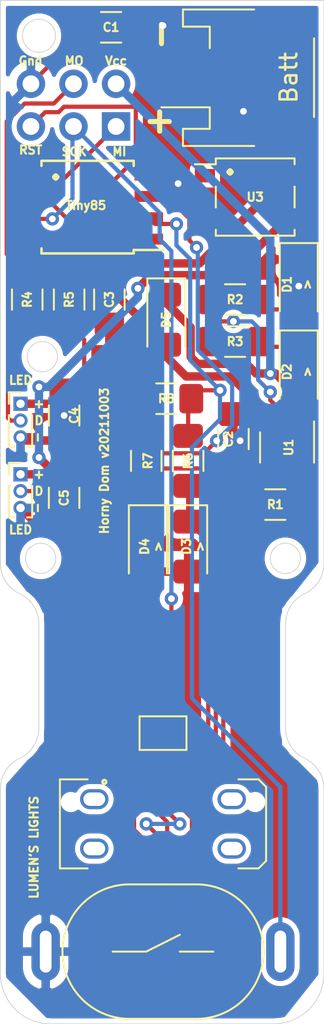
<source format=kicad_pcb>
(kicad_pcb (version 20171130) (host pcbnew "(5.1.6)-1")

  (general
    (thickness 1.6)
    (drawings 44)
    (tracks 242)
    (zones 0)
    (modules 28)
    (nets 32)
  )

  (page A4)
  (layers
    (0 F.Cu signal)
    (31 B.Cu signal)
    (32 B.Adhes user)
    (33 F.Adhes user)
    (34 B.Paste user)
    (35 F.Paste user)
    (36 B.SilkS user)
    (37 F.SilkS user)
    (38 B.Mask user)
    (39 F.Mask user)
    (40 Dwgs.User user)
    (41 Cmts.User user)
    (42 Eco1.User user)
    (43 Eco2.User user)
    (44 Edge.Cuts user)
    (45 Margin user)
    (46 B.CrtYd user)
    (47 F.CrtYd user)
    (48 B.Fab user)
    (49 F.Fab user hide)
  )

  (setup
    (last_trace_width 0.25)
    (user_trace_width 0.5)
    (trace_clearance 0.2)
    (zone_clearance 0.3)
    (zone_45_only no)
    (trace_min 0.2)
    (via_size 0.8)
    (via_drill 0.4)
    (via_min_size 0.4)
    (via_min_drill 0.3)
    (uvia_size 0.3)
    (uvia_drill 0.1)
    (uvias_allowed no)
    (uvia_min_size 0.2)
    (uvia_min_drill 0.1)
    (edge_width 0.05)
    (segment_width 0.2)
    (pcb_text_width 0.3)
    (pcb_text_size 1.5 1.5)
    (mod_edge_width 0.12)
    (mod_text_size 1 1)
    (mod_text_width 0.15)
    (pad_size 1.7 3.5)
    (pad_drill 0.7)
    (pad_to_mask_clearance 0.05)
    (aux_axis_origin 0 0)
    (visible_elements 7FFFFFFF)
    (pcbplotparams
      (layerselection 0x010fc_ffffffff)
      (usegerberextensions false)
      (usegerberattributes true)
      (usegerberadvancedattributes true)
      (creategerberjobfile true)
      (excludeedgelayer true)
      (linewidth 0.100000)
      (plotframeref false)
      (viasonmask false)
      (mode 1)
      (useauxorigin false)
      (hpglpennumber 1)
      (hpglpenspeed 20)
      (hpglpendiameter 15.000000)
      (psnegative false)
      (psa4output false)
      (plotreference true)
      (plotvalue true)
      (plotinvisibletext false)
      (padsonsilk false)
      (subtractmaskfromsilk false)
      (outputformat 1)
      (mirror false)
      (drillshape 0)
      (scaleselection 1)
      (outputdirectory "plot/"))
  )

  (net 0 "")
  (net 1 GND)
  (net 2 batt+)
  (net 3 USBv+)
  (net 4 LEDv+)
  (net 5 CHG_FULL_GREEN)
  (net 6 CHG_PROG_RED)
  (net 7 USBDAT+)
  (net 8 USBDDAT-)
  (net 9 "Net-(J1-PadS1)")
  (net 10 "Net-(J1-PadB11)")
  (net 11 "Net-(J1-PadB10)")
  (net 12 "Net-(J1-PadB8)")
  (net 13 "Net-(J1-PadB5)")
  (net 14 "Net-(J1-PadB3)")
  (net 15 "Net-(J1-PadB2)")
  (net 16 "Net-(J1-PadA11)")
  (net 17 "Net-(J1-PadA8)")
  (net 18 "Net-(J1-PadA10)")
  (net 19 "Net-(J1-PadA5)")
  (net 20 "Net-(J1-PadA3)")
  (net 21 "Net-(J1-PadA2)")
  (net 22 LED_DAT_L_CLEAN)
  (net 23 LED_DAT_R_CLEAN)
  (net 24 ISP_RST)
  (net 25 LED_DAT_L_ISC_MOSI)
  (net 26 FUTURE_USE_ISP_SCK)
  (net 27 LED_DAT_R_ISC_MISO)
  (net 28 CHG_RATE_R)
  (net 29 CHG_STAT)
  (net 30 MODE_BTN)
  (net 31 SSR_LED_EN)

  (net_class Default "This is the default net class."
    (clearance 0.2)
    (trace_width 0.25)
    (via_dia 0.8)
    (via_drill 0.4)
    (uvia_dia 0.3)
    (uvia_drill 0.1)
    (add_net CHG_FULL_GREEN)
    (add_net CHG_PROG_RED)
    (add_net CHG_RATE_R)
    (add_net CHG_STAT)
    (add_net FUTURE_USE_ISP_SCK)
    (add_net GND)
    (add_net ISP_RST)
    (add_net LED_DAT_L_CLEAN)
    (add_net LED_DAT_L_ISC_MOSI)
    (add_net LED_DAT_R_CLEAN)
    (add_net LED_DAT_R_ISC_MISO)
    (add_net LEDv+)
    (add_net MODE_BTN)
    (add_net "Net-(J1-PadA10)")
    (add_net "Net-(J1-PadA11)")
    (add_net "Net-(J1-PadA2)")
    (add_net "Net-(J1-PadA3)")
    (add_net "Net-(J1-PadA5)")
    (add_net "Net-(J1-PadA8)")
    (add_net "Net-(J1-PadB10)")
    (add_net "Net-(J1-PadB11)")
    (add_net "Net-(J1-PadB2)")
    (add_net "Net-(J1-PadB3)")
    (add_net "Net-(J1-PadB5)")
    (add_net "Net-(J1-PadB8)")
    (add_net "Net-(J1-PadS1)")
    (add_net SSR_LED_EN)
    (add_net USBDAT+)
    (add_net USBDDAT-)
    (add_net USBv+)
    (add_net batt+)
  )

  (module Connector_PinSocket_2.54mm:PinSocket_2x03_P2.54mm_Vertical (layer F.Cu) (tedit 61550088) (tstamp 60E1C771)
    (at 146.9 80 270)
    (descr "Through hole straight socket strip, 2x03, 2.54mm pitch, double cols (from Kicad 4.0.7), script generated")
    (tags "Through hole socket strip THT 2x03 2.54mm double row")
    (path /6016FBB2)
    (fp_text reference Batt (at -2.9 -10.3 90) (layer F.SilkS)
      (effects (font (size 1 1) (thickness 0.15)))
    )
    (fp_text value AVR-ISP-6 (at -1.27 7.85 90) (layer F.Fab)
      (effects (font (size 1 1) (thickness 0.15)))
    )
    (fp_line (start -4.34 6.85) (end -4.34 -1.8) (layer F.CrtYd) (width 0.05))
    (fp_line (start 1.76 6.85) (end -4.34 6.85) (layer F.CrtYd) (width 0.05))
    (fp_line (start 1.76 -1.8) (end 1.76 6.85) (layer F.CrtYd) (width 0.05))
    (fp_line (start -4.34 -1.8) (end 1.76 -1.8) (layer F.CrtYd) (width 0.05))
    (fp_line (start -3.81 6.35) (end -3.81 -1.27) (layer F.Fab) (width 0.1))
    (fp_line (start 1.27 6.35) (end -3.81 6.35) (layer F.Fab) (width 0.1))
    (fp_line (start 1.27 -0.27) (end 1.27 6.35) (layer F.Fab) (width 0.1))
    (fp_line (start 0.27 -1.27) (end 1.27 -0.27) (layer F.Fab) (width 0.1))
    (fp_line (start -3.81 -1.27) (end 0.27 -1.27) (layer F.Fab) (width 0.1))
    (fp_text user %R (at -1.27 2.54) (layer F.Fab)
      (effects (font (size 1 1) (thickness 0.15)))
    )
    (pad 6 thru_hole oval (at -2.54 5.08 270) (size 1.7 1.7) (drill 1) (layers *.Cu *.Mask)
      (net 1 GND))
    (pad 5 thru_hole oval (at 0 5.08 270) (size 1.7 1.7) (drill 1) (layers *.Cu *.Mask)
      (net 24 ISP_RST))
    (pad 4 thru_hole oval (at -2.54 2.54 270) (size 1.7 1.7) (drill 1) (layers *.Cu *.Mask)
      (net 25 LED_DAT_L_ISC_MOSI))
    (pad 3 thru_hole oval (at 0 2.54 270) (size 1.7 1.7) (drill 1) (layers *.Cu *.Mask)
      (net 26 FUTURE_USE_ISP_SCK))
    (pad 2 thru_hole oval (at -2.54 0 270) (size 1.7 1.7) (drill 1) (layers *.Cu *.Mask)
      (net 3 USBv+))
    (pad 1 thru_hole rect (at 0 0 270) (size 1.7 1.7) (drill 1) (layers *.Cu *.Mask)
      (net 27 LED_DAT_R_ISC_MISO))
    (model ${KISYS3DMOD}/Connector_PinSocket_2.54mm.3dshapes/PinSocket_2x03_P2.54mm_Vertical.wrl
      (at (xyz 0 0 0))
      (scale (xyz 1 1 1))
      (rotate (xyz 0 0 0))
    )
  )

  (module Package_SO:SO-4_4.4x4.3mm_P2.54mm (layer F.Cu) (tedit 5A02F2D3) (tstamp 60E1C862)
    (at 155.2 84.2)
    (descr "4-Lead Plastic Small Outline (SO), see https://docs.broadcom.com/docs/AV02-0173EN")
    (tags "SO SOIC 2.54")
    (path /6016E493)
    (attr smd)
    (fp_text reference U3 (at 0 0) (layer F.SilkS)
      (effects (font (size 0.5 0.5) (thickness 0.125)))
    )
    (fp_text value ASSR-1218 (at 0 3.5) (layer F.Fab)
      (effects (font (size 1 1) (thickness 0.15)))
    )
    (fp_line (start 2.35 0.62) (end 2.35 -0.62) (layer F.SilkS) (width 0.12))
    (fp_line (start -2.35 0.62) (end -2.35 -0.62) (layer F.SilkS) (width 0.12))
    (fp_line (start -2.2 -1.15) (end -1.2 -2.15) (layer F.Fab) (width 0.1))
    (fp_line (start -2.2 2.15) (end -2.2 -1.15) (layer F.Fab) (width 0.1))
    (fp_line (start 2.2 2.15) (end 2.2 -2.15) (layer F.Fab) (width 0.1))
    (fp_line (start -2.2 2.15) (end 2.2 2.15) (layer F.Fab) (width 0.1))
    (fp_line (start 3.85 -2.4) (end 3.85 2.4) (layer F.CrtYd) (width 0.05))
    (fp_line (start 3.85 2.4) (end -3.85 2.4) (layer F.CrtYd) (width 0.05))
    (fp_line (start -3.85 2.4) (end -3.85 -2.4) (layer F.CrtYd) (width 0.05))
    (fp_line (start -3.85 -2.4) (end 3.85 -2.4) (layer F.CrtYd) (width 0.05))
    (fp_line (start -2.35 -1.95) (end -2.35 -2.3) (layer F.SilkS) (width 0.12))
    (fp_line (start -2.35 -2.3) (end 2.35 -2.3) (layer F.SilkS) (width 0.12))
    (fp_line (start 2.35 -2.3) (end 2.35 -1.95) (layer F.SilkS) (width 0.12))
    (fp_line (start -2.35 -1.95) (end -3.6 -1.95) (layer F.SilkS) (width 0.12))
    (fp_line (start -2.35 1.95) (end -2.35 2.3) (layer F.SilkS) (width 0.12))
    (fp_line (start -2.35 2.3) (end 2.35 2.3) (layer F.SilkS) (width 0.12))
    (fp_line (start 2.35 2.3) (end 2.35 1.95) (layer F.SilkS) (width 0.12))
    (fp_line (start -1.2 -2.15) (end 2.2 -2.15) (layer F.Fab) (width 0.1))
    (fp_text user %R (at 0 0) (layer F.Fab)
      (effects (font (size 1 1) (thickness 0.15)))
    )
    (pad 3 smd rect (at 3 1.27 270) (size 0.8 1.2) (layers F.Cu F.Paste F.Mask)
      (net 4 LEDv+))
    (pad 2 smd rect (at -3 1.27 270) (size 0.8 1.2) (layers F.Cu F.Paste F.Mask)
      (net 1 GND))
    (pad 1 smd rect (at -3 -1.27 270) (size 0.8 1.2) (layers F.Cu F.Paste F.Mask)
      (net 31 SSR_LED_EN))
    (pad 4 smd rect (at 3 -1.27 270) (size 0.8 1.2) (layers F.Cu F.Paste F.Mask)
      (net 2 batt+))
    (model ${KISYS3DMOD}/Package_SO.3dshapes/SO-4_4.4x4.3mm_P2.54mm.wrl
      (at (xyz 0 0 0))
      (scale (xyz 1 1 1))
      (rotate (xyz 0 0 0))
    )
  )

  (module Package_SO:SOIJ-8_5.3x5.3mm_P1.27mm (layer F.Cu) (tedit 5A02F2D3) (tstamp 60E1C847)
    (at 145.2 84.8 180)
    (descr "8-Lead Plastic Small Outline (SM) - Medium, 5.28 mm Body [SOIC] (see Microchip Packaging Specification 00000049BS.pdf)")
    (tags "SOIC 1.27")
    (path /6016CB92)
    (attr smd)
    (fp_text reference Tiny85 (at 0.1 0.1) (layer F.SilkS)
      (effects (font (size 0.5 0.5) (thickness 0.125)))
    )
    (fp_text value ATtiny85-20SU (at 0 3.68) (layer F.Fab)
      (effects (font (size 1 1) (thickness 0.15)))
    )
    (fp_line (start -2.75 -2.55) (end -4.5 -2.55) (layer F.SilkS) (width 0.15))
    (fp_line (start -2.75 2.755) (end 2.75 2.755) (layer F.SilkS) (width 0.15))
    (fp_line (start -2.75 -2.755) (end 2.75 -2.755) (layer F.SilkS) (width 0.15))
    (fp_line (start -2.75 2.755) (end -2.75 2.455) (layer F.SilkS) (width 0.15))
    (fp_line (start 2.75 2.755) (end 2.75 2.455) (layer F.SilkS) (width 0.15))
    (fp_line (start 2.75 -2.755) (end 2.75 -2.455) (layer F.SilkS) (width 0.15))
    (fp_line (start -2.75 -2.755) (end -2.75 -2.55) (layer F.SilkS) (width 0.15))
    (fp_line (start -4.75 2.95) (end 4.75 2.95) (layer F.CrtYd) (width 0.05))
    (fp_line (start -4.75 -2.95) (end 4.75 -2.95) (layer F.CrtYd) (width 0.05))
    (fp_line (start 4.75 -2.95) (end 4.75 2.95) (layer F.CrtYd) (width 0.05))
    (fp_line (start -4.75 -2.95) (end -4.75 2.95) (layer F.CrtYd) (width 0.05))
    (fp_line (start -2.65 -1.65) (end -1.65 -2.65) (layer F.Fab) (width 0.15))
    (fp_line (start -2.65 2.65) (end -2.65 -1.65) (layer F.Fab) (width 0.15))
    (fp_line (start 2.65 2.65) (end -2.65 2.65) (layer F.Fab) (width 0.15))
    (fp_line (start 2.65 -2.65) (end 2.65 2.65) (layer F.Fab) (width 0.15))
    (fp_line (start -1.65 -2.65) (end 2.65 -2.65) (layer F.Fab) (width 0.15))
    (fp_text user %R (at 0 0) (layer F.Fab)
      (effects (font (size 1 1) (thickness 0.15)))
    )
    (pad 8 smd rect (at 3.65 -1.905 180) (size 1.7 0.65) (layers F.Cu F.Paste F.Mask)
      (net 2 batt+))
    (pad 7 smd rect (at 3.65 -0.635 180) (size 1.7 0.65) (layers F.Cu F.Paste F.Mask)
      (net 26 FUTURE_USE_ISP_SCK))
    (pad 6 smd rect (at 3.65 0.635 180) (size 1.7 0.65) (layers F.Cu F.Paste F.Mask)
      (net 27 LED_DAT_R_ISC_MISO))
    (pad 5 smd rect (at 3.65 1.905 180) (size 1.7 0.65) (layers F.Cu F.Paste F.Mask)
      (net 25 LED_DAT_L_ISC_MOSI))
    (pad 4 smd rect (at -3.65 1.905 180) (size 1.7 0.65) (layers F.Cu F.Paste F.Mask)
      (net 1 GND))
    (pad 3 smd rect (at -3.65 0.635 180) (size 1.7 0.65) (layers F.Cu F.Paste F.Mask)
      (net 31 SSR_LED_EN))
    (pad 2 smd rect (at -3.65 -0.635 180) (size 1.7 0.65) (layers F.Cu F.Paste F.Mask)
      (net 30 MODE_BTN))
    (pad 1 smd rect (at -3.65 -1.905 180) (size 1.7 0.65) (layers F.Cu F.Paste F.Mask)
      (net 24 ISP_RST))
    (model ${KISYS3DMOD}/Package_SO.3dshapes/SOIJ-8_5.3x5.3mm_P1.27mm.wrl
      (at (xyz 0 0 0))
      (scale (xyz 1 1 1))
      (rotate (xyz 0 0 0))
    )
  )

  (module Package_TO_SOT_SMD:SOT-23-5 (layer F.Cu) (tedit 5A02FF57) (tstamp 60E1C82A)
    (at 157.1 99.1 270)
    (descr "5-pin SOT23 package")
    (tags SOT-23-5)
    (path /5FF758B5)
    (attr smd)
    (fp_text reference U1 (at 0 -0.1 90) (layer F.SilkS)
      (effects (font (size 0.5 0.5) (thickness 0.125)))
    )
    (fp_text value MCP73831-2-OT (at 0 2.9 90) (layer F.Fab)
      (effects (font (size 1 1) (thickness 0.15)))
    )
    (fp_line (start 0.9 -1.55) (end 0.9 1.55) (layer F.Fab) (width 0.1))
    (fp_line (start 0.9 1.55) (end -0.9 1.55) (layer F.Fab) (width 0.1))
    (fp_line (start -0.9 -0.9) (end -0.9 1.55) (layer F.Fab) (width 0.1))
    (fp_line (start 0.9 -1.55) (end -0.25 -1.55) (layer F.Fab) (width 0.1))
    (fp_line (start -0.9 -0.9) (end -0.25 -1.55) (layer F.Fab) (width 0.1))
    (fp_line (start -1.9 1.8) (end -1.9 -1.8) (layer F.CrtYd) (width 0.05))
    (fp_line (start 1.9 1.8) (end -1.9 1.8) (layer F.CrtYd) (width 0.05))
    (fp_line (start 1.9 -1.8) (end 1.9 1.8) (layer F.CrtYd) (width 0.05))
    (fp_line (start -1.9 -1.8) (end 1.9 -1.8) (layer F.CrtYd) (width 0.05))
    (fp_line (start 0.9 -1.61) (end -1.55 -1.61) (layer F.SilkS) (width 0.12))
    (fp_line (start -0.9 1.61) (end 0.9 1.61) (layer F.SilkS) (width 0.12))
    (fp_text user %R (at 0 0) (layer F.Fab)
      (effects (font (size 0.5 0.5) (thickness 0.075)))
    )
    (pad 5 smd rect (at 1.1 -0.95 270) (size 1.06 0.65) (layers F.Cu F.Paste F.Mask)
      (net 28 CHG_RATE_R))
    (pad 4 smd rect (at 1.1 0.95 270) (size 1.06 0.65) (layers F.Cu F.Paste F.Mask)
      (net 3 USBv+))
    (pad 3 smd rect (at -1.1 0.95 270) (size 1.06 0.65) (layers F.Cu F.Paste F.Mask)
      (net 2 batt+))
    (pad 2 smd rect (at -1.1 0 270) (size 1.06 0.65) (layers F.Cu F.Paste F.Mask)
      (net 1 GND))
    (pad 1 smd rect (at -1.1 -0.95 270) (size 1.06 0.65) (layers F.Cu F.Paste F.Mask)
      (net 29 CHG_STAT))
    (model ${KISYS3DMOD}/Package_TO_SOT_SMD.3dshapes/SOT-23-5.wrl
      (at (xyz 0 0 0))
      (scale (xyz 1 1 1))
      (rotate (xyz 0 0 0))
    )
  )

  (module horny_charger:MXUTEUK_SelfLock_OnOff_Button_Switch (layer F.Cu) (tedit 6154F821) (tstamp 60E1CB27)
    (at 149.7 122.1)
    (path /60283697)
    (fp_text reference SW1 (at 0 0.5) (layer F.SilkS) hide
      (effects (font (size 1 1) (thickness 0.15)))
    )
    (fp_text value SW_Push (at 0 -0.5) (layer F.Fab)
      (effects (font (size 1 1) (thickness 0.15)))
    )
    (fp_line (start 1 7) (end 3 7) (layer F.SilkS) (width 0.12))
    (fp_line (start -1 7) (end 1 6) (layer F.SilkS) (width 0.12))
    (fp_line (start -3 7) (end -1 7) (layer F.SilkS) (width 0.12))
    (fp_line (start -2 3) (end 0 3) (layer F.SilkS) (width 0.12))
    (fp_line (start 2 11) (end -2 11) (layer F.SilkS) (width 0.12))
    (fp_line (start 0 3) (end 2 3) (layer F.SilkS) (width 0.12))
    (fp_arc (start -2 7) (end -2 3) (angle -180) (layer F.SilkS) (width 0.12))
    (fp_arc (start 2 7) (end 2 11) (angle -180) (layer F.SilkS) (width 0.12))
    (pad 1 thru_hole oval (at -7 7) (size 1.7 3.5) (drill oval 0.7 2.5) (layers *.Cu *.Mask)
      (net 1 GND))
    (pad 2 thru_hole oval (at 7 7) (size 1.7 3.5) (drill oval 0.7 2.5) (layers *.Cu *.Mask)
      (net 30 MODE_BTN))
  )

  (module Resistor_SMD:R_1206_3216Metric_Pad1.42x1.75mm_HandSolder (layer F.Cu) (tedit 5B301BBD) (tstamp 60E1C807)
    (at 149.9 96.2 180)
    (descr "Resistor SMD 1206 (3216 Metric), square (rectangular) end terminal, IPC_7351 nominal with elongated pad for handsoldering. (Body size source: http://www.tortai-tech.com/upload/download/2011102023233369053.pdf), generated with kicad-footprint-generator")
    (tags "resistor handsolder")
    (path /60E1B677)
    (attr smd)
    (fp_text reference R8 (at 0 0) (layer F.SilkS)
      (effects (font (size 0.5 0.5) (thickness 0.125)))
    )
    (fp_text value R_Small (at 0 1.82) (layer F.Fab)
      (effects (font (size 1 1) (thickness 0.15)))
    )
    (fp_line (start 2.45 1.12) (end -2.45 1.12) (layer F.CrtYd) (width 0.05))
    (fp_line (start 2.45 -1.12) (end 2.45 1.12) (layer F.CrtYd) (width 0.05))
    (fp_line (start -2.45 -1.12) (end 2.45 -1.12) (layer F.CrtYd) (width 0.05))
    (fp_line (start -2.45 1.12) (end -2.45 -1.12) (layer F.CrtYd) (width 0.05))
    (fp_line (start -0.602064 0.91) (end 0.602064 0.91) (layer F.SilkS) (width 0.12))
    (fp_line (start -0.602064 -0.91) (end 0.602064 -0.91) (layer F.SilkS) (width 0.12))
    (fp_line (start 1.6 0.8) (end -1.6 0.8) (layer F.Fab) (width 0.1))
    (fp_line (start 1.6 -0.8) (end 1.6 0.8) (layer F.Fab) (width 0.1))
    (fp_line (start -1.6 -0.8) (end 1.6 -0.8) (layer F.Fab) (width 0.1))
    (fp_line (start -1.6 0.8) (end -1.6 -0.8) (layer F.Fab) (width 0.1))
    (fp_text user %R (at 0 0) (layer F.Fab)
      (effects (font (size 0.8 0.8) (thickness 0.12)))
    )
    (pad 2 smd roundrect (at 1.4875 0 180) (size 1.425 1.75) (layers F.Cu F.Paste F.Mask) (roundrect_rratio 0.175439)
      (net 2 batt+))
    (pad 1 smd roundrect (at -1.4875 0 180) (size 1.425 1.75) (layers F.Cu F.Paste F.Mask) (roundrect_rratio 0.175439)
      (net 30 MODE_BTN))
    (model ${KISYS3DMOD}/Resistor_SMD.3dshapes/R_1206_3216Metric.wrl
      (at (xyz 0 0 0))
      (scale (xyz 1 1 1))
      (rotate (xyz 0 0 0))
    )
  )

  (module Resistor_SMD:R_1206_3216Metric_Pad1.42x1.75mm_HandSolder (layer F.Cu) (tedit 5B301BBD) (tstamp 60E1C7F6)
    (at 148.7 99.9 270)
    (descr "Resistor SMD 1206 (3216 Metric), square (rectangular) end terminal, IPC_7351 nominal with elongated pad for handsoldering. (Body size source: http://www.tortai-tech.com/upload/download/2011102023233369053.pdf), generated with kicad-footprint-generator")
    (tags "resistor handsolder")
    (path /60E156E3)
    (attr smd)
    (fp_text reference R7 (at 0 -0.1 90) (layer F.SilkS)
      (effects (font (size 0.5 0.5) (thickness 0.125)))
    )
    (fp_text value R_Small (at 0 1.82 90) (layer F.Fab)
      (effects (font (size 1 1) (thickness 0.15)))
    )
    (fp_line (start 2.45 1.12) (end -2.45 1.12) (layer F.CrtYd) (width 0.05))
    (fp_line (start 2.45 -1.12) (end 2.45 1.12) (layer F.CrtYd) (width 0.05))
    (fp_line (start -2.45 -1.12) (end 2.45 -1.12) (layer F.CrtYd) (width 0.05))
    (fp_line (start -2.45 1.12) (end -2.45 -1.12) (layer F.CrtYd) (width 0.05))
    (fp_line (start -0.602064 0.91) (end 0.602064 0.91) (layer F.SilkS) (width 0.12))
    (fp_line (start -0.602064 -0.91) (end 0.602064 -0.91) (layer F.SilkS) (width 0.12))
    (fp_line (start 1.6 0.8) (end -1.6 0.8) (layer F.Fab) (width 0.1))
    (fp_line (start 1.6 -0.8) (end 1.6 0.8) (layer F.Fab) (width 0.1))
    (fp_line (start -1.6 -0.8) (end 1.6 -0.8) (layer F.Fab) (width 0.1))
    (fp_line (start -1.6 0.8) (end -1.6 -0.8) (layer F.Fab) (width 0.1))
    (fp_text user %R (at 0 0 90) (layer F.Fab)
      (effects (font (size 0.8 0.8) (thickness 0.12)))
    )
    (pad 2 smd roundrect (at 1.4875 0 270) (size 1.425 1.75) (layers F.Cu F.Paste F.Mask) (roundrect_rratio 0.175439)
      (net 8 USBDDAT-))
    (pad 1 smd roundrect (at -1.4875 0 270) (size 1.425 1.75) (layers F.Cu F.Paste F.Mask) (roundrect_rratio 0.175439)
      (net 31 SSR_LED_EN))
    (model ${KISYS3DMOD}/Resistor_SMD.3dshapes/R_1206_3216Metric.wrl
      (at (xyz 0 0 0))
      (scale (xyz 1 1 1))
      (rotate (xyz 0 0 0))
    )
  )

  (module Resistor_SMD:R_1206_3216Metric_Pad1.42x1.75mm_HandSolder (layer F.Cu) (tedit 5B301BBD) (tstamp 60E1C7E5)
    (at 151.2 99.9 270)
    (descr "Resistor SMD 1206 (3216 Metric), square (rectangular) end terminal, IPC_7351 nominal with elongated pad for handsoldering. (Body size source: http://www.tortai-tech.com/upload/download/2011102023233369053.pdf), generated with kicad-footprint-generator")
    (tags "resistor handsolder")
    (path /60E149B8)
    (attr smd)
    (fp_text reference R6 (at 0 0 90) (layer F.SilkS)
      (effects (font (size 0.5 0.5) (thickness 0.125)))
    )
    (fp_text value R_Small (at 0 1.82 90) (layer F.Fab)
      (effects (font (size 1 1) (thickness 0.15)))
    )
    (fp_line (start 2.45 1.12) (end -2.45 1.12) (layer F.CrtYd) (width 0.05))
    (fp_line (start 2.45 -1.12) (end 2.45 1.12) (layer F.CrtYd) (width 0.05))
    (fp_line (start -2.45 -1.12) (end 2.45 -1.12) (layer F.CrtYd) (width 0.05))
    (fp_line (start -2.45 1.12) (end -2.45 -1.12) (layer F.CrtYd) (width 0.05))
    (fp_line (start -0.602064 0.91) (end 0.602064 0.91) (layer F.SilkS) (width 0.12))
    (fp_line (start -0.602064 -0.91) (end 0.602064 -0.91) (layer F.SilkS) (width 0.12))
    (fp_line (start 1.6 0.8) (end -1.6 0.8) (layer F.Fab) (width 0.1))
    (fp_line (start 1.6 -0.8) (end 1.6 0.8) (layer F.Fab) (width 0.1))
    (fp_line (start -1.6 -0.8) (end 1.6 -0.8) (layer F.Fab) (width 0.1))
    (fp_line (start -1.6 0.8) (end -1.6 -0.8) (layer F.Fab) (width 0.1))
    (fp_text user %R (at 0 0 90) (layer F.Fab)
      (effects (font (size 0.8 0.8) (thickness 0.12)))
    )
    (pad 2 smd roundrect (at 1.4875 0 270) (size 1.425 1.75) (layers F.Cu F.Paste F.Mask) (roundrect_rratio 0.175439)
      (net 7 USBDAT+))
    (pad 1 smd roundrect (at -1.4875 0 270) (size 1.425 1.75) (layers F.Cu F.Paste F.Mask) (roundrect_rratio 0.175439)
      (net 30 MODE_BTN))
    (model ${KISYS3DMOD}/Resistor_SMD.3dshapes/R_1206_3216Metric.wrl
      (at (xyz 0 0 0))
      (scale (xyz 1 1 1))
      (rotate (xyz 0 0 0))
    )
  )

  (module Resistor_SMD:R_1206_3216Metric_Pad1.42x1.75mm_HandSolder (layer F.Cu) (tedit 5B301BBD) (tstamp 60E1C7D4)
    (at 144.1 90.3 90)
    (descr "Resistor SMD 1206 (3216 Metric), square (rectangular) end terminal, IPC_7351 nominal with elongated pad for handsoldering. (Body size source: http://www.tortai-tech.com/upload/download/2011102023233369053.pdf), generated with kicad-footprint-generator")
    (tags "resistor handsolder")
    (path /60175107)
    (attr smd)
    (fp_text reference R5 (at 0 0 90) (layer F.SilkS)
      (effects (font (size 0.5 0.5) (thickness 0.125)))
    )
    (fp_text value R_Small (at 0 1.82 90) (layer F.Fab)
      (effects (font (size 1 1) (thickness 0.15)))
    )
    (fp_line (start 2.45 1.12) (end -2.45 1.12) (layer F.CrtYd) (width 0.05))
    (fp_line (start 2.45 -1.12) (end 2.45 1.12) (layer F.CrtYd) (width 0.05))
    (fp_line (start -2.45 -1.12) (end 2.45 -1.12) (layer F.CrtYd) (width 0.05))
    (fp_line (start -2.45 1.12) (end -2.45 -1.12) (layer F.CrtYd) (width 0.05))
    (fp_line (start -0.602064 0.91) (end 0.602064 0.91) (layer F.SilkS) (width 0.12))
    (fp_line (start -0.602064 -0.91) (end 0.602064 -0.91) (layer F.SilkS) (width 0.12))
    (fp_line (start 1.6 0.8) (end -1.6 0.8) (layer F.Fab) (width 0.1))
    (fp_line (start 1.6 -0.8) (end 1.6 0.8) (layer F.Fab) (width 0.1))
    (fp_line (start -1.6 -0.8) (end 1.6 -0.8) (layer F.Fab) (width 0.1))
    (fp_line (start -1.6 0.8) (end -1.6 -0.8) (layer F.Fab) (width 0.1))
    (fp_text user %R (at 0 0 90) (layer F.Fab)
      (effects (font (size 0.8 0.8) (thickness 0.12)))
    )
    (pad 2 smd roundrect (at 1.4875 0 90) (size 1.425 1.75) (layers F.Cu F.Paste F.Mask) (roundrect_rratio 0.175439)
      (net 27 LED_DAT_R_ISC_MISO))
    (pad 1 smd roundrect (at -1.4875 0 90) (size 1.425 1.75) (layers F.Cu F.Paste F.Mask) (roundrect_rratio 0.175439)
      (net 23 LED_DAT_R_CLEAN))
    (model ${KISYS3DMOD}/Resistor_SMD.3dshapes/R_1206_3216Metric.wrl
      (at (xyz 0 0 0))
      (scale (xyz 1 1 1))
      (rotate (xyz 0 0 0))
    )
  )

  (module Resistor_SMD:R_1206_3216Metric_Pad1.42x1.75mm_HandSolder (layer F.Cu) (tedit 5B301BBD) (tstamp 60E1C7C3)
    (at 141.6 90.3 270)
    (descr "Resistor SMD 1206 (3216 Metric), square (rectangular) end terminal, IPC_7351 nominal with elongated pad for handsoldering. (Body size source: http://www.tortai-tech.com/upload/download/2011102023233369053.pdf), generated with kicad-footprint-generator")
    (tags "resistor handsolder")
    (path /60174704)
    (attr smd)
    (fp_text reference R4 (at 0 0 90) (layer F.SilkS)
      (effects (font (size 0.5 0.5) (thickness 0.125)))
    )
    (fp_text value R_Small (at 0 1.82 90) (layer F.Fab)
      (effects (font (size 1 1) (thickness 0.15)))
    )
    (fp_line (start 2.45 1.12) (end -2.45 1.12) (layer F.CrtYd) (width 0.05))
    (fp_line (start 2.45 -1.12) (end 2.45 1.12) (layer F.CrtYd) (width 0.05))
    (fp_line (start -2.45 -1.12) (end 2.45 -1.12) (layer F.CrtYd) (width 0.05))
    (fp_line (start -2.45 1.12) (end -2.45 -1.12) (layer F.CrtYd) (width 0.05))
    (fp_line (start -0.602064 0.91) (end 0.602064 0.91) (layer F.SilkS) (width 0.12))
    (fp_line (start -0.602064 -0.91) (end 0.602064 -0.91) (layer F.SilkS) (width 0.12))
    (fp_line (start 1.6 0.8) (end -1.6 0.8) (layer F.Fab) (width 0.1))
    (fp_line (start 1.6 -0.8) (end 1.6 0.8) (layer F.Fab) (width 0.1))
    (fp_line (start -1.6 -0.8) (end 1.6 -0.8) (layer F.Fab) (width 0.1))
    (fp_line (start -1.6 0.8) (end -1.6 -0.8) (layer F.Fab) (width 0.1))
    (fp_text user %R (at 0 0 90) (layer F.Fab)
      (effects (font (size 0.8 0.8) (thickness 0.12)))
    )
    (pad 2 smd roundrect (at 1.4875 0 270) (size 1.425 1.75) (layers F.Cu F.Paste F.Mask) (roundrect_rratio 0.175439)
      (net 22 LED_DAT_L_CLEAN))
    (pad 1 smd roundrect (at -1.4875 0 270) (size 1.425 1.75) (layers F.Cu F.Paste F.Mask) (roundrect_rratio 0.175439)
      (net 25 LED_DAT_L_ISC_MOSI))
    (model ${KISYS3DMOD}/Resistor_SMD.3dshapes/R_1206_3216Metric.wrl
      (at (xyz 0 0 0))
      (scale (xyz 1 1 1))
      (rotate (xyz 0 0 0))
    )
  )

  (module Resistor_SMD:R_1206_3216Metric_Pad1.42x1.75mm_HandSolder (layer F.Cu) (tedit 5B301BBD) (tstamp 60E1C7B2)
    (at 154 92.8 180)
    (descr "Resistor SMD 1206 (3216 Metric), square (rectangular) end terminal, IPC_7351 nominal with elongated pad for handsoldering. (Body size source: http://www.tortai-tech.com/upload/download/2011102023233369053.pdf), generated with kicad-footprint-generator")
    (tags "resistor handsolder")
    (path /5FF83686)
    (attr smd)
    (fp_text reference R3 (at 0 0) (layer F.SilkS)
      (effects (font (size 0.5 0.5) (thickness 0.125)))
    )
    (fp_text value R_Small (at 0 1.82) (layer F.Fab)
      (effects (font (size 1 1) (thickness 0.15)))
    )
    (fp_line (start 2.45 1.12) (end -2.45 1.12) (layer F.CrtYd) (width 0.05))
    (fp_line (start 2.45 -1.12) (end 2.45 1.12) (layer F.CrtYd) (width 0.05))
    (fp_line (start -2.45 -1.12) (end 2.45 -1.12) (layer F.CrtYd) (width 0.05))
    (fp_line (start -2.45 1.12) (end -2.45 -1.12) (layer F.CrtYd) (width 0.05))
    (fp_line (start -0.602064 0.91) (end 0.602064 0.91) (layer F.SilkS) (width 0.12))
    (fp_line (start -0.602064 -0.91) (end 0.602064 -0.91) (layer F.SilkS) (width 0.12))
    (fp_line (start 1.6 0.8) (end -1.6 0.8) (layer F.Fab) (width 0.1))
    (fp_line (start 1.6 -0.8) (end 1.6 0.8) (layer F.Fab) (width 0.1))
    (fp_line (start -1.6 -0.8) (end 1.6 -0.8) (layer F.Fab) (width 0.1))
    (fp_line (start -1.6 0.8) (end -1.6 -0.8) (layer F.Fab) (width 0.1))
    (fp_text user %R (at 0 0) (layer F.Fab)
      (effects (font (size 0.8 0.8) (thickness 0.12)))
    )
    (pad 2 smd roundrect (at 1.4875 0 180) (size 1.425 1.75) (layers F.Cu F.Paste F.Mask) (roundrect_rratio 0.175439)
      (net 29 CHG_STAT))
    (pad 1 smd roundrect (at -1.4875 0 180) (size 1.425 1.75) (layers F.Cu F.Paste F.Mask) (roundrect_rratio 0.175439)
      (net 6 CHG_PROG_RED))
    (model ${KISYS3DMOD}/Resistor_SMD.3dshapes/R_1206_3216Metric.wrl
      (at (xyz 0 0 0))
      (scale (xyz 1 1 1))
      (rotate (xyz 0 0 0))
    )
  )

  (module Resistor_SMD:R_1206_3216Metric_Pad1.42x1.75mm_HandSolder (layer F.Cu) (tedit 5B301BBD) (tstamp 60E1C7A1)
    (at 154 90.3)
    (descr "Resistor SMD 1206 (3216 Metric), square (rectangular) end terminal, IPC_7351 nominal with elongated pad for handsoldering. (Body size source: http://www.tortai-tech.com/upload/download/2011102023233369053.pdf), generated with kicad-footprint-generator")
    (tags "resistor handsolder")
    (path /6004DD5F)
    (attr smd)
    (fp_text reference R2 (at 0 0) (layer F.SilkS)
      (effects (font (size 0.5 0.5) (thickness 0.125)))
    )
    (fp_text value R_Small (at 0 1.82) (layer F.Fab)
      (effects (font (size 1 1) (thickness 0.15)))
    )
    (fp_line (start 2.45 1.12) (end -2.45 1.12) (layer F.CrtYd) (width 0.05))
    (fp_line (start 2.45 -1.12) (end 2.45 1.12) (layer F.CrtYd) (width 0.05))
    (fp_line (start -2.45 -1.12) (end 2.45 -1.12) (layer F.CrtYd) (width 0.05))
    (fp_line (start -2.45 1.12) (end -2.45 -1.12) (layer F.CrtYd) (width 0.05))
    (fp_line (start -0.602064 0.91) (end 0.602064 0.91) (layer F.SilkS) (width 0.12))
    (fp_line (start -0.602064 -0.91) (end 0.602064 -0.91) (layer F.SilkS) (width 0.12))
    (fp_line (start 1.6 0.8) (end -1.6 0.8) (layer F.Fab) (width 0.1))
    (fp_line (start 1.6 -0.8) (end 1.6 0.8) (layer F.Fab) (width 0.1))
    (fp_line (start -1.6 -0.8) (end 1.6 -0.8) (layer F.Fab) (width 0.1))
    (fp_line (start -1.6 0.8) (end -1.6 -0.8) (layer F.Fab) (width 0.1))
    (fp_text user %R (at 0 0) (layer F.Fab)
      (effects (font (size 0.8 0.8) (thickness 0.12)))
    )
    (pad 2 smd roundrect (at 1.4875 0) (size 1.425 1.75) (layers F.Cu F.Paste F.Mask) (roundrect_rratio 0.175439)
      (net 5 CHG_FULL_GREEN))
    (pad 1 smd roundrect (at -1.4875 0) (size 1.425 1.75) (layers F.Cu F.Paste F.Mask) (roundrect_rratio 0.175439)
      (net 29 CHG_STAT))
    (model ${KISYS3DMOD}/Resistor_SMD.3dshapes/R_1206_3216Metric.wrl
      (at (xyz 0 0 0))
      (scale (xyz 1 1 1))
      (rotate (xyz 0 0 0))
    )
  )

  (module Resistor_SMD:R_1206_3216Metric_Pad1.42x1.75mm_HandSolder (layer F.Cu) (tedit 5B301BBD) (tstamp 60E1C790)
    (at 156.4 102.5)
    (descr "Resistor SMD 1206 (3216 Metric), square (rectangular) end terminal, IPC_7351 nominal with elongated pad for handsoldering. (Body size source: http://www.tortai-tech.com/upload/download/2011102023233369053.pdf), generated with kicad-footprint-generator")
    (tags "resistor handsolder")
    (path /5FF806D3)
    (attr smd)
    (fp_text reference R1 (at 0 0) (layer F.SilkS)
      (effects (font (size 0.5 0.5) (thickness 0.125)))
    )
    (fp_text value R_Small (at 0 1.82) (layer F.Fab)
      (effects (font (size 1 1) (thickness 0.15)))
    )
    (fp_line (start 2.45 1.12) (end -2.45 1.12) (layer F.CrtYd) (width 0.05))
    (fp_line (start 2.45 -1.12) (end 2.45 1.12) (layer F.CrtYd) (width 0.05))
    (fp_line (start -2.45 -1.12) (end 2.45 -1.12) (layer F.CrtYd) (width 0.05))
    (fp_line (start -2.45 1.12) (end -2.45 -1.12) (layer F.CrtYd) (width 0.05))
    (fp_line (start -0.602064 0.91) (end 0.602064 0.91) (layer F.SilkS) (width 0.12))
    (fp_line (start -0.602064 -0.91) (end 0.602064 -0.91) (layer F.SilkS) (width 0.12))
    (fp_line (start 1.6 0.8) (end -1.6 0.8) (layer F.Fab) (width 0.1))
    (fp_line (start 1.6 -0.8) (end 1.6 0.8) (layer F.Fab) (width 0.1))
    (fp_line (start -1.6 -0.8) (end 1.6 -0.8) (layer F.Fab) (width 0.1))
    (fp_line (start -1.6 0.8) (end -1.6 -0.8) (layer F.Fab) (width 0.1))
    (fp_text user %R (at 0 0) (layer F.Fab)
      (effects (font (size 0.8 0.8) (thickness 0.12)))
    )
    (pad 2 smd roundrect (at 1.4875 0) (size 1.425 1.75) (layers F.Cu F.Paste F.Mask) (roundrect_rratio 0.175439)
      (net 28 CHG_RATE_R))
    (pad 1 smd roundrect (at -1.4875 0) (size 1.425 1.75) (layers F.Cu F.Paste F.Mask) (roundrect_rratio 0.175439)
      (net 1 GND))
    (model ${KISYS3DMOD}/Resistor_SMD.3dshapes/R_1206_3216Metric.wrl
      (at (xyz 0 0 0))
      (scale (xyz 1 1 1))
      (rotate (xyz 0 0 0))
    )
  )

  (module Jumper:SolderJumper-2_P1.3mm_Open_TrianglePad1.0x1.5mm (layer F.Cu) (tedit 5A64794F) (tstamp 60E1C77F)
    (at 149.7 116.1 180)
    (descr "SMD Solder Jumper, 1x1.5mm Triangular Pads, 0.3mm gap, open")
    (tags "solder jumper open")
    (path /602D462C)
    (attr virtual)
    (fp_text reference JP1 (at 0 -1.8) (layer F.SilkS) hide
      (effects (font (size 1 1) (thickness 0.15)))
    )
    (fp_text value SolderJumper_2_Open (at 0 1.9) (layer F.Fab)
      (effects (font (size 1 1) (thickness 0.15)))
    )
    (fp_line (start 1.65 1.25) (end -1.65 1.25) (layer F.CrtYd) (width 0.05))
    (fp_line (start 1.65 1.25) (end 1.65 -1.25) (layer F.CrtYd) (width 0.05))
    (fp_line (start -1.65 -1.25) (end -1.65 1.25) (layer F.CrtYd) (width 0.05))
    (fp_line (start -1.65 -1.25) (end 1.65 -1.25) (layer F.CrtYd) (width 0.05))
    (fp_line (start -1.4 -1) (end 1.4 -1) (layer F.SilkS) (width 0.12))
    (fp_line (start 1.4 -1) (end 1.4 1) (layer F.SilkS) (width 0.12))
    (fp_line (start 1.4 1) (end -1.4 1) (layer F.SilkS) (width 0.12))
    (fp_line (start -1.4 1) (end -1.4 -1) (layer F.SilkS) (width 0.12))
    (pad 1 smd custom (at -0.725 0 180) (size 0.3 0.3) (layers F.Cu F.Mask)
      (net 26 FUTURE_USE_ISP_SCK) (zone_connect 2)
      (options (clearance outline) (anchor rect))
      (primitives
        (gr_poly (pts
           (xy -0.5 -0.75) (xy 0.5 -0.75) (xy 1 0) (xy 0.5 0.75) (xy -0.5 0.75)
) (width 0))
      ))
    (pad 2 smd custom (at 0.725 0 180) (size 0.3 0.3) (layers F.Cu F.Mask)
      (net 1 GND) (zone_connect 2)
      (options (clearance outline) (anchor rect))
      (primitives
        (gr_poly (pts
           (xy -0.65 -0.75) (xy 0.5 -0.75) (xy 0.5 0.75) (xy -0.65 0.75) (xy -0.15 0)
) (width 0))
      ))
  )

  (module Connector_PinHeader_1.00mm:PinHeader_1x03_P1.00mm_Vertical (layer F.Cu) (tedit 59FED738) (tstamp 60E1C755)
    (at 141.2 100.7)
    (descr "Through hole straight pin header, 1x03, 1.00mm pitch, single row")
    (tags "Through hole pin header THT 1x03 1.00mm single row")
    (path /60255A4A)
    (fp_text reference LED (at 0 3.3 180) (layer F.SilkS)
      (effects (font (size 0.5 0.5) (thickness 0.125)))
    )
    (fp_text value Conn_01x03_Male (at 0 3.56) (layer F.Fab)
      (effects (font (size 1 1) (thickness 0.15)))
    )
    (fp_line (start 1.15 -1) (end -1.15 -1) (layer F.CrtYd) (width 0.05))
    (fp_line (start 1.15 3) (end 1.15 -1) (layer F.CrtYd) (width 0.05))
    (fp_line (start -1.15 3) (end 1.15 3) (layer F.CrtYd) (width 0.05))
    (fp_line (start -1.15 -1) (end -1.15 3) (layer F.CrtYd) (width 0.05))
    (fp_line (start -0.695 -0.685) (end 0 -0.685) (layer F.SilkS) (width 0.12))
    (fp_line (start -0.695 0) (end -0.695 -0.685) (layer F.SilkS) (width 0.12))
    (fp_line (start 0.608276 0.685) (end 0.695 0.685) (layer F.SilkS) (width 0.12))
    (fp_line (start -0.695 0.685) (end -0.608276 0.685) (layer F.SilkS) (width 0.12))
    (fp_line (start 0.695 0.685) (end 0.695 2.56) (layer F.SilkS) (width 0.12))
    (fp_line (start -0.695 0.685) (end -0.695 2.56) (layer F.SilkS) (width 0.12))
    (fp_line (start 0.394493 2.56) (end 0.695 2.56) (layer F.SilkS) (width 0.12))
    (fp_line (start -0.695 2.56) (end -0.394493 2.56) (layer F.SilkS) (width 0.12))
    (fp_line (start -0.635 -0.1825) (end -0.3175 -0.5) (layer F.Fab) (width 0.1))
    (fp_line (start -0.635 2.5) (end -0.635 -0.1825) (layer F.Fab) (width 0.1))
    (fp_line (start 0.635 2.5) (end -0.635 2.5) (layer F.Fab) (width 0.1))
    (fp_line (start 0.635 -0.5) (end 0.635 2.5) (layer F.Fab) (width 0.1))
    (fp_line (start -0.3175 -0.5) (end 0.635 -0.5) (layer F.Fab) (width 0.1))
    (fp_text user %R (at 0 1 90) (layer F.Fab)
      (effects (font (size 0.76 0.76) (thickness 0.114)))
    )
    (pad 3 thru_hole oval (at 0 2) (size 0.85 0.85) (drill 0.5) (layers *.Cu *.Mask)
      (net 1 GND))
    (pad 2 thru_hole oval (at 0 1) (size 0.85 0.85) (drill 0.5) (layers *.Cu *.Mask)
      (net 23 LED_DAT_R_CLEAN))
    (pad 1 thru_hole rect (at 0 0) (size 0.85 0.85) (drill 0.5) (layers *.Cu *.Mask)
      (net 4 LEDv+))
    (model ${KISYS3DMOD}/Connector_PinHeader_1.00mm.3dshapes/PinHeader_1x03_P1.00mm_Vertical.wrl
      (at (xyz 0 0 0))
      (scale (xyz 1 1 1))
      (rotate (xyz 0 0 0))
    )
  )

  (module Connector_PinHeader_1.00mm:PinHeader_1x03_P1.00mm_Vertical (layer F.Cu) (tedit 59FED738) (tstamp 613BEB85)
    (at 141.2 96.5)
    (descr "Through hole straight pin header, 1x03, 1.00mm pitch, single row")
    (tags "Through hole pin header THT 1x03 1.00mm single row")
    (path /6025470D)
    (fp_text reference LED (at 0 -1.4) (layer F.SilkS)
      (effects (font (size 0.5 0.5) (thickness 0.125)))
    )
    (fp_text value Conn_01x03_Male (at 0 3.56) (layer F.Fab)
      (effects (font (size 1 1) (thickness 0.15)))
    )
    (fp_line (start 1.15 -1) (end -1.15 -1) (layer F.CrtYd) (width 0.05))
    (fp_line (start 1.15 3) (end 1.15 -1) (layer F.CrtYd) (width 0.05))
    (fp_line (start -1.15 3) (end 1.15 3) (layer F.CrtYd) (width 0.05))
    (fp_line (start -1.15 -1) (end -1.15 3) (layer F.CrtYd) (width 0.05))
    (fp_line (start -0.695 -0.685) (end 0 -0.685) (layer F.SilkS) (width 0.12))
    (fp_line (start -0.695 0) (end -0.695 -0.685) (layer F.SilkS) (width 0.12))
    (fp_line (start 0.608276 0.685) (end 0.695 0.685) (layer F.SilkS) (width 0.12))
    (fp_line (start -0.695 0.685) (end -0.608276 0.685) (layer F.SilkS) (width 0.12))
    (fp_line (start 0.695 0.685) (end 0.695 2.56) (layer F.SilkS) (width 0.12))
    (fp_line (start -0.695 0.685) (end -0.695 2.56) (layer F.SilkS) (width 0.12))
    (fp_line (start 0.394493 2.56) (end 0.695 2.56) (layer F.SilkS) (width 0.12))
    (fp_line (start -0.695 2.56) (end -0.394493 2.56) (layer F.SilkS) (width 0.12))
    (fp_line (start -0.635 -0.1825) (end -0.3175 -0.5) (layer F.Fab) (width 0.1))
    (fp_line (start -0.635 2.5) (end -0.635 -0.1825) (layer F.Fab) (width 0.1))
    (fp_line (start 0.635 2.5) (end -0.635 2.5) (layer F.Fab) (width 0.1))
    (fp_line (start 0.635 -0.5) (end 0.635 2.5) (layer F.Fab) (width 0.1))
    (fp_line (start -0.3175 -0.5) (end 0.635 -0.5) (layer F.Fab) (width 0.1))
    (fp_text user %R (at 0 1 90) (layer F.Fab)
      (effects (font (size 0.76 0.76) (thickness 0.114)))
    )
    (pad 3 thru_hole oval (at 0 2) (size 0.85 0.85) (drill 0.5) (layers *.Cu *.Mask)
      (net 1 GND))
    (pad 2 thru_hole oval (at 0 1) (size 0.85 0.85) (drill 0.5) (layers *.Cu *.Mask)
      (net 22 LED_DAT_L_CLEAN))
    (pad 1 thru_hole rect (at 0 0) (size 0.85 0.85) (drill 0.5) (layers *.Cu *.Mask)
      (net 4 LEDv+))
    (model ${KISYS3DMOD}/Connector_PinHeader_1.00mm.3dshapes/PinHeader_1x03_P1.00mm_Vertical.wrl
      (at (xyz 0 0 0))
      (scale (xyz 1 1 1))
      (rotate (xyz 0 0 0))
    )
  )

  (module Connector_USB:USB_C_Receptacle_JAE_DX07S024WJ3R400 (layer F.Cu) (tedit 5C12C75F) (tstamp 60E1C723)
    (at 149.7 121.5)
    (descr "USB TYPE C, VERT RCPT PCB, SMT, http://www.jae.com/z-en/pdf_download_exec.cfm?param=SJ117928.pdf")
    (tags "USB C Type-C Receptacle SMD")
    (path /5FF64A21)
    (attr smd)
    (fp_text reference J1 (at -5.2 0.1) (layer F.SilkS) hide
      (effects (font (size 1 1) (thickness 0.15)))
    )
    (fp_text value USB_C_Receptacle (at 0 4) (layer F.Fab)
      (effects (font (size 1 1) (thickness 0.15)))
    )
    (fp_line (start 5.65 -2.5) (end -2.45 -2.5) (layer F.Fab) (width 0.1))
    (fp_line (start -2.75 -2.2) (end -2.45 -2.5) (layer F.Fab) (width 0.1))
    (fp_line (start -3.05 -2.5) (end -2.75 -2.2) (layer F.Fab) (width 0.1))
    (fp_line (start 5.65 2.5) (end 6 2.15) (layer F.Fab) (width 0.1))
    (fp_line (start 5.65 -2.5) (end 6 -2.15) (layer F.Fab) (width 0.1))
    (fp_circle (center -3.5 -2.5) (end -3.388197 -2.5) (layer F.SilkS) (width 0.15))
    (fp_line (start 5.7 2.65) (end 6.15 2.2) (layer F.SilkS) (width 0.12))
    (fp_line (start 5.7 -2.65) (end 6.15 -2.2) (layer F.SilkS) (width 0.12))
    (fp_line (start 4.5 2.65) (end 5.7 2.65) (layer F.SilkS) (width 0.12))
    (fp_line (start 4.5 -2.65) (end 5.7 -2.65) (layer F.SilkS) (width 0.12))
    (fp_line (start 6.15 -2.2) (end 6.15 2.2) (layer F.SilkS) (width 0.12))
    (fp_line (start -6.15 2.65) (end -4.5 2.65) (layer F.SilkS) (width 0.12))
    (fp_line (start -6 2.5) (end -6 -2.5) (layer F.Fab) (width 0.1))
    (fp_line (start -6 -2.5) (end -3.05 -2.5) (layer F.Fab) (width 0.1))
    (fp_line (start -6.15 -2.65) (end -4.5 -2.65) (layer F.SilkS) (width 0.12))
    (fp_line (start -6.15 -2.65) (end -6.15 2.65) (layer F.SilkS) (width 0.12))
    (fp_line (start -6 2.5) (end 5.65 2.5) (layer F.Fab) (width 0.1))
    (fp_line (start 6 2.15) (end 6 -2.15) (layer F.Fab) (width 0.1))
    (fp_line (start -6.5 -3) (end 6.5 -3) (layer F.CrtYd) (width 0.05))
    (fp_line (start 6.5 -3) (end 6.5 3) (layer F.CrtYd) (width 0.05))
    (fp_line (start 6.5 3) (end -6.5 3) (layer F.CrtYd) (width 0.05))
    (fp_line (start -6.5 3) (end -6.5 -3) (layer F.CrtYd) (width 0.05))
    (fp_text user %R (at 0 0) (layer F.Fab)
      (effects (font (size 1 1) (thickness 0.1)))
    )
    (pad "" np_thru_hole circle (at 5.5 -1.3) (size 0.6 0.6) (drill 0.6) (layers *.Cu *.Mask))
    (pad S1 thru_hole oval (at 4.1 1.47 90) (size 1.2 1.7) (drill oval 0.8 1.3) (layers *.Cu *.Mask)
      (net 9 "Net-(J1-PadS1)"))
    (pad S1 thru_hole oval (at 4.1 -1.47 90) (size 1.2 1.7) (drill oval 0.8 1.3) (layers *.Cu *.Mask)
      (net 9 "Net-(J1-PadS1)"))
    (pad S1 thru_hole oval (at -4.1 1.47 90) (size 1.2 1.7) (drill oval 0.8 1.3) (layers *.Cu *.Mask)
      (net 9 "Net-(J1-PadS1)"))
    (pad B12 smd rect (at -2.75 1.75) (size 0.27 1.3) (layers F.Cu F.Paste F.Mask)
      (net 1 GND))
    (pad B11 smd rect (at -2.25 1.75) (size 0.27 1.3) (layers F.Cu F.Paste F.Mask)
      (net 10 "Net-(J1-PadB11)"))
    (pad B10 smd rect (at -1.75 1.75) (size 0.27 1.3) (layers F.Cu F.Paste F.Mask)
      (net 11 "Net-(J1-PadB10)"))
    (pad B9 smd rect (at -1.25 1.75) (size 0.27 1.3) (layers F.Cu F.Paste F.Mask)
      (net 3 USBv+))
    (pad B8 smd rect (at -0.75 1.75) (size 0.27 1.3) (layers F.Cu F.Paste F.Mask)
      (net 12 "Net-(J1-PadB8)"))
    (pad B7 smd rect (at -0.25 1.75) (size 0.27 1.3) (layers F.Cu F.Paste F.Mask)
      (net 8 USBDDAT-))
    (pad B6 smd rect (at 0.25 1.75) (size 0.27 1.3) (layers F.Cu F.Paste F.Mask)
      (net 7 USBDAT+))
    (pad B5 smd rect (at 0.75 1.75) (size 0.27 1.3) (layers F.Cu F.Paste F.Mask)
      (net 13 "Net-(J1-PadB5)"))
    (pad B4 smd rect (at 1.25 1.75) (size 0.27 1.3) (layers F.Cu F.Paste F.Mask)
      (net 3 USBv+))
    (pad B3 smd rect (at 1.75 1.75) (size 0.27 1.3) (layers F.Cu F.Paste F.Mask)
      (net 14 "Net-(J1-PadB3)"))
    (pad B2 smd rect (at 2.25 1.75) (size 0.27 1.3) (layers F.Cu F.Paste F.Mask)
      (net 15 "Net-(J1-PadB2)"))
    (pad "" np_thru_hole circle (at -5.5 -1.3) (size 0.6 0.6) (drill 0.6) (layers *.Cu *.Mask))
    (pad B1 smd rect (at 2.75 1.75) (size 0.27 1.3) (layers F.Cu F.Paste F.Mask)
      (net 1 GND))
    (pad A11 smd rect (at 2.25 -1.75) (size 0.27 1.3) (layers F.Cu F.Paste F.Mask)
      (net 16 "Net-(J1-PadA11)"))
    (pad A8 smd rect (at 0.75 -1.75) (size 0.27 1.3) (layers F.Cu F.Paste F.Mask)
      (net 17 "Net-(J1-PadA8)"))
    (pad A9 smd rect (at 1.25 -1.75) (size 0.27 1.3) (layers F.Cu F.Paste F.Mask)
      (net 3 USBv+))
    (pad A10 smd rect (at 1.75 -1.75) (size 0.27 1.3) (layers F.Cu F.Paste F.Mask)
      (net 18 "Net-(J1-PadA10)"))
    (pad A12 smd rect (at 2.75 -1.75) (size 0.27 1.3) (layers F.Cu F.Paste F.Mask)
      (net 1 GND))
    (pad A7 smd rect (at 0.25 -1.75) (size 0.27 1.3) (layers F.Cu F.Paste F.Mask)
      (net 8 USBDDAT-))
    (pad A6 smd rect (at -0.25 -1.75) (size 0.27 1.3) (layers F.Cu F.Paste F.Mask)
      (net 7 USBDAT+))
    (pad A5 smd rect (at -0.75 -1.75) (size 0.27 1.3) (layers F.Cu F.Paste F.Mask)
      (net 19 "Net-(J1-PadA5)"))
    (pad A4 smd rect (at -1.25 -1.75) (size 0.27 1.3) (layers F.Cu F.Paste F.Mask)
      (net 3 USBv+))
    (pad A3 smd rect (at -1.75 -1.75) (size 0.27 1.3) (layers F.Cu F.Paste F.Mask)
      (net 20 "Net-(J1-PadA3)"))
    (pad A2 smd rect (at -2.25 -1.75) (size 0.27 1.3) (layers F.Cu F.Paste F.Mask)
      (net 21 "Net-(J1-PadA2)"))
    (pad A1 smd rect (at -2.75 -1.75) (size 0.27 1.3) (layers F.Cu F.Paste F.Mask)
      (net 1 GND))
    (pad S1 thru_hole oval (at -4.1 -1.47 90) (size 1.2 1.7) (drill oval 0.8 1.3) (layers *.Cu *.Mask)
      (net 9 "Net-(J1-PadS1)"))
    (model ${KISYS3DMOD}/Connector_USB.3dshapes/USB_C_Receptacle_JAE_DX07S024WJ3R400.wrl
      (at (xyz 0 0 0))
      (scale (xyz 1 1 1))
      (rotate (xyz 0 0 0))
    )
  )

  (module Diode_SMD:D_1206_3216Metric_Pad1.42x1.75mm_HandSolder (layer F.Cu) (tedit 5B4B45C8) (tstamp 60E1C6EA)
    (at 149.9 91.5 270)
    (descr "Diode SMD 1206 (3216 Metric), square (rectangular) end terminal, IPC_7351 nominal, (Body size source: http://www.tortai-tech.com/upload/download/2011102023233369053.pdf), generated with kicad-footprint-generator")
    (tags "diode handsolder")
    (path /60E1C507)
    (attr smd)
    (fp_text reference D5 (at 0 0 90) (layer F.SilkS)
      (effects (font (size 0.5 0.5) (thickness 0.125)))
    )
    (fp_text value D_Small_ALT (at 0 1.82 90) (layer F.Fab)
      (effects (font (size 1 1) (thickness 0.15)))
    )
    (fp_line (start 2.45 1.12) (end -2.45 1.12) (layer F.CrtYd) (width 0.05))
    (fp_line (start 2.45 -1.12) (end 2.45 1.12) (layer F.CrtYd) (width 0.05))
    (fp_line (start -2.45 -1.12) (end 2.45 -1.12) (layer F.CrtYd) (width 0.05))
    (fp_line (start -2.45 1.12) (end -2.45 -1.12) (layer F.CrtYd) (width 0.05))
    (fp_line (start -2.46 1.135) (end 1.6 1.135) (layer F.SilkS) (width 0.12))
    (fp_line (start -2.46 -1.135) (end -2.46 1.135) (layer F.SilkS) (width 0.12))
    (fp_line (start 1.6 -1.135) (end -2.46 -1.135) (layer F.SilkS) (width 0.12))
    (fp_line (start 1.6 0.8) (end 1.6 -0.8) (layer F.Fab) (width 0.1))
    (fp_line (start -1.6 0.8) (end 1.6 0.8) (layer F.Fab) (width 0.1))
    (fp_line (start -1.6 -0.4) (end -1.6 0.8) (layer F.Fab) (width 0.1))
    (fp_line (start -1.2 -0.8) (end -1.6 -0.4) (layer F.Fab) (width 0.1))
    (fp_line (start 1.6 -0.8) (end -1.2 -0.8) (layer F.Fab) (width 0.1))
    (fp_text user %R (at 0 0 90) (layer F.Fab)
      (effects (font (size 0.8 0.8) (thickness 0.12)))
    )
    (pad 2 smd roundrect (at 1.4875 0 270) (size 1.425 1.75) (layers F.Cu F.Paste F.Mask) (roundrect_rratio 0.175439)
      (net 2 batt+))
    (pad 1 smd roundrect (at -1.4875 0 270) (size 1.425 1.75) (layers F.Cu F.Paste F.Mask) (roundrect_rratio 0.175439)
      (net 3 USBv+))
    (model ${KISYS3DMOD}/Diode_SMD.3dshapes/D_1206_3216Metric.wrl
      (at (xyz 0 0 0))
      (scale (xyz 1 1 1))
      (rotate (xyz 0 0 0))
    )
  )

  (module Diode_SMD:D_1206_3216Metric_Pad1.42x1.75mm_HandSolder (layer F.Cu) (tedit 5B4B45C8) (tstamp 60E1C6D7)
    (at 148.8 105 270)
    (descr "Diode SMD 1206 (3216 Metric), square (rectangular) end terminal, IPC_7351 nominal, (Body size source: http://www.tortai-tech.com/upload/download/2011102023233369053.pdf), generated with kicad-footprint-generator")
    (tags "diode handsolder")
    (path /60E0FDD7)
    (attr smd)
    (fp_text reference D4 (at 0 0.2 90) (layer F.SilkS)
      (effects (font (size 0.5 0.5) (thickness 0.125)))
    )
    (fp_text value D_Zener_Small (at 0 1.82 90) (layer F.Fab)
      (effects (font (size 1 1) (thickness 0.15)))
    )
    (fp_line (start 2.45 1.12) (end -2.45 1.12) (layer F.CrtYd) (width 0.05))
    (fp_line (start 2.45 -1.12) (end 2.45 1.12) (layer F.CrtYd) (width 0.05))
    (fp_line (start -2.45 -1.12) (end 2.45 -1.12) (layer F.CrtYd) (width 0.05))
    (fp_line (start -2.45 1.12) (end -2.45 -1.12) (layer F.CrtYd) (width 0.05))
    (fp_line (start -2.46 1.135) (end 1.6 1.135) (layer F.SilkS) (width 0.12))
    (fp_line (start -2.46 -1.135) (end -2.46 1.135) (layer F.SilkS) (width 0.12))
    (fp_line (start 1.6 -1.135) (end -2.46 -1.135) (layer F.SilkS) (width 0.12))
    (fp_line (start 1.6 0.8) (end 1.6 -0.8) (layer F.Fab) (width 0.1))
    (fp_line (start -1.6 0.8) (end 1.6 0.8) (layer F.Fab) (width 0.1))
    (fp_line (start -1.6 -0.4) (end -1.6 0.8) (layer F.Fab) (width 0.1))
    (fp_line (start -1.2 -0.8) (end -1.6 -0.4) (layer F.Fab) (width 0.1))
    (fp_line (start 1.6 -0.8) (end -1.2 -0.8) (layer F.Fab) (width 0.1))
    (fp_text user %R (at 0 0 90) (layer F.Fab)
      (effects (font (size 0.8 0.8) (thickness 0.12)))
    )
    (pad 2 smd roundrect (at 1.4875 0 270) (size 1.425 1.75) (layers F.Cu F.Paste F.Mask) (roundrect_rratio 0.175439)
      (net 1 GND))
    (pad 1 smd roundrect (at -1.4875 0 270) (size 1.425 1.75) (layers F.Cu F.Paste F.Mask) (roundrect_rratio 0.175439)
      (net 8 USBDDAT-))
    (model ${KISYS3DMOD}/Diode_SMD.3dshapes/D_1206_3216Metric.wrl
      (at (xyz 0 0 0))
      (scale (xyz 1 1 1))
      (rotate (xyz 0 0 0))
    )
  )

  (module Diode_SMD:D_1206_3216Metric_Pad1.42x1.75mm_HandSolder (layer F.Cu) (tedit 5B4B45C8) (tstamp 613BEAF3)
    (at 151.2 105 270)
    (descr "Diode SMD 1206 (3216 Metric), square (rectangular) end terminal, IPC_7351 nominal, (Body size source: http://www.tortai-tech.com/upload/download/2011102023233369053.pdf), generated with kicad-footprint-generator")
    (tags "diode handsolder")
    (path /60E09E77)
    (attr smd)
    (fp_text reference D3 (at 0 0.1 90) (layer F.SilkS)
      (effects (font (size 0.5 0.5) (thickness 0.125)))
    )
    (fp_text value D_Zener_Small (at 0 1.82 90) (layer F.Fab)
      (effects (font (size 1 1) (thickness 0.15)))
    )
    (fp_line (start 2.45 1.12) (end -2.45 1.12) (layer F.CrtYd) (width 0.05))
    (fp_line (start 2.45 -1.12) (end 2.45 1.12) (layer F.CrtYd) (width 0.05))
    (fp_line (start -2.45 -1.12) (end 2.45 -1.12) (layer F.CrtYd) (width 0.05))
    (fp_line (start -2.45 1.12) (end -2.45 -1.12) (layer F.CrtYd) (width 0.05))
    (fp_line (start -2.46 1.135) (end 1.6 1.135) (layer F.SilkS) (width 0.12))
    (fp_line (start -2.46 -1.135) (end -2.46 1.135) (layer F.SilkS) (width 0.12))
    (fp_line (start 1.6 -1.135) (end -2.46 -1.135) (layer F.SilkS) (width 0.12))
    (fp_line (start 1.6 0.8) (end 1.6 -0.8) (layer F.Fab) (width 0.1))
    (fp_line (start -1.6 0.8) (end 1.6 0.8) (layer F.Fab) (width 0.1))
    (fp_line (start -1.6 -0.4) (end -1.6 0.8) (layer F.Fab) (width 0.1))
    (fp_line (start -1.2 -0.8) (end -1.6 -0.4) (layer F.Fab) (width 0.1))
    (fp_line (start 1.6 -0.8) (end -1.2 -0.8) (layer F.Fab) (width 0.1))
    (fp_text user %R (at 0 0 90) (layer F.Fab)
      (effects (font (size 0.8 0.8) (thickness 0.12)))
    )
    (pad 2 smd roundrect (at 1.4875 0 270) (size 1.425 1.75) (layers F.Cu F.Paste F.Mask) (roundrect_rratio 0.175439)
      (net 1 GND))
    (pad 1 smd roundrect (at -1.4875 0 270) (size 1.425 1.75) (layers F.Cu F.Paste F.Mask) (roundrect_rratio 0.175439)
      (net 7 USBDAT+))
    (model ${KISYS3DMOD}/Diode_SMD.3dshapes/D_1206_3216Metric.wrl
      (at (xyz 0 0 0))
      (scale (xyz 1 1 1))
      (rotate (xyz 0 0 0))
    )
  )

  (module LED_SMD:LED_1206_3216Metric_Pad1.42x1.75mm_HandSolder (layer F.Cu) (tedit 5B4B45C9) (tstamp 60E1C6B1)
    (at 157.8 94.6 270)
    (descr "LED SMD 1206 (3216 Metric), square (rectangular) end terminal, IPC_7351 nominal, (Body size source: http://www.tortai-tech.com/upload/download/2011102023233369053.pdf), generated with kicad-footprint-generator")
    (tags "LED handsolder")
    (path /5FF84C6B)
    (attr smd)
    (fp_text reference D2 (at 0 0.7 90) (layer F.SilkS)
      (effects (font (size 0.5 0.5) (thickness 0.125)))
    )
    (fp_text value LED (at 0 1.82 90) (layer F.Fab)
      (effects (font (size 1 1) (thickness 0.15)))
    )
    (fp_line (start 2.45 1.12) (end -2.45 1.12) (layer F.CrtYd) (width 0.05))
    (fp_line (start 2.45 -1.12) (end 2.45 1.12) (layer F.CrtYd) (width 0.05))
    (fp_line (start -2.45 -1.12) (end 2.45 -1.12) (layer F.CrtYd) (width 0.05))
    (fp_line (start -2.45 1.12) (end -2.45 -1.12) (layer F.CrtYd) (width 0.05))
    (fp_line (start -2.46 1.135) (end 1.6 1.135) (layer F.SilkS) (width 0.12))
    (fp_line (start -2.46 -1.135) (end -2.46 1.135) (layer F.SilkS) (width 0.12))
    (fp_line (start 1.6 -1.135) (end -2.46 -1.135) (layer F.SilkS) (width 0.12))
    (fp_line (start 1.6 0.8) (end 1.6 -0.8) (layer F.Fab) (width 0.1))
    (fp_line (start -1.6 0.8) (end 1.6 0.8) (layer F.Fab) (width 0.1))
    (fp_line (start -1.6 -0.4) (end -1.6 0.8) (layer F.Fab) (width 0.1))
    (fp_line (start -1.2 -0.8) (end -1.6 -0.4) (layer F.Fab) (width 0.1))
    (fp_line (start 1.6 -0.8) (end -1.2 -0.8) (layer F.Fab) (width 0.1))
    (fp_text user %R (at 0 0 90) (layer F.Fab)
      (effects (font (size 0.8 0.8) (thickness 0.12)))
    )
    (pad 2 smd roundrect (at 1.4875 0 270) (size 1.425 1.75) (layers F.Cu F.Paste F.Mask) (roundrect_rratio 0.175439)
      (net 3 USBv+))
    (pad 1 smd roundrect (at -1.4875 0 270) (size 1.425 1.75) (layers F.Cu F.Paste F.Mask) (roundrect_rratio 0.175439)
      (net 6 CHG_PROG_RED))
    (model ${KISYS3DMOD}/LED_SMD.3dshapes/LED_1206_3216Metric.wrl
      (at (xyz 0 0 0))
      (scale (xyz 1 1 1))
      (rotate (xyz 0 0 0))
    )
  )

  (module LED_SMD:LED_1206_3216Metric_Pad1.42x1.75mm_HandSolder (layer F.Cu) (tedit 5B4B45C9) (tstamp 60E1C69E)
    (at 157.8 89.4 270)
    (descr "LED SMD 1206 (3216 Metric), square (rectangular) end terminal, IPC_7351 nominal, (Body size source: http://www.tortai-tech.com/upload/download/2011102023233369053.pdf), generated with kicad-footprint-generator")
    (tags "LED handsolder")
    (path /6004F79C)
    (attr smd)
    (fp_text reference D1 (at 0 0.7 90) (layer F.SilkS)
      (effects (font (size 0.5 0.5) (thickness 0.125)))
    )
    (fp_text value LED (at 0 1.82 90) (layer F.Fab)
      (effects (font (size 1 1) (thickness 0.15)))
    )
    (fp_line (start 2.45 1.12) (end -2.45 1.12) (layer F.CrtYd) (width 0.05))
    (fp_line (start 2.45 -1.12) (end 2.45 1.12) (layer F.CrtYd) (width 0.05))
    (fp_line (start -2.45 -1.12) (end 2.45 -1.12) (layer F.CrtYd) (width 0.05))
    (fp_line (start -2.45 1.12) (end -2.45 -1.12) (layer F.CrtYd) (width 0.05))
    (fp_line (start -2.46 1.135) (end 1.6 1.135) (layer F.SilkS) (width 0.12))
    (fp_line (start -2.46 -1.135) (end -2.46 1.135) (layer F.SilkS) (width 0.12))
    (fp_line (start 1.6 -1.135) (end -2.46 -1.135) (layer F.SilkS) (width 0.12))
    (fp_line (start 1.6 0.8) (end 1.6 -0.8) (layer F.Fab) (width 0.1))
    (fp_line (start -1.6 0.8) (end 1.6 0.8) (layer F.Fab) (width 0.1))
    (fp_line (start -1.6 -0.4) (end -1.6 0.8) (layer F.Fab) (width 0.1))
    (fp_line (start -1.2 -0.8) (end -1.6 -0.4) (layer F.Fab) (width 0.1))
    (fp_line (start 1.6 -0.8) (end -1.2 -0.8) (layer F.Fab) (width 0.1))
    (fp_text user %R (at 0 0 90) (layer F.Fab)
      (effects (font (size 0.8 0.8) (thickness 0.12)))
    )
    (pad 2 smd roundrect (at 1.4875 0 270) (size 1.425 1.75) (layers F.Cu F.Paste F.Mask) (roundrect_rratio 0.175439)
      (net 5 CHG_FULL_GREEN))
    (pad 1 smd roundrect (at -1.4875 0 270) (size 1.425 1.75) (layers F.Cu F.Paste F.Mask) (roundrect_rratio 0.175439)
      (net 1 GND))
    (model ${KISYS3DMOD}/LED_SMD.3dshapes/LED_1206_3216Metric.wrl
      (at (xyz 0 0 0))
      (scale (xyz 1 1 1))
      (rotate (xyz 0 0 0))
    )
  )

  (module Capacitor_SMD:C_1206_3216Metric_Pad1.42x1.75mm_HandSolder (layer F.Cu) (tedit 5B301BBE) (tstamp 60E1C68B)
    (at 143.8 102.1 270)
    (descr "Capacitor SMD 1206 (3216 Metric), square (rectangular) end terminal, IPC_7351 nominal with elongated pad for handsoldering. (Body size source: http://www.tortai-tech.com/upload/download/2011102023233369053.pdf), generated with kicad-footprint-generator")
    (tags "capacitor handsolder")
    (path /6025AED5)
    (attr smd)
    (fp_text reference C5 (at 0 0 90) (layer F.SilkS)
      (effects (font (size 0.5 0.5) (thickness 0.125)))
    )
    (fp_text value C_Small (at 0 1.82 90) (layer F.Fab)
      (effects (font (size 1 1) (thickness 0.15)))
    )
    (fp_line (start 2.45 1.12) (end -2.45 1.12) (layer F.CrtYd) (width 0.05))
    (fp_line (start 2.45 -1.12) (end 2.45 1.12) (layer F.CrtYd) (width 0.05))
    (fp_line (start -2.45 -1.12) (end 2.45 -1.12) (layer F.CrtYd) (width 0.05))
    (fp_line (start -2.45 1.12) (end -2.45 -1.12) (layer F.CrtYd) (width 0.05))
    (fp_line (start -0.602064 0.91) (end 0.602064 0.91) (layer F.SilkS) (width 0.12))
    (fp_line (start -0.602064 -0.91) (end 0.602064 -0.91) (layer F.SilkS) (width 0.12))
    (fp_line (start 1.6 0.8) (end -1.6 0.8) (layer F.Fab) (width 0.1))
    (fp_line (start 1.6 -0.8) (end 1.6 0.8) (layer F.Fab) (width 0.1))
    (fp_line (start -1.6 -0.8) (end 1.6 -0.8) (layer F.Fab) (width 0.1))
    (fp_line (start -1.6 0.8) (end -1.6 -0.8) (layer F.Fab) (width 0.1))
    (fp_text user %R (at 0 0 90) (layer F.Fab)
      (effects (font (size 0.8 0.8) (thickness 0.12)))
    )
    (pad 2 smd roundrect (at 1.4875 0 270) (size 1.425 1.75) (layers F.Cu F.Paste F.Mask) (roundrect_rratio 0.175439)
      (net 1 GND))
    (pad 1 smd roundrect (at -1.4875 0 270) (size 1.425 1.75) (layers F.Cu F.Paste F.Mask) (roundrect_rratio 0.175439)
      (net 4 LEDv+))
    (model ${KISYS3DMOD}/Capacitor_SMD.3dshapes/C_1206_3216Metric.wrl
      (at (xyz 0 0 0))
      (scale (xyz 1 1 1))
      (rotate (xyz 0 0 0))
    )
  )

  (module Capacitor_SMD:C_1206_3216Metric_Pad1.42x1.75mm_HandSolder (layer F.Cu) (tedit 5B301BBE) (tstamp 613BF6AA)
    (at 143.8 97.2 270)
    (descr "Capacitor SMD 1206 (3216 Metric), square (rectangular) end terminal, IPC_7351 nominal with elongated pad for handsoldering. (Body size source: http://www.tortai-tech.com/upload/download/2011102023233369053.pdf), generated with kicad-footprint-generator")
    (tags "capacitor handsolder")
    (path /6025A6B2)
    (attr smd)
    (fp_text reference C4 (at 0 -0.6 90) (layer F.SilkS)
      (effects (font (size 0.5 0.5) (thickness 0.125)))
    )
    (fp_text value C_Small (at 0 1.82 90) (layer F.Fab)
      (effects (font (size 1 1) (thickness 0.15)))
    )
    (fp_line (start 2.45 1.12) (end -2.45 1.12) (layer F.CrtYd) (width 0.05))
    (fp_line (start 2.45 -1.12) (end 2.45 1.12) (layer F.CrtYd) (width 0.05))
    (fp_line (start -2.45 -1.12) (end 2.45 -1.12) (layer F.CrtYd) (width 0.05))
    (fp_line (start -2.45 1.12) (end -2.45 -1.12) (layer F.CrtYd) (width 0.05))
    (fp_line (start -0.602064 0.91) (end 0.602064 0.91) (layer F.SilkS) (width 0.12))
    (fp_line (start -0.602064 -0.91) (end 0.602064 -0.91) (layer F.SilkS) (width 0.12))
    (fp_line (start 1.6 0.8) (end -1.6 0.8) (layer F.Fab) (width 0.1))
    (fp_line (start 1.6 -0.8) (end 1.6 0.8) (layer F.Fab) (width 0.1))
    (fp_line (start -1.6 -0.8) (end 1.6 -0.8) (layer F.Fab) (width 0.1))
    (fp_line (start -1.6 0.8) (end -1.6 -0.8) (layer F.Fab) (width 0.1))
    (fp_text user %R (at 0 0 90) (layer F.Fab)
      (effects (font (size 0.8 0.8) (thickness 0.12)))
    )
    (pad 2 smd roundrect (at 1.4875 0 270) (size 1.425 1.75) (layers F.Cu F.Paste F.Mask) (roundrect_rratio 0.175439)
      (net 1 GND))
    (pad 1 smd roundrect (at -1.4875 0 270) (size 1.425 1.75) (layers F.Cu F.Paste F.Mask) (roundrect_rratio 0.175439)
      (net 4 LEDv+))
    (model ${KISYS3DMOD}/Capacitor_SMD.3dshapes/C_1206_3216Metric.wrl
      (at (xyz 0 0 0))
      (scale (xyz 1 1 1))
      (rotate (xyz 0 0 0))
    )
  )

  (module Capacitor_SMD:C_1206_3216Metric_Pad1.42x1.75mm_HandSolder (layer F.Cu) (tedit 5B301BBE) (tstamp 60E1C669)
    (at 146.5 90.3 90)
    (descr "Capacitor SMD 1206 (3216 Metric), square (rectangular) end terminal, IPC_7351 nominal with elongated pad for handsoldering. (Body size source: http://www.tortai-tech.com/upload/download/2011102023233369053.pdf), generated with kicad-footprint-generator")
    (tags "capacitor handsolder")
    (path /60257A99)
    (attr smd)
    (fp_text reference C3 (at 0 0 90) (layer F.SilkS)
      (effects (font (size 0.5 0.5) (thickness 0.125)))
    )
    (fp_text value C_Small (at 0 1.82 90) (layer F.Fab)
      (effects (font (size 1 1) (thickness 0.15)))
    )
    (fp_line (start 2.45 1.12) (end -2.45 1.12) (layer F.CrtYd) (width 0.05))
    (fp_line (start 2.45 -1.12) (end 2.45 1.12) (layer F.CrtYd) (width 0.05))
    (fp_line (start -2.45 -1.12) (end 2.45 -1.12) (layer F.CrtYd) (width 0.05))
    (fp_line (start -2.45 1.12) (end -2.45 -1.12) (layer F.CrtYd) (width 0.05))
    (fp_line (start -0.602064 0.91) (end 0.602064 0.91) (layer F.SilkS) (width 0.12))
    (fp_line (start -0.602064 -0.91) (end 0.602064 -0.91) (layer F.SilkS) (width 0.12))
    (fp_line (start 1.6 0.8) (end -1.6 0.8) (layer F.Fab) (width 0.1))
    (fp_line (start 1.6 -0.8) (end 1.6 0.8) (layer F.Fab) (width 0.1))
    (fp_line (start -1.6 -0.8) (end 1.6 -0.8) (layer F.Fab) (width 0.1))
    (fp_line (start -1.6 0.8) (end -1.6 -0.8) (layer F.Fab) (width 0.1))
    (fp_text user %R (at 0 0 90) (layer F.Fab)
      (effects (font (size 0.8 0.8) (thickness 0.12)))
    )
    (pad 2 smd roundrect (at 1.4875 0 90) (size 1.425 1.75) (layers F.Cu F.Paste F.Mask) (roundrect_rratio 0.175439)
      (net 2 batt+))
    (pad 1 smd roundrect (at -1.4875 0 90) (size 1.425 1.75) (layers F.Cu F.Paste F.Mask) (roundrect_rratio 0.175439)
      (net 1 GND))
    (model ${KISYS3DMOD}/Capacitor_SMD.3dshapes/C_1206_3216Metric.wrl
      (at (xyz 0 0 0))
      (scale (xyz 1 1 1))
      (rotate (xyz 0 0 0))
    )
  )

  (module Capacitor_SMD:C_1206_3216Metric_Pad1.42x1.75mm_HandSolder (layer F.Cu) (tedit 5B301BBE) (tstamp 60E1C658)
    (at 153.9 98.6 270)
    (descr "Capacitor SMD 1206 (3216 Metric), square (rectangular) end terminal, IPC_7351 nominal with elongated pad for handsoldering. (Body size source: http://www.tortai-tech.com/upload/download/2011102023233369053.pdf), generated with kicad-footprint-generator")
    (tags "capacitor handsolder")
    (path /5FF87B58)
    (attr smd)
    (fp_text reference C2 (at 0 0.3 90) (layer F.SilkS)
      (effects (font (size 0.5 0.5) (thickness 0.125)))
    )
    (fp_text value C (at 0 1.82 90) (layer F.Fab)
      (effects (font (size 1 1) (thickness 0.15)))
    )
    (fp_line (start 2.45 1.12) (end -2.45 1.12) (layer F.CrtYd) (width 0.05))
    (fp_line (start 2.45 -1.12) (end 2.45 1.12) (layer F.CrtYd) (width 0.05))
    (fp_line (start -2.45 -1.12) (end 2.45 -1.12) (layer F.CrtYd) (width 0.05))
    (fp_line (start -2.45 1.12) (end -2.45 -1.12) (layer F.CrtYd) (width 0.05))
    (fp_line (start -0.602064 0.91) (end 0.602064 0.91) (layer F.SilkS) (width 0.12))
    (fp_line (start -0.602064 -0.91) (end 0.602064 -0.91) (layer F.SilkS) (width 0.12))
    (fp_line (start 1.6 0.8) (end -1.6 0.8) (layer F.Fab) (width 0.1))
    (fp_line (start 1.6 -0.8) (end 1.6 0.8) (layer F.Fab) (width 0.1))
    (fp_line (start -1.6 -0.8) (end 1.6 -0.8) (layer F.Fab) (width 0.1))
    (fp_line (start -1.6 0.8) (end -1.6 -0.8) (layer F.Fab) (width 0.1))
    (fp_text user %R (at 0 0 90) (layer F.Fab)
      (effects (font (size 0.8 0.8) (thickness 0.12)))
    )
    (pad 2 smd roundrect (at 1.4875 0 270) (size 1.425 1.75) (layers F.Cu F.Paste F.Mask) (roundrect_rratio 0.175439)
      (net 3 USBv+))
    (pad 1 smd roundrect (at -1.4875 0 270) (size 1.425 1.75) (layers F.Cu F.Paste F.Mask) (roundrect_rratio 0.175439)
      (net 1 GND))
    (model ${KISYS3DMOD}/Capacitor_SMD.3dshapes/C_1206_3216Metric.wrl
      (at (xyz 0 0 0))
      (scale (xyz 1 1 1))
      (rotate (xyz 0 0 0))
    )
  )

  (module Capacitor_SMD:C_1206_3216Metric_Pad1.42x1.75mm_HandSolder (layer F.Cu) (tedit 5B301BBE) (tstamp 60E1C647)
    (at 146.6 74.1 180)
    (descr "Capacitor SMD 1206 (3216 Metric), square (rectangular) end terminal, IPC_7351 nominal with elongated pad for handsoldering. (Body size source: http://www.tortai-tech.com/upload/download/2011102023233369053.pdf), generated with kicad-footprint-generator")
    (tags "capacitor handsolder")
    (path /5FF868E4)
    (attr smd)
    (fp_text reference C1 (at 0 0) (layer F.SilkS)
      (effects (font (size 0.5 0.5) (thickness 0.125)))
    )
    (fp_text value C (at 0 1.82) (layer F.Fab)
      (effects (font (size 1 1) (thickness 0.15)))
    )
    (fp_line (start 2.45 1.12) (end -2.45 1.12) (layer F.CrtYd) (width 0.05))
    (fp_line (start 2.45 -1.12) (end 2.45 1.12) (layer F.CrtYd) (width 0.05))
    (fp_line (start -2.45 -1.12) (end 2.45 -1.12) (layer F.CrtYd) (width 0.05))
    (fp_line (start -2.45 1.12) (end -2.45 -1.12) (layer F.CrtYd) (width 0.05))
    (fp_line (start -0.602064 0.91) (end 0.602064 0.91) (layer F.SilkS) (width 0.12))
    (fp_line (start -0.602064 -0.91) (end 0.602064 -0.91) (layer F.SilkS) (width 0.12))
    (fp_line (start 1.6 0.8) (end -1.6 0.8) (layer F.Fab) (width 0.1))
    (fp_line (start 1.6 -0.8) (end 1.6 0.8) (layer F.Fab) (width 0.1))
    (fp_line (start -1.6 -0.8) (end 1.6 -0.8) (layer F.Fab) (width 0.1))
    (fp_line (start -1.6 0.8) (end -1.6 -0.8) (layer F.Fab) (width 0.1))
    (fp_text user %R (at 0 0) (layer F.Fab)
      (effects (font (size 0.8 0.8) (thickness 0.12)))
    )
    (pad 2 smd roundrect (at 1.4875 0 180) (size 1.425 1.75) (layers F.Cu F.Paste F.Mask) (roundrect_rratio 0.175439)
      (net 1 GND))
    (pad 1 smd roundrect (at -1.4875 0 180) (size 1.425 1.75) (layers F.Cu F.Paste F.Mask) (roundrect_rratio 0.175439)
      (net 2 batt+))
    (model ${KISYS3DMOD}/Capacitor_SMD.3dshapes/C_1206_3216Metric.wrl
      (at (xyz 0 0 0))
      (scale (xyz 1 1 1))
      (rotate (xyz 0 0 0))
    )
  )

  (module Connector_JST:JST_PH_S2B-PH-SM4-TB_1x02-1MP_P2.00mm_Horizontal (layer F.Cu) (tedit 5B78AD87) (tstamp 60E1C636)
    (at 154.2 77.1 90)
    (descr "JST PH series connector, S2B-PH-SM4-TB (http://www.jst-mfg.com/product/pdf/eng/ePH.pdf), generated with kicad-footprint-generator")
    (tags "connector JST PH top entry")
    (path /5FF67968)
    (attr smd)
    (fp_text reference BT1 (at 0 -5.8 90) (layer F.SilkS) hide
      (effects (font (size 1 1) (thickness 0.15)))
    )
    (fp_text value Battery (at 0 5.8 90) (layer F.Fab)
      (effects (font (size 1 1) (thickness 0.15)))
    )
    (fp_line (start -1 -0.892893) (end -0.5 -1.6) (layer F.Fab) (width 0.1))
    (fp_line (start -1.5 -1.6) (end -1 -0.892893) (layer F.Fab) (width 0.1))
    (fp_line (start 4.6 -5.1) (end -4.6 -5.1) (layer F.CrtYd) (width 0.05))
    (fp_line (start 4.6 5.1) (end 4.6 -5.1) (layer F.CrtYd) (width 0.05))
    (fp_line (start -4.6 5.1) (end 4.6 5.1) (layer F.CrtYd) (width 0.05))
    (fp_line (start -4.6 -5.1) (end -4.6 5.1) (layer F.CrtYd) (width 0.05))
    (fp_line (start 3.95 -3.2) (end 3.95 4.4) (layer F.Fab) (width 0.1))
    (fp_line (start -3.95 -3.2) (end -3.95 4.4) (layer F.Fab) (width 0.1))
    (fp_line (start -3.95 4.4) (end 3.95 4.4) (layer F.Fab) (width 0.1))
    (fp_line (start -2.34 4.51) (end 2.34 4.51) (layer F.SilkS) (width 0.12))
    (fp_line (start 3.04 -1.71) (end 1.76 -1.71) (layer F.SilkS) (width 0.12))
    (fp_line (start 3.04 -3.31) (end 3.04 -1.71) (layer F.SilkS) (width 0.12))
    (fp_line (start 4.06 -3.31) (end 3.04 -3.31) (layer F.SilkS) (width 0.12))
    (fp_line (start 4.06 0.94) (end 4.06 -3.31) (layer F.SilkS) (width 0.12))
    (fp_line (start -1.76 -1.71) (end -1.76 -4.6) (layer F.SilkS) (width 0.12))
    (fp_line (start -3.04 -1.71) (end -1.76 -1.71) (layer F.SilkS) (width 0.12))
    (fp_line (start -3.04 -3.31) (end -3.04 -1.71) (layer F.SilkS) (width 0.12))
    (fp_line (start -4.06 -3.31) (end -3.04 -3.31) (layer F.SilkS) (width 0.12))
    (fp_line (start -4.06 0.94) (end -4.06 -3.31) (layer F.SilkS) (width 0.12))
    (fp_line (start 3.15 -3.2) (end 3.95 -3.2) (layer F.Fab) (width 0.1))
    (fp_line (start 3.15 -1.6) (end 3.15 -3.2) (layer F.Fab) (width 0.1))
    (fp_line (start -3.15 -1.6) (end 3.15 -1.6) (layer F.Fab) (width 0.1))
    (fp_line (start -3.15 -3.2) (end -3.15 -1.6) (layer F.Fab) (width 0.1))
    (fp_line (start -3.95 -3.2) (end -3.15 -3.2) (layer F.Fab) (width 0.1))
    (fp_text user %R (at 0 1.5 90) (layer F.Fab)
      (effects (font (size 1 1) (thickness 0.15)))
    )
    (pad MP smd roundrect (at 3.35 2.9 90) (size 1.5 3.4) (layers F.Cu F.Paste F.Mask) (roundrect_rratio 0.166667))
    (pad MP smd roundrect (at -3.35 2.9 90) (size 1.5 3.4) (layers F.Cu F.Paste F.Mask) (roundrect_rratio 0.166667))
    (pad 2 smd roundrect (at 1 -2.85 90) (size 1 3.5) (layers F.Cu F.Paste F.Mask) (roundrect_rratio 0.25)
      (net 1 GND))
    (pad 1 smd roundrect (at -1 -2.85 90) (size 1 3.5) (layers F.Cu F.Paste F.Mask) (roundrect_rratio 0.25)
      (net 2 batt+))
    (model ${KISYS3DMOD}/Connector_JST.3dshapes/JST_PH_S2B-PH-SM4-TB_1x02-1MP_P2.00mm_Horizontal.wrl
      (at (xyz 0 0 0))
      (scale (xyz 1 1 1))
      (rotate (xyz 0 0 0))
    )
  )

  (gr_text "Horny Dom v20211003" (at 146.2 99.9 90) (layer F.SilkS)
    (effects (font (size 0.5 0.5) (thickness 0.125)))
  )
  (gr_text "LUMEN'S LIGHTS" (at 142 122.9 90) (layer F.SilkS)
    (effects (font (size 0.5 0.5) (thickness 0.125)))
  )
  (gr_text > (at 151.9 105 90) (layer F.SilkS) (tstamp 61564540)
    (effects (font (size 0.5 0.5) (thickness 0.125)))
  )
  (gr_text > (at 149.4 105 90) (layer F.SilkS) (tstamp 61564540)
    (effects (font (size 0.5 0.5) (thickness 0.125)))
  )
  (gr_text > (at 158.3 89.4 90) (layer F.SilkS) (tstamp 613C07EE)
    (effects (font (size 0.5 0.5) (thickness 0.125)))
  )
  (gr_text > (at 158.3 94.6 90) (layer F.SilkS)
    (effects (font (size 0.5 0.5) (thickness 0.125)))
  )
  (gr_text SCK (at 144.4 81.5) (layer F.SilkS) (tstamp 613C059A)
    (effects (font (size 0.5 0.5) (thickness 0.125)))
  )
  (gr_text RST (at 141.8 81.4) (layer F.SilkS) (tstamp 613C059A)
    (effects (font (size 0.5 0.5) (thickness 0.125)))
  )
  (gr_text Gnd (at 141.8 76.1) (layer F.SilkS) (tstamp 613C059A)
    (effects (font (size 0.5 0.5) (thickness 0.125)))
  )
  (gr_text "MO\n" (at 144.4 76.1) (layer F.SilkS) (tstamp 613C059A)
    (effects (font (size 0.5 0.5) (thickness 0.125)))
  )
  (gr_text Vcc (at 146.9 76.1) (layer F.SilkS) (tstamp 613C059A)
    (effects (font (size 0.5 0.5) (thickness 0.125)))
  )
  (gr_text MI (at 147.1 81.5) (layer F.SilkS)
    (effects (font (size 0.5 0.5) (thickness 0.125)))
  )
  (gr_text + (at 149.5 79.6) (layer F.SilkS)
    (effects (font (size 1.5 1.5) (thickness 0.3)))
  )
  (gr_text - (at 149.5 74.5 90) (layer F.SilkS)
    (effects (font (size 1.5 1.5) (thickness 0.3)))
  )
  (gr_text . (at 153.7 82.1) (layer F.SilkS) (tstamp 613C0488)
    (effects (font (size 1.5 1.5) (thickness 0.3)))
  )
  (gr_text . (at 143.3 82.4) (layer F.SilkS)
    (effects (font (size 1.5 1.5) (thickness 0.3)))
  )
  (gr_text + (at 142.3 100.7) (layer F.SilkS) (tstamp 613C0151)
    (effects (font (size 0.5 0.5) (thickness 0.125)))
  )
  (gr_text D (at 142.3 101.7) (layer F.SilkS) (tstamp 613C014E)
    (effects (font (size 0.5 0.5) (thickness 0.125)))
  )
  (gr_text - (at 142.2 102.7 90) (layer F.SilkS) (tstamp 613C014B)
    (effects (font (size 0.5 0.5) (thickness 0.125)))
  )
  (gr_text D (at 142.3 97.5) (layer F.SilkS)
    (effects (font (size 0.5 0.5) (thickness 0.125)))
  )
  (gr_text - (at 142.2 98.5 90) (layer F.SilkS)
    (effects (font (size 0.5 0.5) (thickness 0.125)))
  )
  (gr_text + (at 142.3 96.5) (layer F.SilkS)
    (effects (font (size 0.5 0.5) (thickness 0.125)))
  )
  (gr_circle (center 157 105.7) (end 157.9 105.7) (layer Edge.Cuts) (width 0.05) (tstamp 613BFC24))
  (gr_line (start 157.0074 109.6) (end 157.0074 115.8) (layer Edge.Cuts) (width 0.05) (tstamp 60E1C19A))
  (gr_arc (start 141.986393 106) (end 141.1463 107.8) (angle 64.98067568) (layer Edge.Cuts) (width 0.05) (tstamp 60E1C199))
  (gr_line (start 159.3 72.5) (end 159.3 106) (layer Edge.Cuts) (width 0.05) (tstamp 60E1C198))
  (gr_arc (start 140.306207 115.8) (end 141.1463 117.6) (angle -64.98067568) (layer Edge.Cuts) (width 0.05) (tstamp 60E1C197))
  (gr_line (start 140 106) (end 140 72.5) (layer Edge.Cuts) (width 0.05) (tstamp 60E1C196))
  (gr_line (start 156.3 133.4) (end 143 133.4) (layer Edge.Cuts) (width 0.05) (tstamp 60E1C195))
  (gr_line (start 142.2926 115.8) (end 142.2926 109.6) (layer Edge.Cuts) (width 0.05) (tstamp 60E1C194))
  (gr_circle (center 142.5 93.7) (end 143.4 93.7) (layer Edge.Cuts) (width 0.05) (tstamp 60E1C193))
  (gr_arc (start 156.3 130.4) (end 156.3 133.4) (angle -90) (layer Edge.Cuts) (width 0.05) (tstamp 60E1C192))
  (gr_arc (start 140.306207 109.6) (end 141.1463 107.8) (angle 64.98067568) (layer Edge.Cuts) (width 0.05) (tstamp 60E1C191))
  (gr_arc (start 143 130.4) (end 140 130.4) (angle -90) (layer Edge.Cuts) (width 0.05) (tstamp 60E1C190))
  (gr_line (start 140 72.5) (end 159.3 72.5) (layer Edge.Cuts) (width 0.05) (tstamp 60E1C18F))
  (gr_arc (start 157.313607 106) (end 158.1537 107.8) (angle -64.98067568) (layer Edge.Cuts) (width 0.05) (tstamp 60E1C18E))
  (gr_arc (start 158.993793 109.6) (end 158.1537 107.8) (angle -64.98067568) (layer Edge.Cuts) (width 0.05) (tstamp 60E1C18D))
  (gr_circle (center 142.4 105.7) (end 143.3 105.7) (layer Edge.Cuts) (width 0.05) (tstamp 60E1C18C))
  (gr_arc (start 141.986393 119.4) (end 141.1463 117.6) (angle -64.98067568) (layer Edge.Cuts) (width 0.05) (tstamp 60E1C18B))
  (gr_arc (start 158.993793 115.8) (end 158.1537 117.6) (angle 64.98067568) (layer Edge.Cuts) (width 0.05) (tstamp 60E1C18A))
  (gr_arc (start 157.313607 119.4) (end 158.1537 117.6) (angle 64.98067568) (layer Edge.Cuts) (width 0.05) (tstamp 60E1C189))
  (gr_line (start 159.3 119.4) (end 159.3 130.4) (layer Edge.Cuts) (width 0.05) (tstamp 60E1C188))
  (gr_line (start 140 119.4) (end 140 130.4) (layer Edge.Cuts) (width 0.05) (tstamp 60E1C187))
  (gr_circle (center 142.3 74.6) (end 143.284886 74.6) (layer Edge.Cuts) (width 0.05) (tstamp 60E1C186))

  (segment (start 142.0875 103.5875) (end 141.2 102.7) (width 0.5) (layer F.Cu) (net 1))
  (segment (start 143.8 103.5875) (end 142.0875 103.5875) (width 0.5) (layer F.Cu) (net 1))
  (segment (start 141.3875 98.6875) (end 141.2 98.5) (width 0.5) (layer F.Cu) (net 1))
  (segment (start 143.8 98.6875) (end 141.3875 98.6875) (width 0.5) (layer F.Cu) (net 1))
  (segment (start 145.1125 74.1675) (end 145.1125 74.1) (width 0.25) (layer F.Cu) (net 1))
  (segment (start 141.82 77.46) (end 145.1125 74.1675) (width 0.25) (layer F.Cu) (net 1))
  (segment (start 152.45 119.75) (end 152.45 120.05) (width 0.25) (layer F.Cu) (net 1))
  (segment (start 141.82 77.46) (end 140.8 78.48) (width 0.5) (layer B.Cu) (net 1))
  (via (at 150.6 83.4) (size 0.8) (drill 0.4) (layers F.Cu B.Cu) (net 1))
  (via (at 154.5 79.1) (size 0.8) (drill 0.4) (layers F.Cu B.Cu) (net 1))
  (via (at 157.8 89.5) (size 0.8) (drill 0.4) (layers F.Cu B.Cu) (net 1))
  (via (at 154.3 98.7) (size 0.8) (drill 0.4) (layers F.Cu B.Cu) (net 1))
  (segment (start 157.1 98) (end 157.1 99) (width 0.25) (layer F.Cu) (net 1))
  (segment (start 157.1 99) (end 156.9 99.2) (width 0.25) (layer F.Cu) (net 1))
  (via (at 143.8 97.2) (size 0.8) (drill 0.4) (layers F.Cu B.Cu) (net 1))
  (via (at 149.7 74) (size 0.8) (drill 0.4) (layers F.Cu B.Cu) (net 1))
  (segment (start 152.45 120.35) (end 152.45 123.25) (width 0.25) (layer F.Cu) (net 1))
  (segment (start 152.45 119.75) (end 152.45 120.35) (width 0.25) (layer F.Cu) (net 1))
  (segment (start 146.95 119.75) (end 146.95 123.25) (width 0.25) (layer F.Cu) (net 1))
  (segment (start 146.95 119.75) (end 146.95 118.25) (width 0.25) (layer F.Cu) (net 1))
  (segment (start 152.45 119.75) (end 152.45 118.85) (width 0.25) (layer F.Cu) (net 1))
  (segment (start 152.45 118.85) (end 152.9 118.4) (width 0.25) (layer F.Cu) (net 1))
  (segment (start 146.95 123.25) (end 146.95 124.65) (width 0.25) (layer F.Cu) (net 1))
  (segment (start 152.45 123.25) (end 152.45 124.45) (width 0.25) (layer F.Cu) (net 1))
  (segment (start 148.0875 76.5875) (end 148.0875 74.1) (width 0.5) (layer F.Cu) (net 2))
  (segment (start 149.6 78.1) (end 148.0875 76.5875) (width 0.5) (layer F.Cu) (net 2))
  (segment (start 151.35 78.1) (end 149.6 78.1) (width 0.5) (layer F.Cu) (net 2))
  (segment (start 151.810034 78.1) (end 151.35 78.1) (width 0.5) (layer F.Cu) (net 2))
  (segment (start 156.640034 82.93) (end 151.810034 78.1) (width 0.5) (layer F.Cu) (net 2))
  (segment (start 158.2 82.93) (end 156.640034 82.93) (width 0.5) (layer F.Cu) (net 2))
  (segment (start 143.23682 89.85001) (end 142.80001 89.4132) (width 0.25) (layer F.Cu) (net 2))
  (segment (start 142.80001 87.95501) (end 141.55 86.705) (width 0.25) (layer F.Cu) (net 2))
  (segment (start 142.80001 89.4132) (end 142.80001 87.95501) (width 0.25) (layer F.Cu) (net 2))
  (segment (start 145.46249 89.85001) (end 143.23682 89.85001) (width 0.25) (layer F.Cu) (net 2))
  (segment (start 146.5 88.8125) (end 145.46249 89.85001) (width 0.25) (layer F.Cu) (net 2))
  (segment (start 148.4125 94.475) (end 149.9 92.9875) (width 0.5) (layer F.Cu) (net 2))
  (segment (start 148.4125 96) (end 148.4125 94.475) (width 0.5) (layer F.Cu) (net 2))
  (segment (start 146.5 89.5875) (end 149.9 92.9875) (width 0.5) (layer F.Cu) (net 2))
  (segment (start 146.5 88.8125) (end 146.5 89.5875) (width 0.5) (layer F.Cu) (net 2))
  (segment (start 147.16252 88.14998) (end 146.5 88.8125) (width 0.5) (layer F.Cu) (net 2))
  (segment (start 151.88002 88.14998) (end 147.16252 88.14998) (width 0.5) (layer F.Cu) (net 2))
  (segment (start 157.1 82.93) (end 151.88002 88.14998) (width 0.5) (layer F.Cu) (net 2))
  (segment (start 158.2 82.93) (end 157.1 82.93) (width 0.5) (layer F.Cu) (net 2))
  (segment (start 153.739956 94.87499) (end 156.15 97.285034) (width 0.5) (layer F.Cu) (net 2))
  (segment (start 156.15 97.285034) (end 156.15 98) (width 0.5) (layer F.Cu) (net 2))
  (segment (start 151.07499 94.87499) (end 153.739956 94.87499) (width 0.5) (layer F.Cu) (net 2))
  (segment (start 149.9 93.7) (end 151.07499 94.87499) (width 0.5) (layer F.Cu) (net 2))
  (segment (start 149.9 92.9875) (end 149.9 93.7) (width 0.5) (layer F.Cu) (net 2))
  (segment (start 154.0125 100.2) (end 153.9 100.0875) (width 0.25) (layer F.Cu) (net 3))
  (segment (start 156.15 100.2) (end 154.0125 100.2) (width 0.25) (layer F.Cu) (net 3))
  (segment (start 146.9 77.46) (end 156.1 86.66) (width 0.5) (layer B.Cu) (net 3))
  (segment (start 156.1 86.66) (end 156.1 94.7) (width 0.5) (layer B.Cu) (net 3))
  (segment (start 156.1 94.7) (end 156.1 94.7) (width 0.5) (layer B.Cu) (net 3) (tstamp 613C1445))
  (via (at 156.1 94.7) (size 0.8) (drill 0.4) (layers F.Cu B.Cu) (net 3))
  (segment (start 156.4125 94.7) (end 157.8 96.0875) (width 0.5) (layer F.Cu) (net 3))
  (segment (start 156.1 94.7) (end 156.4125 94.7) (width 0.5) (layer F.Cu) (net 3))
  (segment (start 151.34999 91.94999) (end 151.34999 93.714956) (width 0.5) (layer F.Cu) (net 3))
  (segment (start 151.760044 94.12501) (end 154.67499 94.12501) (width 0.5) (layer F.Cu) (net 3))
  (segment (start 151.34999 93.714956) (end 151.760044 94.12501) (width 0.5) (layer F.Cu) (net 3))
  (segment (start 149.9 90.0125) (end 149.9 90.5) (width 0.5) (layer F.Cu) (net 3))
  (segment (start 149.9 90.5) (end 151.34999 91.94999) (width 0.5) (layer F.Cu) (net 3))
  (segment (start 155.24998 94.7) (end 156.1 94.7) (width 0.5) (layer F.Cu) (net 3))
  (segment (start 154.67499 94.12501) (end 155.24998 94.7) (width 0.5) (layer F.Cu) (net 3))
  (segment (start 148.45 120.620002) (end 148.45 119.75) (width 0.25) (layer F.Cu) (net 3))
  (segment (start 147.974999 121.848001) (end 147.974999 121.095003) (width 0.25) (layer F.Cu) (net 3))
  (segment (start 148.45 122.323002) (end 147.974999 121.848001) (width 0.25) (layer F.Cu) (net 3))
  (segment (start 147.974999 121.095003) (end 148.45 120.620002) (width 0.25) (layer F.Cu) (net 3))
  (segment (start 148.45 123.25) (end 148.45 122.323002) (width 0.25) (layer F.Cu) (net 3))
  (segment (start 150.95 122.379998) (end 150.95 123.25) (width 0.25) (layer F.Cu) (net 3))
  (segment (start 151.425001 121.904997) (end 150.95 122.379998) (width 0.25) (layer F.Cu) (net 3))
  (segment (start 151.425001 121.151999) (end 151.425001 121.904997) (width 0.25) (layer F.Cu) (net 3))
  (segment (start 150.95 120.676998) (end 151.425001 121.151999) (width 0.25) (layer F.Cu) (net 3))
  (segment (start 150.95 119.75) (end 150.95 120.676998) (width 0.25) (layer F.Cu) (net 3))
  (segment (start 148.45 124.120002) (end 148.45 123.25) (width 0.25) (layer F.Cu) (net 3))
  (segment (start 150.845001 124.225001) (end 148.554999 124.225001) (width 0.25) (layer F.Cu) (net 3))
  (segment (start 150.95 124.120002) (end 150.845001 124.225001) (width 0.25) (layer F.Cu) (net 3))
  (segment (start 148.554999 124.225001) (end 148.45 124.120002) (width 0.25) (layer F.Cu) (net 3))
  (segment (start 150.95 123.25) (end 150.95 124.120002) (width 0.25) (layer F.Cu) (net 3))
  (segment (start 153.30003 117.207426) (end 153.30003 100.68747) (width 0.25) (layer F.Cu) (net 3))
  (segment (start 150.95 119.75) (end 150.989999 119.710001) (width 0.25) (layer F.Cu) (net 3))
  (segment (start 150.989999 118.839999) (end 151.42998 118.400018) (width 0.25) (layer F.Cu) (net 3))
  (segment (start 153.30003 100.68747) (end 153.9 100.0875) (width 0.25) (layer F.Cu) (net 3))
  (segment (start 150.989999 119.710001) (end 150.989999 118.839999) (width 0.25) (layer F.Cu) (net 3))
  (segment (start 151.42998 118.400018) (end 152.107438 118.400018) (width 0.25) (layer F.Cu) (net 3))
  (segment (start 152.107438 118.400018) (end 153.30003 117.207426) (width 0.25) (layer F.Cu) (net 3))
  (segment (start 158.700001 96.987501) (end 157.8 96.0875) (width 0.25) (layer F.Cu) (net 3))
  (segment (start 156.15 100.2) (end 156.7 100.2) (width 0.25) (layer F.Cu) (net 3))
  (segment (start 156.7 100.2) (end 158.044999 98.855001) (width 0.25) (layer F.Cu) (net 3))
  (segment (start 158.044999 98.855001) (end 158.635001 98.855001) (width 0.25) (layer F.Cu) (net 3))
  (segment (start 158.635001 98.855001) (end 158.700001 98.790001) (width 0.25) (layer F.Cu) (net 3))
  (segment (start 158.700001 98.790001) (end 158.700001 96.987501) (width 0.25) (layer F.Cu) (net 3))
  (via (at 142.3 99.7) (size 0.8) (drill 0.4) (layers F.Cu B.Cu) (net 4))
  (via (at 142.3 95.5) (size 0.8) (drill 0.4) (layers F.Cu B.Cu) (net 4))
  (segment (start 143.0125 96.5) (end 143.8 95.7125) (width 0.5) (layer F.Cu) (net 4))
  (segment (start 141.1 96.5) (end 143.0125 96.5) (width 0.5) (layer F.Cu) (net 4))
  (segment (start 143.7125 100.7) (end 143.8 100.6125) (width 0.5) (layer F.Cu) (net 4))
  (segment (start 141.1 100.7) (end 143.7125 100.7) (width 0.5) (layer F.Cu) (net 4))
  (segment (start 153.72001 88.84999) (end 148.985044 88.84999) (width 0.5) (layer F.Cu) (net 4))
  (segment (start 148.985044 88.84999) (end 148.2 89.635034) (width 0.5) (layer F.Cu) (net 4))
  (segment (start 158.2 85.47) (end 157.1 85.47) (width 0.5) (layer F.Cu) (net 4))
  (segment (start 157.1 85.47) (end 153.72001 88.84999) (width 0.5) (layer F.Cu) (net 4))
  (segment (start 148.2 89.635034) (end 148.2 89.635034) (width 0.5) (layer F.Cu) (net 4) (tstamp 613C12F5))
  (via (at 148.2 89.635034) (size 0.8) (drill 0.4) (layers F.Cu B.Cu) (net 4))
  (segment (start 143.5875 95.5) (end 143.8 95.7125) (width 0.5) (layer F.Cu) (net 4))
  (segment (start 142.3 95.5) (end 143.5875 95.5) (width 0.5) (layer F.Cu) (net 4))
  (segment (start 143.2125 100.6125) (end 143.8 100.6125) (width 0.5) (layer F.Cu) (net 4))
  (segment (start 142.3 99.7) (end 143.2125 100.6125) (width 0.5) (layer F.Cu) (net 4))
  (segment (start 142.3 99.7) (end 142.3 95.5) (width 0.5) (layer B.Cu) (net 4))
  (segment (start 142.865685 95.5) (end 148.2 90.165685) (width 0.5) (layer B.Cu) (net 4))
  (segment (start 148.2 90.165685) (end 148.2 89.635034) (width 0.5) (layer B.Cu) (net 4))
  (segment (start 142.3 95.5) (end 142.865685 95.5) (width 0.5) (layer B.Cu) (net 4))
  (segment (start 156.075 90.8875) (end 155.4875 90.3) (width 0.25) (layer F.Cu) (net 5))
  (segment (start 157.8 90.8875) (end 156.075 90.8875) (width 0.25) (layer F.Cu) (net 5))
  (segment (start 155.8 93.1125) (end 155.4875 92.8) (width 0.25) (layer F.Cu) (net 6))
  (segment (start 157.8 93.1125) (end 155.8 93.1125) (width 0.25) (layer F.Cu) (net 6))
  (segment (start 151.2 103.5125) (end 151.2 101.3875) (width 0.25) (layer F.Cu) (net 7))
  (segment (start 149.95 121.38641) (end 149.95 123.25) (width 0.25) (layer F.Cu) (net 7))
  (segment (start 149.45 120.88641) (end 149.95 121.38641) (width 0.25) (layer F.Cu) (net 7))
  (segment (start 149.45 119.75) (end 149.45 120.88641) (width 0.25) (layer F.Cu) (net 7))
  (segment (start 149.45 119.75) (end 149.45 119.05) (width 0.25) (layer F.Cu) (net 7))
  (segment (start 149.45 119.05) (end 149.45 118.879998) (width 0.25) (layer F.Cu) (net 7))
  (segment (start 152.40001 104.71251) (end 151.2 103.5125) (width 0.25) (layer F.Cu) (net 7))
  (segment (start 149.45 118.85) (end 150.8 117.5) (width 0.25) (layer F.Cu) (net 7))
  (segment (start 150.8 117.5) (end 151.734636 117.5) (width 0.25) (layer F.Cu) (net 7))
  (segment (start 149.45 119.05) (end 149.45 118.85) (width 0.25) (layer F.Cu) (net 7))
  (segment (start 151.734636 117.5) (end 152.40001 116.834626) (width 0.25) (layer F.Cu) (net 7))
  (segment (start 152.40001 116.834626) (end 152.40001 104.71251) (width 0.25) (layer F.Cu) (net 7))
  (via (at 148.7 121.5) (size 0.8) (drill 0.4) (layers F.Cu B.Cu) (net 8))
  (via (at 150.7 121.5) (size 0.8) (drill 0.4) (layers F.Cu B.Cu) (net 8))
  (segment (start 150.7 121.5) (end 148.7 121.5) (width 0.25) (layer B.Cu) (net 8))
  (segment (start 148.8 101.4875) (end 148.7 101.3875) (width 0.25) (layer F.Cu) (net 8))
  (segment (start 148.8 103.5125) (end 148.8 101.4875) (width 0.25) (layer F.Cu) (net 8))
  (segment (start 149.45 122.25) (end 149.45 123.25) (width 0.25) (layer F.Cu) (net 8))
  (segment (start 148.7 121.5) (end 149.45 122.25) (width 0.25) (layer F.Cu) (net 8))
  (segment (start 149.95 120.75) (end 149.95 119.75) (width 0.25) (layer F.Cu) (net 8))
  (segment (start 150.7 121.5) (end 149.95 120.75) (width 0.25) (layer F.Cu) (net 8))
  (segment (start 149.73751 100.34999) (end 148.7 101.3875) (width 0.25) (layer F.Cu) (net 8))
  (segment (start 152.06318 100.34999) (end 149.73751 100.34999) (width 0.25) (layer F.Cu) (net 8))
  (segment (start 152.85002 101.13683) (end 152.06318 100.34999) (width 0.25) (layer F.Cu) (net 8))
  (segment (start 152.85002 117.021026) (end 152.85002 101.13683) (width 0.25) (layer F.Cu) (net 8))
  (segment (start 152.850019 117.021027) (end 152.850019 116.9) (width 0.25) (layer F.Cu) (net 8))
  (segment (start 149.95 118.98641) (end 149.95 119.75) (width 0.25) (layer F.Cu) (net 8))
  (segment (start 150.9864 117.95001) (end 149.95 118.98641) (width 0.25) (layer F.Cu) (net 8))
  (segment (start 152.850019 117.021027) (end 151.921036 117.95001) (width 0.25) (layer F.Cu) (net 8))
  (segment (start 151.921036 117.95001) (end 150.9864 117.95001) (width 0.25) (layer F.Cu) (net 8))
  (segment (start 140.59896 97.5) (end 141.2 97.5) (width 0.25) (layer F.Cu) (net 22))
  (segment (start 140.449999 92.937501) (end 140.449999 97.351039) (width 0.25) (layer F.Cu) (net 22))
  (segment (start 140.449999 97.351039) (end 140.59896 97.5) (width 0.25) (layer F.Cu) (net 22))
  (segment (start 141.6 91.7875) (end 140.449999 92.937501) (width 0.25) (layer F.Cu) (net 22))
  (segment (start 145.00001 101.31318) (end 145.00001 92.68751) (width 0.25) (layer F.Cu) (net 23))
  (segment (start 145.00001 92.68751) (end 144.1 91.7875) (width 0.25) (layer F.Cu) (net 23))
  (segment (start 144.61319 101.7) (end 145.00001 101.31318) (width 0.25) (layer F.Cu) (net 23))
  (segment (start 141.2 101.7) (end 144.61319 101.7) (width 0.25) (layer F.Cu) (net 23))
  (segment (start 142.669999 79.150001) (end 141.82 80) (width 0.25) (layer F.Cu) (net 24))
  (segment (start 146.374999 83.609999) (end 148.075001 81.909997) (width 0.25) (layer F.Cu) (net 24))
  (segment (start 148.010001 78.824999) (end 143.795999 78.824999) (width 0.25) (layer F.Cu) (net 24))
  (segment (start 147.674999 86.020001) (end 147.674999 85.848001) (width 0.25) (layer F.Cu) (net 24))
  (segment (start 148.359998 86.705) (end 147.674999 86.020001) (width 0.25) (layer F.Cu) (net 24))
  (segment (start 147.674999 85.848001) (end 146.374999 84.548001) (width 0.25) (layer F.Cu) (net 24))
  (segment (start 143.795999 78.824999) (end 143.470997 79.150001) (width 0.25) (layer F.Cu) (net 24))
  (segment (start 143.470997 79.150001) (end 142.669999 79.150001) (width 0.25) (layer F.Cu) (net 24))
  (segment (start 146.374999 84.548001) (end 146.374999 83.609999) (width 0.25) (layer F.Cu) (net 24))
  (segment (start 148.075001 81.909997) (end 148.075001 78.889999) (width 0.25) (layer F.Cu) (net 24))
  (segment (start 148.075001 78.889999) (end 148.010001 78.824999) (width 0.25) (layer F.Cu) (net 24))
  (segment (start 140.45 82.895) (end 141.55 82.895) (width 0.25) (layer F.Cu) (net 25))
  (segment (start 140.374999 82.970001) (end 140.45 82.895) (width 0.25) (layer F.Cu) (net 25))
  (segment (start 140.374999 87.587499) (end 140.374999 82.970001) (width 0.25) (layer F.Cu) (net 25))
  (segment (start 141.6 88.8125) (end 140.374999 87.587499) (width 0.25) (layer F.Cu) (net 25))
  (segment (start 140.374999 79.705999) (end 140.374999 82.970001) (width 0.25) (layer F.Cu) (net 25))
  (segment (start 141.445997 78.635001) (end 140.374999 79.705999) (width 0.25) (layer F.Cu) (net 25))
  (segment (start 143.184999 78.635001) (end 141.445997 78.635001) (width 0.25) (layer F.Cu) (net 25))
  (segment (start 144.36 77.46) (end 143.184999 78.635001) (width 0.25) (layer F.Cu) (net 25))
  (via (at 143.1 85.5) (size 0.8) (drill 0.4) (layers F.Cu B.Cu) (net 26))
  (via (at 150.2 108.1) (size 0.8) (drill 0.4) (layers F.Cu B.Cu) (net 26))
  (segment (start 150.2 115.875) (end 150.425 116.1) (width 0.25) (layer F.Cu) (net 26))
  (segment (start 150.2 108.1) (end 150.2 115.875) (width 0.25) (layer F.Cu) (net 26))
  (segment (start 150.2 87.409412) (end 150.04999 87.259402) (width 0.25) (layer B.Cu) (net 26))
  (segment (start 150.04999 87.259402) (end 150.04999 87.24999) (width 0.25) (layer B.Cu) (net 26))
  (segment (start 150.2 108.1) (end 150.2 87.409412) (width 0.25) (layer B.Cu) (net 26))
  (segment (start 144.36 80) (end 149.5 85.14) (width 0.25) (layer B.Cu) (net 26))
  (segment (start 149.5 86.709412) (end 150.04999 87.259402) (width 0.25) (layer B.Cu) (net 26))
  (segment (start 149.5 85.14) (end 149.5 86.709412) (width 0.25) (layer B.Cu) (net 26))
  (segment (start 143.1 85.5) (end 144.3 84.3) (width 0.25) (layer B.Cu) (net 26))
  (segment (start 144.3 80.06) (end 144.36 80) (width 0.25) (layer B.Cu) (net 26))
  (segment (start 144.3 84.3) (end 144.3 80.06) (width 0.25) (layer B.Cu) (net 26))
  (segment (start 141.615 85.5) (end 141.55 85.435) (width 0.25) (layer F.Cu) (net 26))
  (segment (start 143.1 85.5) (end 141.615 85.5) (width 0.25) (layer F.Cu) (net 26))
  (segment (start 142.65 84.165) (end 141.55 84.165) (width 0.25) (layer F.Cu) (net 27))
  (segment (start 144.1 85.615) (end 142.65 84.165) (width 0.25) (layer F.Cu) (net 27))
  (segment (start 144.1 88.8125) (end 144.1 85.615) (width 0.25) (layer F.Cu) (net 27))
  (segment (start 142.735 84.165) (end 146.9 80) (width 0.25) (layer F.Cu) (net 27))
  (segment (start 141.55 84.165) (end 142.735 84.165) (width 0.25) (layer F.Cu) (net 27))
  (segment (start 157.8875 100.3625) (end 158.05 100.2) (width 0.25) (layer F.Cu) (net 28))
  (segment (start 157.8875 102.5) (end 157.8875 100.3625) (width 0.25) (layer F.Cu) (net 28))
  (via (at 153.9 91.6) (size 0.8) (drill 0.4) (layers F.Cu B.Cu) (net 29))
  (via (at 156.1 95.8) (size 0.8) (drill 0.4) (layers F.Cu B.Cu) (net 29))
  (segment (start 156.93682 97.12501) (end 156.1 96.28819) (width 0.25) (layer F.Cu) (net 29))
  (segment (start 156.1 96.28819) (end 156.1 95.8) (width 0.25) (layer F.Cu) (net 29))
  (segment (start 157.665012 97.12501) (end 156.93682 97.12501) (width 0.25) (layer F.Cu) (net 29))
  (segment (start 158.05 97.509998) (end 157.665012 97.12501) (width 0.25) (layer F.Cu) (net 29))
  (segment (start 158.05 98) (end 158.05 97.509998) (width 0.25) (layer F.Cu) (net 29))
  (segment (start 153.9 91.6) (end 152.525 91.6) (width 0.25) (layer F.Cu) (net 29))
  (segment (start 152.525 91.6) (end 152.5125 91.5875) (width 0.25) (layer F.Cu) (net 29))
  (segment (start 152.5125 92.8) (end 152.5125 91.5875) (width 0.25) (layer F.Cu) (net 29))
  (segment (start 152.5125 91.5875) (end 152.5125 90.3) (width 0.25) (layer F.Cu) (net 29))
  (segment (start 155 91.6) (end 153.9 91.6) (width 0.25) (layer B.Cu) (net 29))
  (segment (start 155.374999 91.974999) (end 155 91.6) (width 0.25) (layer B.Cu) (net 29))
  (segment (start 156.1 95.8) (end 155.374999 95.074999) (width 0.25) (layer B.Cu) (net 29))
  (segment (start 155.374999 95.074999) (end 155.374999 91.974999) (width 0.25) (layer B.Cu) (net 29))
  (via (at 150.5 85.8) (size 0.8) (drill 0.4) (layers F.Cu B.Cu) (net 30))
  (via (at 153.1 95.7) (size 0.8) (drill 0.4) (layers F.Cu B.Cu) (net 30))
  (segment (start 151.2 96.1875) (end 151.3875 96) (width 0.25) (layer F.Cu) (net 30))
  (segment (start 151.2 98.4125) (end 151.2 96.1875) (width 0.25) (layer F.Cu) (net 30))
  (segment (start 151.8875 95.7) (end 151.3875 96.2) (width 0.25) (layer F.Cu) (net 30))
  (segment (start 153.1 95.7) (end 151.8875 95.7) (width 0.25) (layer F.Cu) (net 30))
  (segment (start 153.1 97.426998) (end 153.1 95.7) (width 0.25) (layer B.Cu) (net 30))
  (segment (start 151.425001 99.101997) (end 153.1 97.426998) (width 0.25) (layer B.Cu) (net 30))
  (segment (start 151.322992 87.895994) (end 150.5 87.073002) (width 0.25) (layer B.Cu) (net 30))
  (segment (start 151.322992 93.922992) (end 151.322992 87.895994) (width 0.25) (layer B.Cu) (net 30))
  (segment (start 150.5 87.073002) (end 150.5 85.8) (width 0.25) (layer B.Cu) (net 30))
  (segment (start 153.1 95.7) (end 151.322992 93.922992) (width 0.25) (layer B.Cu) (net 30))
  (segment (start 149.215 85.8) (end 148.85 85.435) (width 0.25) (layer F.Cu) (net 30))
  (segment (start 150.5 85.8) (end 149.215 85.8) (width 0.25) (layer F.Cu) (net 30))
  (segment (start 156.7 119.3) (end 151.425001 114.025001) (width 0.25) (layer B.Cu) (net 30))
  (segment (start 156.7 129.1) (end 156.7 119.3) (width 0.25) (layer B.Cu) (net 30))
  (segment (start 151.425001 114.025001) (end 151.425001 99.101997) (width 0.25) (layer B.Cu) (net 30))
  (via (at 152.9 98.7) (size 0.8) (drill 0.4) (layers F.Cu B.Cu) (net 31))
  (via (at 151.7 87.2) (size 0.8) (drill 0.4) (layers F.Cu B.Cu) (net 31))
  (segment (start 150.965 84.165) (end 152.2 82.93) (width 0.25) (layer F.Cu) (net 31))
  (segment (start 148.85 84.165) (end 150.965 84.165) (width 0.25) (layer F.Cu) (net 31))
  (segment (start 149.95 84.165) (end 148.85 84.165) (width 0.25) (layer F.Cu) (net 31))
  (segment (start 151.274999 85.489999) (end 149.95 84.165) (width 0.25) (layer F.Cu) (net 31))
  (segment (start 151.274999 86.774999) (end 151.274999 85.489999) (width 0.25) (layer F.Cu) (net 31))
  (segment (start 151.7 87.2) (end 151.274999 86.774999) (width 0.25) (layer F.Cu) (net 31))
  (segment (start 149.73751 99.45001) (end 148.7 98.4125) (width 0.25) (layer F.Cu) (net 31))
  (segment (start 152.14999 99.45001) (end 149.73751 99.45001) (width 0.25) (layer F.Cu) (net 31))
  (segment (start 152.9 98.7) (end 152.14999 99.45001) (width 0.25) (layer F.Cu) (net 31))
  (segment (start 153.825001 95.351999) (end 151.773002 93.3) (width 0.25) (layer B.Cu) (net 31))
  (segment (start 152.9 98.7) (end 153.825001 97.774999) (width 0.25) (layer B.Cu) (net 31))
  (segment (start 153.825001 97.774999) (end 153.825001 95.351999) (width 0.25) (layer B.Cu) (net 31))
  (segment (start 151.773002 87.273002) (end 151.7 87.2) (width 0.25) (layer B.Cu) (net 31))
  (segment (start 151.773002 93.3) (end 151.773002 87.273002) (width 0.25) (layer B.Cu) (net 31))

  (zone (net 1) (net_name GND) (layer B.Cu) (tstamp 615A0DE6) (hatch edge 0.508)
    (connect_pads (clearance 0.3))
    (min_thickness 0.254)
    (fill yes (arc_segments 32) (thermal_gap 0.508) (thermal_bridge_width 0.508))
    (polygon
      (pts
        (xy 159.1 105.8) (xy 156.8 108.7) (xy 156.8 116.8) (xy 159.1 119.1) (xy 159.1 130.3)
        (xy 156.8 133.2) (xy 142.9 133.2) (xy 140.2 130.5) (xy 140.2 119.3) (xy 142.6 116.6)
        (xy 142.6 109) (xy 140.2 105.9) (xy 140.2 72.7) (xy 159.1 72.7)
      )
    )
    (filled_polygon
      (pts
        (xy 158.848001 105.913359) (xy 157.337569 107.817817) (xy 157.296191 107.852048) (xy 157.267343 107.881098) (xy 157.238055 107.909779)
        (xy 157.234033 107.914642) (xy 156.98901 108.215069) (xy 156.966356 108.249166) (xy 156.943194 108.282993) (xy 156.940192 108.288545)
        (xy 156.891289 108.380518) (xy 156.700496 108.621083) (xy 156.687012 108.642012) (xy 156.67787 108.665169) (xy 156.673 108.7)
        (xy 156.673 108.883218) (xy 156.612522 109.083532) (xy 156.604558 109.123752) (xy 156.596048 109.16379) (xy 156.595388 109.170066)
        (xy 156.557557 109.555892) (xy 156.5554 109.577796) (xy 156.555401 115.822205) (xy 156.557132 115.83978) (xy 156.581138 116.145467)
        (xy 156.587554 116.181523) (xy 156.592762 116.217748) (xy 156.594308 116.223867) (xy 156.673 116.526388) (xy 156.673 116.8)
        (xy 156.67544 116.824776) (xy 156.682667 116.848601) (xy 156.694403 116.870557) (xy 156.710197 116.889803) (xy 156.968077 117.147683)
        (xy 157.170088 117.415947) (xy 157.197791 117.446095) (xy 157.225102 117.476661) (xy 157.229776 117.480902) (xy 157.518692 117.739398)
        (xy 157.551736 117.7636) (xy 157.584451 117.788269) (xy 157.589852 117.791516) (xy 157.58986 117.791522) (xy 157.589868 117.791526)
        (xy 157.643898 117.823504) (xy 158.772849 118.952455) (xy 158.82816 119.16509) (xy 158.848 119.417726) (xy 158.848001 130.377881)
        (xy 158.844032 130.418364) (xy 156.90312 132.8656) (xy 156.811909 132.893835) (xy 156.29656 132.948) (xy 143.022108 132.948)
        (xy 142.806462 132.926856) (xy 140.472651 130.593045) (xy 140.452 130.39656) (xy 140.452 129.227) (xy 141.215 129.227)
        (xy 141.215 130.127) (xy 141.26831 130.414269) (xy 141.376639 130.685618) (xy 141.535824 130.930619) (xy 141.739748 131.139857)
        (xy 141.980574 131.305291) (xy 142.249047 131.420563) (xy 142.34311 131.441476) (xy 142.573 131.320155) (xy 142.573 129.227)
        (xy 142.827 129.227) (xy 142.827 131.320155) (xy 143.05689 131.441476) (xy 143.150953 131.420563) (xy 143.419426 131.305291)
        (xy 143.660252 131.139857) (xy 143.864176 130.930619) (xy 144.023361 130.685618) (xy 144.13169 130.414269) (xy 144.185 130.127)
        (xy 144.185 129.227) (xy 142.827 129.227) (xy 142.573 129.227) (xy 141.215 129.227) (xy 140.452 129.227)
        (xy 140.452 128.073) (xy 141.215 128.073) (xy 141.215 128.973) (xy 142.573 128.973) (xy 142.573 126.879845)
        (xy 142.827 126.879845) (xy 142.827 128.973) (xy 144.185 128.973) (xy 144.185 128.073) (xy 144.13169 127.785731)
        (xy 144.023361 127.514382) (xy 143.864176 127.269381) (xy 143.660252 127.060143) (xy 143.419426 126.894709) (xy 143.150953 126.779437)
        (xy 143.05689 126.758524) (xy 142.827 126.879845) (xy 142.573 126.879845) (xy 142.34311 126.758524) (xy 142.249047 126.779437)
        (xy 141.980574 126.894709) (xy 141.739748 127.060143) (xy 141.535824 127.269381) (xy 141.376639 127.514382) (xy 141.26831 127.785731)
        (xy 141.215 128.073) (xy 140.452 128.073) (xy 140.452 122.97) (xy 144.318031 122.97) (xy 144.33786 123.171327)
        (xy 144.396585 123.364917) (xy 144.491949 123.543331) (xy 144.620288 123.699712) (xy 144.776669 123.828051) (xy 144.955083 123.923415)
        (xy 145.148673 123.98214) (xy 145.299549 123.997) (xy 145.900451 123.997) (xy 146.051327 123.98214) (xy 146.244917 123.923415)
        (xy 146.423331 123.828051) (xy 146.579712 123.699712) (xy 146.708051 123.543331) (xy 146.803415 123.364917) (xy 146.86214 123.171327)
        (xy 146.881969 122.97) (xy 152.518031 122.97) (xy 152.53786 123.171327) (xy 152.596585 123.364917) (xy 152.691949 123.543331)
        (xy 152.820288 123.699712) (xy 152.976669 123.828051) (xy 153.155083 123.923415) (xy 153.348673 123.98214) (xy 153.499549 123.997)
        (xy 154.100451 123.997) (xy 154.251327 123.98214) (xy 154.444917 123.923415) (xy 154.623331 123.828051) (xy 154.779712 123.699712)
        (xy 154.908051 123.543331) (xy 155.003415 123.364917) (xy 155.06214 123.171327) (xy 155.081969 122.97) (xy 155.06214 122.768673)
        (xy 155.003415 122.575083) (xy 154.908051 122.396669) (xy 154.779712 122.240288) (xy 154.623331 122.111949) (xy 154.444917 122.016585)
        (xy 154.251327 121.95786) (xy 154.100451 121.943) (xy 153.499549 121.943) (xy 153.348673 121.95786) (xy 153.155083 122.016585)
        (xy 152.976669 122.111949) (xy 152.820288 122.240288) (xy 152.691949 122.396669) (xy 152.596585 122.575083) (xy 152.53786 122.768673)
        (xy 152.518031 122.97) (xy 146.881969 122.97) (xy 146.86214 122.768673) (xy 146.803415 122.575083) (xy 146.708051 122.396669)
        (xy 146.579712 122.240288) (xy 146.423331 122.111949) (xy 146.244917 122.016585) (xy 146.051327 121.95786) (xy 145.900451 121.943)
        (xy 145.299549 121.943) (xy 145.148673 121.95786) (xy 144.955083 122.016585) (xy 144.776669 122.111949) (xy 144.620288 122.240288)
        (xy 144.491949 122.396669) (xy 144.396585 122.575083) (xy 144.33786 122.768673) (xy 144.318031 122.97) (xy 140.452 122.97)
        (xy 140.452 121.418548) (xy 147.873 121.418548) (xy 147.873 121.581452) (xy 147.904782 121.741227) (xy 147.967123 121.891731)
        (xy 148.057628 122.027181) (xy 148.172819 122.142372) (xy 148.308269 122.232877) (xy 148.458773 122.295218) (xy 148.618548 122.327)
        (xy 148.781452 122.327) (xy 148.941227 122.295218) (xy 149.091731 122.232877) (xy 149.227181 122.142372) (xy 149.317553 122.052)
        (xy 150.082447 122.052) (xy 150.172819 122.142372) (xy 150.308269 122.232877) (xy 150.458773 122.295218) (xy 150.618548 122.327)
        (xy 150.781452 122.327) (xy 150.941227 122.295218) (xy 151.091731 122.232877) (xy 151.227181 122.142372) (xy 151.342372 122.027181)
        (xy 151.432877 121.891731) (xy 151.495218 121.741227) (xy 151.527 121.581452) (xy 151.527 121.418548) (xy 151.495218 121.258773)
        (xy 151.432877 121.108269) (xy 151.342372 120.972819) (xy 151.227181 120.857628) (xy 151.091731 120.767123) (xy 150.941227 120.704782)
        (xy 150.781452 120.673) (xy 150.618548 120.673) (xy 150.458773 120.704782) (xy 150.308269 120.767123) (xy 150.172819 120.857628)
        (xy 150.082447 120.948) (xy 149.317553 120.948) (xy 149.227181 120.857628) (xy 149.091731 120.767123) (xy 148.941227 120.704782)
        (xy 148.781452 120.673) (xy 148.618548 120.673) (xy 148.458773 120.704782) (xy 148.308269 120.767123) (xy 148.172819 120.857628)
        (xy 148.057628 120.972819) (xy 147.967123 121.108269) (xy 147.904782 121.258773) (xy 147.873 121.418548) (xy 140.452 121.418548)
        (xy 140.452 120.128397) (xy 143.473 120.128397) (xy 143.473 120.271603) (xy 143.500938 120.412058) (xy 143.555741 120.544364)
        (xy 143.635302 120.663436) (xy 143.736564 120.764698) (xy 143.855636 120.844259) (xy 143.987942 120.899062) (xy 144.128397 120.927)
        (xy 144.271603 120.927) (xy 144.412058 120.899062) (xy 144.544364 120.844259) (xy 144.643001 120.778352) (xy 144.776669 120.888051)
        (xy 144.955083 120.983415) (xy 145.148673 121.04214) (xy 145.299549 121.057) (xy 145.900451 121.057) (xy 146.051327 121.04214)
        (xy 146.244917 120.983415) (xy 146.423331 120.888051) (xy 146.579712 120.759712) (xy 146.708051 120.603331) (xy 146.803415 120.424917)
        (xy 146.86214 120.231327) (xy 146.881969 120.03) (xy 152.518031 120.03) (xy 152.53786 120.231327) (xy 152.596585 120.424917)
        (xy 152.691949 120.603331) (xy 152.820288 120.759712) (xy 152.976669 120.888051) (xy 153.155083 120.983415) (xy 153.348673 121.04214)
        (xy 153.499549 121.057) (xy 154.100451 121.057) (xy 154.251327 121.04214) (xy 154.444917 120.983415) (xy 154.623331 120.888051)
        (xy 154.756999 120.778352) (xy 154.855636 120.844259) (xy 154.987942 120.899062) (xy 155.128397 120.927) (xy 155.271603 120.927)
        (xy 155.412058 120.899062) (xy 155.544364 120.844259) (xy 155.663436 120.764698) (xy 155.764698 120.663436) (xy 155.844259 120.544364)
        (xy 155.899062 120.412058) (xy 155.927 120.271603) (xy 155.927 120.128397) (xy 155.899062 119.987942) (xy 155.844259 119.855636)
        (xy 155.764698 119.736564) (xy 155.663436 119.635302) (xy 155.544364 119.555741) (xy 155.412058 119.500938) (xy 155.271603 119.473)
        (xy 155.128397 119.473) (xy 154.987942 119.500938) (xy 154.941906 119.520007) (xy 154.908051 119.456669) (xy 154.779712 119.300288)
        (xy 154.623331 119.171949) (xy 154.444917 119.076585) (xy 154.251327 119.01786) (xy 154.100451 119.003) (xy 153.499549 119.003)
        (xy 153.348673 119.01786) (xy 153.155083 119.076585) (xy 152.976669 119.171949) (xy 152.820288 119.300288) (xy 152.691949 119.456669)
        (xy 152.596585 119.635083) (xy 152.53786 119.828673) (xy 152.518031 120.03) (xy 146.881969 120.03) (xy 146.86214 119.828673)
        (xy 146.803415 119.635083) (xy 146.708051 119.456669) (xy 146.579712 119.300288) (xy 146.423331 119.171949) (xy 146.244917 119.076585)
        (xy 146.051327 119.01786) (xy 145.900451 119.003) (xy 145.299549 119.003) (xy 145.148673 119.01786) (xy 144.955083 119.076585)
        (xy 144.776669 119.171949) (xy 144.620288 119.300288) (xy 144.491949 119.456669) (xy 144.458094 119.520007) (xy 144.412058 119.500938)
        (xy 144.271603 119.473) (xy 144.128397 119.473) (xy 143.987942 119.500938) (xy 143.855636 119.555741) (xy 143.736564 119.635302)
        (xy 143.635302 119.736564) (xy 143.555741 119.855636) (xy 143.500938 119.987942) (xy 143.473 120.128397) (xy 140.452 120.128397)
        (xy 140.452 119.422109) (xy 140.475634 119.181072) (xy 141.714695 117.787129) (xy 142.003809 117.547952) (xy 142.032674 117.518885)
        (xy 142.061945 117.490221) (xy 142.065962 117.485364) (xy 142.065969 117.485357) (xy 142.065974 117.485349) (xy 142.310991 117.184931)
        (xy 142.333709 117.150738) (xy 142.356806 117.117006) (xy 142.359808 117.111455) (xy 142.426074 116.986827) (xy 142.694921 116.684374)
        (xy 142.709558 116.664235) (xy 142.719984 116.641627) (xy 142.7258 116.617419) (xy 142.727 116.6) (xy 142.727 116.001606)
        (xy 142.742443 115.844108) (xy 142.742443 115.844105) (xy 142.7446 115.822205) (xy 142.7446 109.577795) (xy 142.742864 109.560169)
        (xy 142.727 109.358161) (xy 142.727 109) (xy 142.72456 108.975224) (xy 142.717333 108.951399) (xy 142.700422 108.922254)
        (xy 142.608903 108.804042) (xy 142.608097 108.800943) (xy 142.593968 108.762502) (xy 142.58037 108.723846) (xy 142.577664 108.718144)
        (xy 142.409053 108.369055) (xy 142.387741 108.334113) (xy 142.366879 108.298811) (xy 142.363118 108.293743) (xy 142.129913 107.984053)
        (xy 142.10219 107.953884) (xy 142.074898 107.923339) (xy 142.070224 107.919098) (xy 141.781308 107.660602) (xy 141.748242 107.636384)
        (xy 141.715549 107.611731) (xy 141.710141 107.608479) (xy 141.71014 107.608478) (xy 141.710137 107.608476) (xy 141.66061 107.579163)
        (xy 140.455126 106.02208) (xy 140.452 105.982275) (xy 140.452 105.56552) (xy 141.034607 105.56552) (xy 141.034607 105.83448)
        (xy 141.087078 106.098271) (xy 141.190004 106.346756) (xy 141.33943 106.570388) (xy 141.529612 106.76057) (xy 141.753244 106.909996)
        (xy 142.001729 107.012922) (xy 142.26552 107.065393) (xy 142.53448 107.065393) (xy 142.798271 107.012922) (xy 143.046756 106.909996)
        (xy 143.270388 106.76057) (xy 143.46057 106.570388) (xy 143.609996 106.346756) (xy 143.712922 106.098271) (xy 143.765393 105.83448)
        (xy 143.765393 105.56552) (xy 143.712922 105.301729) (xy 143.609996 105.053244) (xy 143.46057 104.829612) (xy 143.270388 104.63943)
        (xy 143.046756 104.490004) (xy 142.798271 104.387078) (xy 142.53448 104.334607) (xy 142.26552 104.334607) (xy 142.001729 104.387078)
        (xy 141.753244 104.490004) (xy 141.529612 104.63943) (xy 141.33943 104.829612) (xy 141.190004 105.053244) (xy 141.087078 105.301729)
        (xy 141.034607 105.56552) (xy 140.452 105.56552) (xy 140.452 103.444148) (xy 140.541852 103.530936) (xy 140.716606 103.643368)
        (xy 140.909936 103.719547) (xy 141.073 103.593621) (xy 141.073 102.827) (xy 141.327 102.827) (xy 141.327 103.593621)
        (xy 141.490064 103.719547) (xy 141.683394 103.643368) (xy 141.858148 103.530936) (xy 142.007609 103.386571) (xy 142.126034 103.215822)
        (xy 142.208872 103.02525) (xy 142.21954 102.990062) (xy 142.092257 102.827) (xy 141.327 102.827) (xy 141.073 102.827)
        (xy 141.053 102.827) (xy 141.053 102.573) (xy 141.073 102.573) (xy 141.073 102.553) (xy 141.327 102.553)
        (xy 141.327 102.573) (xy 142.092257 102.573) (xy 142.21954 102.409938) (xy 142.208872 102.37475) (xy 142.126034 102.184178)
        (xy 142.007609 102.013429) (xy 141.996726 102.002917) (xy 142.019258 101.948519) (xy 142.052 101.783915) (xy 142.052 101.616085)
        (xy 142.019258 101.451481) (xy 141.982323 101.362313) (xy 142.021405 101.289196) (xy 142.045822 101.208707) (xy 142.054066 101.125)
        (xy 142.054066 100.493268) (xy 142.058773 100.495218) (xy 142.218548 100.527) (xy 142.381452 100.527) (xy 142.541227 100.495218)
        (xy 142.691731 100.432877) (xy 142.827181 100.342372) (xy 142.942372 100.227181) (xy 143.032877 100.091731) (xy 143.095218 99.941227)
        (xy 143.127 99.781452) (xy 143.127 99.618548) (xy 143.095218 99.458773) (xy 143.032877 99.308269) (xy 142.977 99.224643)
        (xy 142.977 96.169312) (xy 142.9984 96.167204) (xy 143.126015 96.128492) (xy 143.243626 96.065628) (xy 143.346712 95.981027)
        (xy 143.367911 95.955196) (xy 148.655206 90.667902) (xy 148.681026 90.646712) (xy 148.702218 90.62089) (xy 148.702224 90.620884)
        (xy 148.765628 90.543626) (xy 148.828492 90.426015) (xy 148.867204 90.2984) (xy 148.880275 90.165685) (xy 148.877 90.132433)
        (xy 148.877 90.110391) (xy 148.932877 90.026765) (xy 148.995218 89.876261) (xy 149.027 89.716486) (xy 149.027 89.553582)
        (xy 148.995218 89.393807) (xy 148.932877 89.243303) (xy 148.842372 89.107853) (xy 148.727181 88.992662) (xy 148.591731 88.902157)
        (xy 148.441227 88.839816) (xy 148.281452 88.808034) (xy 148.118548 88.808034) (xy 147.958773 88.839816) (xy 147.808269 88.902157)
        (xy 147.672819 88.992662) (xy 147.557628 89.107853) (xy 147.467123 89.243303) (xy 147.404782 89.393807) (xy 147.373 89.553582)
        (xy 147.373 89.716486) (xy 147.404782 89.876261) (xy 147.442044 89.966218) (xy 143.861635 93.546628) (xy 143.812922 93.301729)
        (xy 143.709996 93.053244) (xy 143.56057 92.829612) (xy 143.370388 92.63943) (xy 143.146756 92.490004) (xy 142.898271 92.387078)
        (xy 142.63448 92.334607) (xy 142.36552 92.334607) (xy 142.101729 92.387078) (xy 141.853244 92.490004) (xy 141.629612 92.63943)
        (xy 141.43943 92.829612) (xy 141.290004 93.053244) (xy 141.187078 93.301729) (xy 141.134607 93.56552) (xy 141.134607 93.83448)
        (xy 141.187078 94.098271) (xy 141.290004 94.346756) (xy 141.43943 94.570388) (xy 141.629612 94.76057) (xy 141.773844 94.856943)
        (xy 141.772819 94.857628) (xy 141.657628 94.972819) (xy 141.567123 95.108269) (xy 141.504782 95.258773) (xy 141.473 95.418548)
        (xy 141.473 95.581452) (xy 141.485827 95.645934) (xy 140.775 95.645934) (xy 140.691293 95.654178) (xy 140.610804 95.678595)
        (xy 140.536624 95.718245) (xy 140.471605 95.771605) (xy 140.452 95.795494) (xy 140.452 78.024037) (xy 140.475843 78.091252)
        (xy 140.624822 78.341355) (xy 140.819731 78.557588) (xy 141.05308 78.731641) (xy 141.281949 78.840653) (xy 141.215114 78.868337)
        (xy 141.00596 79.008089) (xy 140.828089 79.18596) (xy 140.688337 79.395114) (xy 140.592074 79.627513) (xy 140.543 79.874226)
        (xy 140.543 80.125774) (xy 140.592074 80.372487) (xy 140.688337 80.604886) (xy 140.828089 80.81404) (xy 141.00596 80.991911)
        (xy 141.215114 81.131663) (xy 141.447513 81.227926) (xy 141.694226 81.277) (xy 141.945774 81.277) (xy 142.192487 81.227926)
        (xy 142.424886 81.131663) (xy 142.63404 80.991911) (xy 142.811911 80.81404) (xy 142.951663 80.604886) (xy 143.047926 80.372487)
        (xy 143.09 80.160966) (xy 143.132074 80.372487) (xy 143.228337 80.604886) (xy 143.368089 80.81404) (xy 143.54596 80.991911)
        (xy 143.748001 81.12691) (xy 143.748 84.071354) (xy 143.146355 84.673) (xy 143.018548 84.673) (xy 142.858773 84.704782)
        (xy 142.708269 84.767123) (xy 142.572819 84.857628) (xy 142.457628 84.972819) (xy 142.367123 85.108269) (xy 142.304782 85.258773)
        (xy 142.273 85.418548) (xy 142.273 85.581452) (xy 142.304782 85.741227) (xy 142.367123 85.891731) (xy 142.457628 86.027181)
        (xy 142.572819 86.142372) (xy 142.708269 86.232877) (xy 142.858773 86.295218) (xy 143.018548 86.327) (xy 143.181452 86.327)
        (xy 143.341227 86.295218) (xy 143.491731 86.232877) (xy 143.627181 86.142372) (xy 143.742372 86.027181) (xy 143.832877 85.891731)
        (xy 143.895218 85.741227) (xy 143.927 85.581452) (xy 143.927 85.453645) (xy 144.671154 84.709492) (xy 144.692211 84.692211)
        (xy 144.745275 84.627552) (xy 144.761191 84.608159) (xy 144.812447 84.512264) (xy 144.812448 84.512263) (xy 144.844012 84.408211)
        (xy 144.852 84.327109) (xy 144.852 84.327099) (xy 144.854669 84.300001) (xy 144.852 84.272903) (xy 144.852 81.272644)
        (xy 148.948 85.368646) (xy 148.948001 86.682296) (xy 148.94533 86.709412) (xy 148.955989 86.817622) (xy 148.987552 86.921674)
        (xy 149.038809 87.017569) (xy 149.03881 87.01757) (xy 149.10779 87.101623) (xy 149.128851 87.118907) (xy 149.640497 87.630555)
        (xy 149.648001 87.639698) (xy 149.648 107.482447) (xy 149.557628 107.572819) (xy 149.467123 107.708269) (xy 149.404782 107.858773)
        (xy 149.373 108.018548) (xy 149.373 108.181452) (xy 149.404782 108.341227) (xy 149.467123 108.491731) (xy 149.557628 108.627181)
        (xy 149.672819 108.742372) (xy 149.808269 108.832877) (xy 149.958773 108.895218) (xy 150.118548 108.927) (xy 150.281452 108.927)
        (xy 150.441227 108.895218) (xy 150.591731 108.832877) (xy 150.727181 108.742372) (xy 150.842372 108.627181) (xy 150.873001 108.581341)
        (xy 150.873001 113.997895) (xy 150.870331 114.025001) (xy 150.873001 114.052107) (xy 150.873001 114.052109) (xy 150.880989 114.133211)
        (xy 150.912553 114.237263) (xy 150.96381 114.333159) (xy 151.03279 114.417212) (xy 151.053858 114.434502) (xy 156.148001 119.528647)
        (xy 156.148 127.047076) (xy 155.987104 127.133076) (xy 155.792656 127.292656) (xy 155.633076 127.487105) (xy 155.514498 127.70895)
        (xy 155.441478 127.949665) (xy 155.423 128.137275) (xy 155.423 130.062726) (xy 155.441479 130.250336) (xy 155.514499 130.491051)
        (xy 155.633077 130.712896) (xy 155.792657 130.907344) (xy 155.987105 131.066924) (xy 156.20895 131.185502) (xy 156.449665 131.258522)
        (xy 156.7 131.283178) (xy 156.950336 131.258522) (xy 157.191051 131.185502) (xy 157.412896 131.066924) (xy 157.607344 130.907344)
        (xy 157.766924 130.712896) (xy 157.885502 130.491051) (xy 157.958522 130.250336) (xy 157.977 130.062726) (xy 157.977 128.137274)
        (xy 157.958522 127.949664) (xy 157.885502 127.708949) (xy 157.766924 127.487104) (xy 157.607344 127.292656) (xy 157.412895 127.133076)
        (xy 157.252 127.047076) (xy 157.252 119.327105) (xy 157.25467 119.299999) (xy 157.247965 119.231926) (xy 157.244012 119.191789)
        (xy 157.212448 119.087737) (xy 157.161191 118.991842) (xy 157.092211 118.907789) (xy 157.071154 118.890508) (xy 151.977001 113.796357)
        (xy 151.977001 105.56552) (xy 155.634607 105.56552) (xy 155.634607 105.83448) (xy 155.687078 106.098271) (xy 155.790004 106.346756)
        (xy 155.93943 106.570388) (xy 156.129612 106.76057) (xy 156.353244 106.909996) (xy 156.601729 107.012922) (xy 156.86552 107.065393)
        (xy 157.13448 107.065393) (xy 157.398271 107.012922) (xy 157.646756 106.909996) (xy 157.870388 106.76057) (xy 158.06057 106.570388)
        (xy 158.209996 106.346756) (xy 158.312922 106.098271) (xy 158.365393 105.83448) (xy 158.365393 105.56552) (xy 158.312922 105.301729)
        (xy 158.209996 105.053244) (xy 158.06057 104.829612) (xy 157.870388 104.63943) (xy 157.646756 104.490004) (xy 157.398271 104.387078)
        (xy 157.13448 104.334607) (xy 156.86552 104.334607) (xy 156.601729 104.387078) (xy 156.353244 104.490004) (xy 156.129612 104.63943)
        (xy 155.93943 104.829612) (xy 155.790004 105.053244) (xy 155.687078 105.301729) (xy 155.634607 105.56552) (xy 151.977001 105.56552)
        (xy 151.977001 99.330641) (xy 152.186665 99.120978) (xy 152.257628 99.227181) (xy 152.372819 99.342372) (xy 152.508269 99.432877)
        (xy 152.658773 99.495218) (xy 152.818548 99.527) (xy 152.981452 99.527) (xy 153.141227 99.495218) (xy 153.291731 99.432877)
        (xy 153.427181 99.342372) (xy 153.542372 99.227181) (xy 153.632877 99.091731) (xy 153.695218 98.941227) (xy 153.727 98.781452)
        (xy 153.727 98.653644) (xy 154.19615 98.184495) (xy 154.217212 98.16721) (xy 154.286192 98.083157) (xy 154.337449 97.987262)
        (xy 154.369013 97.88321) (xy 154.377001 97.802108) (xy 154.377001 97.802105) (xy 154.379671 97.774999) (xy 154.377001 97.747893)
        (xy 154.377001 95.379107) (xy 154.379671 95.351999) (xy 154.369013 95.243788) (xy 154.337449 95.139736) (xy 154.286192 95.043841)
        (xy 154.234493 94.980845) (xy 154.234492 94.980844) (xy 154.217212 94.959788) (xy 154.196155 94.942507) (xy 152.325002 93.071356)
        (xy 152.325002 87.744551) (xy 152.342372 87.727181) (xy 152.432877 87.591731) (xy 152.495218 87.441227) (xy 152.527 87.281452)
        (xy 152.527 87.118548) (xy 152.495218 86.958773) (xy 152.432877 86.808269) (xy 152.342372 86.672819) (xy 152.227181 86.557628)
        (xy 152.091731 86.467123) (xy 151.941227 86.404782) (xy 151.781452 86.373) (xy 151.618548 86.373) (xy 151.458773 86.404782)
        (xy 151.308269 86.467123) (xy 151.172819 86.557628) (xy 151.057628 86.672819) (xy 151.052 86.681242) (xy 151.052 86.417553)
        (xy 151.142372 86.327181) (xy 151.232877 86.191731) (xy 151.295218 86.041227) (xy 151.327 85.881452) (xy 151.327 85.718548)
        (xy 151.295218 85.558773) (xy 151.232877 85.408269) (xy 151.142372 85.272819) (xy 151.027181 85.157628) (xy 150.891731 85.067123)
        (xy 150.741227 85.004782) (xy 150.581452 84.973) (xy 150.418548 84.973) (xy 150.258773 85.004782) (xy 150.108269 85.067123)
        (xy 150.051245 85.105225) (xy 150.044012 85.031789) (xy 150.012448 84.927737) (xy 149.961191 84.831842) (xy 149.909492 84.768846)
        (xy 149.909491 84.768845) (xy 149.892211 84.747789) (xy 149.871154 84.730508) (xy 146.419711 81.279066) (xy 147.75 81.279066)
        (xy 147.833707 81.270822) (xy 147.914196 81.246405) (xy 147.988376 81.206755) (xy 148.053395 81.153395) (xy 148.106755 81.088376)
        (xy 148.146405 81.014196) (xy 148.170822 80.933707) (xy 148.179066 80.85) (xy 148.179066 79.696488) (xy 155.423 86.940423)
        (xy 155.423001 91.242356) (xy 155.4095 91.228856) (xy 155.392211 91.207789) (xy 155.308158 91.138809) (xy 155.212263 91.087552)
        (xy 155.108211 91.055988) (xy 155.027109 91.048) (xy 155.027106 91.048) (xy 155 91.04533) (xy 154.972894 91.048)
        (xy 154.517553 91.048) (xy 154.427181 90.957628) (xy 154.291731 90.867123) (xy 154.141227 90.804782) (xy 153.981452 90.773)
        (xy 153.818548 90.773) (xy 153.658773 90.804782) (xy 153.508269 90.867123) (xy 153.372819 90.957628) (xy 153.257628 91.072819)
        (xy 153.167123 91.208269) (xy 153.104782 91.358773) (xy 153.073 91.518548) (xy 153.073 91.681452) (xy 153.104782 91.841227)
        (xy 153.167123 91.991731) (xy 153.257628 92.127181) (xy 153.372819 92.242372) (xy 153.508269 92.332877) (xy 153.658773 92.395218)
        (xy 153.818548 92.427) (xy 153.981452 92.427) (xy 154.141227 92.395218) (xy 154.291731 92.332877) (xy 154.427181 92.242372)
        (xy 154.517553 92.152) (xy 154.771355 92.152) (xy 154.823 92.203645) (xy 154.822999 95.047893) (xy 154.820329 95.074999)
        (xy 154.822999 95.102105) (xy 154.822999 95.102107) (xy 154.830987 95.183209) (xy 154.862551 95.287261) (xy 154.913808 95.383157)
        (xy 154.982788 95.46721) (xy 155.003855 95.484499) (xy 155.273 95.753645) (xy 155.273 95.881452) (xy 155.304782 96.041227)
        (xy 155.367123 96.191731) (xy 155.457628 96.327181) (xy 155.572819 96.442372) (xy 155.708269 96.532877) (xy 155.858773 96.595218)
        (xy 156.018548 96.627) (xy 156.181452 96.627) (xy 156.341227 96.595218) (xy 156.491731 96.532877) (xy 156.627181 96.442372)
        (xy 156.742372 96.327181) (xy 156.832877 96.191731) (xy 156.895218 96.041227) (xy 156.927 95.881452) (xy 156.927 95.718548)
        (xy 156.895218 95.558773) (xy 156.832877 95.408269) (xy 156.742372 95.272819) (xy 156.719553 95.25) (xy 156.742372 95.227181)
        (xy 156.832877 95.091731) (xy 156.895218 94.941227) (xy 156.927 94.781452) (xy 156.927 94.618548) (xy 156.895218 94.458773)
        (xy 156.832877 94.308269) (xy 156.777 94.224643) (xy 156.777 86.693252) (xy 156.780275 86.66) (xy 156.767204 86.527285)
        (xy 156.728492 86.39967) (xy 156.665628 86.282059) (xy 156.602224 86.204801) (xy 156.602218 86.204795) (xy 156.581026 86.178973)
        (xy 156.555206 86.157783) (xy 148.144846 77.747424) (xy 148.177 77.585774) (xy 148.177 77.334226) (xy 148.127926 77.087513)
        (xy 148.031663 76.855114) (xy 147.891911 76.64596) (xy 147.71404 76.468089) (xy 147.504886 76.328337) (xy 147.272487 76.232074)
        (xy 147.025774 76.183) (xy 146.774226 76.183) (xy 146.527513 76.232074) (xy 146.295114 76.328337) (xy 146.08596 76.468089)
        (xy 145.908089 76.64596) (xy 145.768337 76.855114) (xy 145.672074 77.087513) (xy 145.63 77.299034) (xy 145.587926 77.087513)
        (xy 145.491663 76.855114) (xy 145.351911 76.64596) (xy 145.17404 76.468089) (xy 144.964886 76.328337) (xy 144.732487 76.232074)
        (xy 144.485774 76.183) (xy 144.234226 76.183) (xy 143.987513 76.232074) (xy 143.755114 76.328337) (xy 143.54596 76.468089)
        (xy 143.368089 76.64596) (xy 143.228337 76.855114) (xy 143.198803 76.926416) (xy 143.164157 76.828748) (xy 143.015178 76.578645)
        (xy 142.820269 76.362412) (xy 142.58692 76.188359) (xy 142.324099 76.063175) (xy 142.280237 76.049871) (xy 142.4428 76.049871)
        (xy 142.722912 75.994153) (xy 142.986771 75.884859) (xy 143.224239 75.726188) (xy 143.426188 75.524239) (xy 143.584859 75.286771)
        (xy 143.694153 75.022912) (xy 143.749871 74.7428) (xy 143.749871 74.4572) (xy 143.694153 74.177088) (xy 143.584859 73.913229)
        (xy 143.426188 73.675761) (xy 143.224239 73.473812) (xy 142.986771 73.315141) (xy 142.722912 73.205847) (xy 142.4428 73.150129)
        (xy 142.1572 73.150129) (xy 141.877088 73.205847) (xy 141.613229 73.315141) (xy 141.375761 73.473812) (xy 141.173812 73.675761)
        (xy 141.015141 73.913229) (xy 140.905847 74.177088) (xy 140.850129 74.4572) (xy 140.850129 74.7428) (xy 140.905847 75.022912)
        (xy 141.015141 75.286771) (xy 141.173812 75.524239) (xy 141.375761 75.726188) (xy 141.613229 75.884859) (xy 141.877088 75.994153)
        (xy 142.128361 76.044135) (xy 141.947 76.139845) (xy 141.947 77.333) (xy 141.967 77.333) (xy 141.967 77.587)
        (xy 141.947 77.587) (xy 141.947 77.607) (xy 141.693 77.607) (xy 141.693 77.587) (xy 141.673 77.587)
        (xy 141.673 77.333) (xy 141.693 77.333) (xy 141.693 76.139845) (xy 141.46311 76.018524) (xy 141.315901 76.063175)
        (xy 141.05308 76.188359) (xy 140.819731 76.362412) (xy 140.624822 76.578645) (xy 140.475843 76.828748) (xy 140.452 76.895963)
        (xy 140.452 72.952) (xy 158.848 72.952)
      )
    )
    (filled_polygon
      (pts
        (xy 141.327 98.373) (xy 141.347 98.373) (xy 141.347 98.627) (xy 141.327 98.627) (xy 141.327 99.393621)
        (xy 141.490064 99.519547) (xy 141.492917 99.518423) (xy 141.473 99.618548) (xy 141.473 99.781452) (xy 141.485827 99.845934)
        (xy 140.775 99.845934) (xy 140.691293 99.854178) (xy 140.610804 99.878595) (xy 140.536624 99.918245) (xy 140.471605 99.971605)
        (xy 140.452 99.995494) (xy 140.452 99.244148) (xy 140.541852 99.330936) (xy 140.716606 99.443368) (xy 140.909936 99.519547)
        (xy 141.073 99.393621) (xy 141.073 98.627) (xy 141.053 98.627) (xy 141.053 98.373) (xy 141.073 98.373)
        (xy 141.073 98.353) (xy 141.327 98.353)
      )
    )
  )
  (zone (net 1) (net_name GND) (layer F.Cu) (tstamp 615A0DE3) (hatch edge 0.508)
    (connect_pads (clearance 0.3))
    (min_thickness 0.254)
    (fill yes (arc_segments 32) (thermal_gap 0.508) (thermal_bridge_width 0.508))
    (polygon
      (pts
        (xy 159.1 105.8) (xy 156.8 108.7) (xy 156.8 116.8) (xy 159.1 119.1) (xy 159.1 130.3)
        (xy 156.8 133.2) (xy 142.9 133.2) (xy 140.2 130.5) (xy 140.2 119.3) (xy 142.6 116.6)
        (xy 142.6 109) (xy 140.2 105.9) (xy 140.2 72.7) (xy 159.1 72.7)
      )
    )
    (filled_polygon
      (pts
        (xy 146.627 91.6605) (xy 146.647 91.6605) (xy 146.647 91.9145) (xy 146.627 91.9145) (xy 146.627 92.97625)
        (xy 146.78575 93.135) (xy 147.375 93.138072) (xy 147.499482 93.125812) (xy 147.61918 93.089502) (xy 147.729494 93.030537)
        (xy 147.826185 92.951185) (xy 147.905537 92.854494) (xy 147.964502 92.74418) (xy 148.000812 92.624482) (xy 148.013072 92.5)
        (xy 148.01 92.07325) (xy 147.851252 91.914502) (xy 147.86958 91.914502) (xy 148.595934 92.640856) (xy 148.595934 93.334144)
        (xy 147.9573 93.972778) (xy 147.931474 93.993973) (xy 147.910279 94.019799) (xy 147.910276 94.019802) (xy 147.846872 94.09706)
        (xy 147.784008 94.214671) (xy 147.745296 94.342286) (xy 147.732226 94.475) (xy 147.735501 94.508254) (xy 147.735501 94.933863)
        (xy 147.690133 94.947625) (xy 147.572731 95.010377) (xy 147.469828 95.094828) (xy 147.385377 95.197731) (xy 147.322625 95.315133)
        (xy 147.283982 95.442521) (xy 147.270934 95.575) (xy 147.270934 96.825) (xy 147.283982 96.957479) (xy 147.322625 97.084867)
        (xy 147.385377 97.202269) (xy 147.469828 97.305172) (xy 147.572731 97.389623) (xy 147.645296 97.428409) (xy 147.594828 97.469828)
        (xy 147.510377 97.572731) (xy 147.447625 97.690133) (xy 147.408982 97.817521) (xy 147.395934 97.95) (xy 147.395934 98.875)
        (xy 147.408982 99.007479) (xy 147.447625 99.134867) (xy 147.510377 99.252269) (xy 147.594828 99.355172) (xy 147.697731 99.439623)
        (xy 147.815133 99.502375) (xy 147.942521 99.541018) (xy 148.075 99.554066) (xy 149.060921 99.554066) (xy 149.328018 99.821164)
        (xy 149.345299 99.842221) (xy 149.366355 99.859501) (xy 149.366356 99.859502) (xy 149.415703 99.9) (xy 149.345299 99.957779)
        (xy 149.328018 99.978836) (xy 149.060921 100.245934) (xy 148.075 100.245934) (xy 147.942521 100.258982) (xy 147.815133 100.297625)
        (xy 147.697731 100.360377) (xy 147.594828 100.444828) (xy 147.510377 100.547731) (xy 147.447625 100.665133) (xy 147.408982 100.792521)
        (xy 147.395934 100.925) (xy 147.395934 101.85) (xy 147.408982 101.982479) (xy 147.447625 102.109867) (xy 147.510377 102.227269)
        (xy 147.594828 102.330172) (xy 147.697731 102.414623) (xy 147.813917 102.476725) (xy 147.797731 102.485377) (xy 147.694828 102.569828)
        (xy 147.610377 102.672731) (xy 147.547625 102.790133) (xy 147.508982 102.917521) (xy 147.495934 103.05) (xy 147.495934 103.975)
        (xy 147.508982 104.107479) (xy 147.547625 104.234867) (xy 147.610377 104.352269) (xy 147.694828 104.455172) (xy 147.797731 104.539623)
        (xy 147.915133 104.602375) (xy 148.042521 104.641018) (xy 148.175 104.654066) (xy 149.425 104.654066) (xy 149.557479 104.641018)
        (xy 149.684867 104.602375) (xy 149.802269 104.539623) (xy 149.905172 104.455172) (xy 149.989623 104.352269) (xy 150 104.332855)
        (xy 150.010377 104.352269) (xy 150.094828 104.455172) (xy 150.197731 104.539623) (xy 150.315133 104.602375) (xy 150.442521 104.641018)
        (xy 150.575 104.654066) (xy 151.560921 104.654066) (xy 151.848011 104.941157) (xy 151.848011 105.138111) (xy 151.48575 105.14)
        (xy 151.327 105.29875) (xy 151.327 106.3605) (xy 151.347 106.3605) (xy 151.347 106.6145) (xy 151.327 106.6145)
        (xy 151.327 107.67625) (xy 151.48575 107.835) (xy 151.848011 107.836889) (xy 151.84801 116.605981) (xy 151.505992 116.948)
        (xy 151.341486 116.948) (xy 151.345822 116.933707) (xy 151.354066 116.85) (xy 151.354066 115.35) (xy 151.345822 115.266293)
        (xy 151.321405 115.185804) (xy 151.281755 115.111624) (xy 151.228395 115.046605) (xy 151.163376 114.993245) (xy 151.089196 114.953595)
        (xy 151.008707 114.929178) (xy 150.925 114.920934) (xy 150.752 114.920934) (xy 150.752 108.717553) (xy 150.842372 108.627181)
        (xy 150.932877 108.491731) (xy 150.995218 108.341227) (xy 151.027 108.181452) (xy 151.027 108.018548) (xy 150.995218 107.858773)
        (xy 150.96454 107.78471) (xy 151.073 107.67625) (xy 151.073 106.6145) (xy 148.927 106.6145) (xy 148.927 107.67625)
        (xy 149.08575 107.835) (xy 149.41392 107.836711) (xy 149.404782 107.858773) (xy 149.373 108.018548) (xy 149.373 108.181452)
        (xy 149.404782 108.341227) (xy 149.467123 108.491731) (xy 149.557628 108.627181) (xy 149.648 108.717553) (xy 149.648001 115.024952)
        (xy 149.621287 115.046922) (xy 149.567996 115.111997) (xy 149.067996 115.861997) (xy 149.028767 115.935389) (xy 149.004266 116.015853)
        (xy 148.995934 116.099551) (xy 149.004091 116.183266) (xy 149.028423 116.263782) (xy 149.067996 116.338003) (xy 149.567996 117.088003)
        (xy 149.621605 117.153395) (xy 149.686624 117.206755) (xy 149.760804 117.246405) (xy 149.841293 117.270822) (xy 149.925 117.279066)
        (xy 150.240288 117.279066) (xy 149.078852 118.440504) (xy 149.05779 118.457789) (xy 149.012523 118.512948) (xy 148.988809 118.541843)
        (xy 148.972775 118.57184) (xy 148.937552 118.637737) (xy 148.927482 118.670934) (xy 148.815 118.670934) (xy 148.731293 118.679178)
        (xy 148.7 118.688671) (xy 148.668707 118.679178) (xy 148.585 118.670934) (xy 148.315 118.670934) (xy 148.231293 118.679178)
        (xy 148.2 118.688671) (xy 148.168707 118.679178) (xy 148.085 118.670934) (xy 147.815 118.670934) (xy 147.731293 118.679178)
        (xy 147.7 118.688671) (xy 147.668707 118.679178) (xy 147.585 118.670934) (xy 147.555157 118.670934) (xy 147.543526 118.656278)
        (xy 147.44815 118.57535) (xy 147.338818 118.514584) (xy 147.219732 118.476315) (xy 147.11675 118.465) (xy 146.958 118.62375)
        (xy 146.958 118.862082) (xy 146.942 118.892016) (xy 146.942 118.62375) (xy 146.78325 118.465) (xy 146.680268 118.476315)
        (xy 146.561182 118.514584) (xy 146.45185 118.57535) (xy 146.356474 118.656278) (xy 146.278718 118.754258) (xy 146.221572 118.865525)
        (xy 146.18723 118.985802) (xy 146.18137 119.057308) (xy 146.051327 119.01786) (xy 145.900451 119.003) (xy 145.299549 119.003)
        (xy 145.148673 119.01786) (xy 144.955083 119.076585) (xy 144.776669 119.171949) (xy 144.620288 119.300288) (xy 144.491949 119.456669)
        (xy 144.458094 119.520007) (xy 144.412058 119.500938) (xy 144.271603 119.473) (xy 144.128397 119.473) (xy 143.987942 119.500938)
        (xy 143.855636 119.555741) (xy 143.736564 119.635302) (xy 143.635302 119.736564) (xy 143.555741 119.855636) (xy 143.500938 119.987942)
        (xy 143.473 120.128397) (xy 143.473 120.271603) (xy 143.500938 120.412058) (xy 143.555741 120.544364) (xy 143.635302 120.663436)
        (xy 143.736564 120.764698) (xy 143.855636 120.844259) (xy 143.987942 120.899062) (xy 144.128397 120.927) (xy 144.271603 120.927)
        (xy 144.412058 120.899062) (xy 144.544364 120.844259) (xy 144.643001 120.778352) (xy 144.776669 120.888051) (xy 144.955083 120.983415)
        (xy 145.148673 121.04214) (xy 145.299549 121.057) (xy 145.900451 121.057) (xy 146.051327 121.04214) (xy 146.244917 120.983415)
        (xy 146.414365 120.892843) (xy 146.45185 120.92465) (xy 146.561182 120.985416) (xy 146.680268 121.023685) (xy 146.78325 121.035)
        (xy 146.942 120.87625) (xy 146.942 120.607984) (xy 146.958 120.637918) (xy 146.958 120.87625) (xy 147.11675 121.035)
        (xy 147.219732 121.023685) (xy 147.338818 120.985416) (xy 147.44815 120.92465) (xy 147.450423 120.922721) (xy 147.430987 120.986792)
        (xy 147.424944 121.048151) (xy 147.420329 121.095003) (xy 147.422999 121.122109) (xy 147.422999 121.820895) (xy 147.420329 121.848001)
        (xy 147.422999 121.875107) (xy 147.422999 121.875109) (xy 147.430987 121.956211) (xy 147.462551 122.060263) (xy 147.48926 122.110232)
        (xy 147.44815 122.07535) (xy 147.338818 122.014584) (xy 147.219732 121.976315) (xy 147.11675 121.965) (xy 146.958 122.12375)
        (xy 146.958 122.362082) (xy 146.942 122.392016) (xy 146.942 122.12375) (xy 146.78325 121.965) (xy 146.680268 121.976315)
        (xy 146.561182 122.014584) (xy 146.45185 122.07535) (xy 146.414365 122.107157) (xy 146.244917 122.016585) (xy 146.051327 121.95786)
        (xy 145.900451 121.943) (xy 145.299549 121.943) (xy 145.148673 121.95786) (xy 144.955083 122.016585) (xy 144.776669 122.111949)
        (xy 144.620288 122.240288) (xy 144.491949 122.396669) (xy 144.396585 122.575083) (xy 144.33786 122.768673) (xy 144.318031 122.97)
        (xy 144.33786 123.171327) (xy 144.396585 123.364917) (xy 144.491949 123.543331) (xy 144.620288 123.699712) (xy 144.776669 123.828051)
        (xy 144.955083 123.923415) (xy 145.148673 123.98214) (xy 145.299549 123.997) (xy 145.900451 123.997) (xy 146.051327 123.98214)
        (xy 146.18137 123.942692) (xy 146.18723 124.014198) (xy 146.221572 124.134475) (xy 146.278718 124.245742) (xy 146.356474 124.343722)
        (xy 146.45185 124.42465) (xy 146.561182 124.485416) (xy 146.680268 124.523685) (xy 146.78325 124.535) (xy 146.942 124.37625)
        (xy 146.942 124.107984) (xy 146.958 124.137918) (xy 146.958 124.37625) (xy 147.11675 124.535) (xy 147.219732 124.523685)
        (xy 147.338818 124.485416) (xy 147.44815 124.42465) (xy 147.543526 124.343722) (xy 147.555157 124.329066) (xy 147.585 124.329066)
        (xy 147.668707 124.320822) (xy 147.7 124.311329) (xy 147.731293 124.320822) (xy 147.815 124.329066) (xy 147.936582 124.329066)
        (xy 147.937552 124.332264) (xy 147.988809 124.42816) (xy 148.057789 124.512213) (xy 148.078857 124.529503) (xy 148.145498 124.596144)
        (xy 148.162788 124.617212) (xy 148.246841 124.686192) (xy 148.342736 124.737449) (xy 148.446788 124.769013) (xy 148.52789 124.777001)
        (xy 148.527892 124.777001) (xy 148.554998 124.779671) (xy 148.582104 124.777001) (xy 150.817895 124.777001) (xy 150.845001 124.779671)
        (xy 150.872107 124.777001) (xy 150.87211 124.777001) (xy 150.953212 124.769013) (xy 151.057264 124.737449) (xy 151.153159 124.686192)
        (xy 151.237212 124.617212) (xy 151.254502 124.596144) (xy 151.321143 124.529503) (xy 151.342211 124.512213) (xy 151.411191 124.42816)
        (xy 151.462448 124.332265) (xy 151.463418 124.329066) (xy 151.585 124.329066) (xy 151.668707 124.320822) (xy 151.7 124.311329)
        (xy 151.731293 124.320822) (xy 151.815 124.329066) (xy 151.844843 124.329066) (xy 151.856474 124.343722) (xy 151.95185 124.42465)
        (xy 152.061182 124.485416) (xy 152.180268 124.523685) (xy 152.28325 124.535) (xy 152.442 124.37625) (xy 152.442 124.137918)
        (xy 152.458 124.107984) (xy 152.458 124.37625) (xy 152.61675 124.535) (xy 152.719732 124.523685) (xy 152.838818 124.485416)
        (xy 152.94815 124.42465) (xy 153.043526 124.343722) (xy 153.121282 124.245742) (xy 153.178428 124.134475) (xy 153.21277 124.014198)
        (xy 153.21863 123.942692) (xy 153.348673 123.98214) (xy 153.499549 123.997) (xy 154.100451 123.997) (xy 154.251327 123.98214)
        (xy 154.444917 123.923415) (xy 154.623331 123.828051) (xy 154.779712 123.699712) (xy 154.908051 123.543331) (xy 155.003415 123.364917)
        (xy 155.06214 123.171327) (xy 155.081969 122.97) (xy 155.06214 122.768673) (xy 155.003415 122.575083) (xy 154.908051 122.396669)
        (xy 154.779712 122.240288) (xy 154.623331 122.111949) (xy 154.444917 122.016585) (xy 154.251327 121.95786) (xy 154.100451 121.943)
        (xy 153.499549 121.943) (xy 153.348673 121.95786) (xy 153.155083 122.016585) (xy 152.985635 122.107157) (xy 152.94815 122.07535)
        (xy 152.838818 122.014584) (xy 152.719732 121.976315) (xy 152.61675 121.965) (xy 152.458 122.12375) (xy 152.458 122.392016)
        (xy 152.442 122.362082) (xy 152.442 122.12375) (xy 152.28325 121.965) (xy 152.180268 121.976315) (xy 152.061182 122.014584)
        (xy 151.95185 122.07535) (xy 151.949577 122.077279) (xy 151.950162 122.07535) (xy 151.969013 122.013208) (xy 151.977001 121.932106)
        (xy 151.977001 121.932103) (xy 151.979671 121.904997) (xy 151.977001 121.877891) (xy 151.977001 121.179105) (xy 151.979671 121.151999)
        (xy 151.975364 121.108269) (xy 151.969013 121.043788) (xy 151.937449 120.939736) (xy 151.91074 120.889768) (xy 151.95185 120.92465)
        (xy 152.061182 120.985416) (xy 152.180268 121.023685) (xy 152.28325 121.035) (xy 152.442 120.87625) (xy 152.442 120.637918)
        (xy 152.458 120.607984) (xy 152.458 120.87625) (xy 152.61675 121.035) (xy 152.719732 121.023685) (xy 152.838818 120.985416)
        (xy 152.94815 120.92465) (xy 152.985635 120.892843) (xy 153.155083 120.983415) (xy 153.348673 121.04214) (xy 153.499549 121.057)
        (xy 154.100451 121.057) (xy 154.251327 121.04214) (xy 154.444917 120.983415) (xy 154.623331 120.888051) (xy 154.756999 120.778352)
        (xy 154.855636 120.844259) (xy 154.987942 120.899062) (xy 155.128397 120.927) (xy 155.271603 120.927) (xy 155.412058 120.899062)
        (xy 155.544364 120.844259) (xy 155.663436 120.764698) (xy 155.764698 120.663436) (xy 155.844259 120.544364) (xy 155.899062 120.412058)
        (xy 155.927 120.271603) (xy 155.927 120.128397) (xy 155.899062 119.987942) (xy 155.844259 119.855636) (xy 155.764698 119.736564)
        (xy 155.663436 119.635302) (xy 155.544364 119.555741) (xy 155.412058 119.500938) (xy 155.271603 119.473) (xy 155.128397 119.473)
        (xy 154.987942 119.500938) (xy 154.941906 119.520007) (xy 154.908051 119.456669) (xy 154.779712 119.300288) (xy 154.623331 119.171949)
        (xy 154.444917 119.076585) (xy 154.251327 119.01786) (xy 154.100451 119.003) (xy 153.499549 119.003) (xy 153.348673 119.01786)
        (xy 153.21863 119.057308) (xy 153.21277 118.985802) (xy 153.178428 118.865525) (xy 153.121282 118.754258) (xy 153.043526 118.656278)
        (xy 152.94815 118.57535) (xy 152.838818 118.514584) (xy 152.789398 118.498703) (xy 153.671184 117.616918) (xy 153.692241 117.599637)
        (xy 153.720636 117.565038) (xy 153.761221 117.515584) (xy 153.812478 117.419689) (xy 153.844042 117.315637) (xy 153.8547 117.207426)
        (xy 153.85203 117.180318) (xy 153.85203 105.56552) (xy 155.634607 105.56552) (xy 155.634607 105.83448) (xy 155.687078 106.098271)
        (xy 155.790004 106.346756) (xy 155.93943 106.570388) (xy 156.129612 106.76057) (xy 156.353244 106.909996) (xy 156.601729 107.012922)
        (xy 156.86552 107.065393) (xy 157.13448 107.065393) (xy 157.398271 107.012922) (xy 157.646756 106.909996) (xy 157.870388 106.76057)
        (xy 158.06057 106.570388) (xy 158.209996 106.346756) (xy 158.312922 106.098271) (xy 158.365393 105.83448) (xy 158.365393 105.56552)
        (xy 158.312922 105.301729) (xy 158.209996 105.053244) (xy 158.06057 104.829612) (xy 157.870388 104.63943) (xy 157.646756 104.490004)
        (xy 157.398271 104.387078) (xy 157.13448 104.334607) (xy 156.86552 104.334607) (xy 156.601729 104.387078) (xy 156.353244 104.490004)
        (xy 156.129612 104.63943) (xy 155.93943 104.829612) (xy 155.790004 105.053244) (xy 155.687078 105.301729) (xy 155.634607 105.56552)
        (xy 153.85203 105.56552) (xy 153.85203 103.909024) (xy 153.95582 103.964502) (xy 154.075518 104.000812) (xy 154.2 104.013072)
        (xy 154.62675 104.01) (xy 154.7855 103.85125) (xy 154.7855 102.627) (xy 155.0395 102.627) (xy 155.0395 103.85125)
        (xy 155.19825 104.01) (xy 155.625 104.013072) (xy 155.749482 104.000812) (xy 155.86918 103.964502) (xy 155.979494 103.905537)
        (xy 156.076185 103.826185) (xy 156.155537 103.729494) (xy 156.214502 103.61918) (xy 156.250812 103.499482) (xy 156.263072 103.375)
        (xy 156.26 102.78575) (xy 156.10125 102.627) (xy 155.0395 102.627) (xy 154.7855 102.627) (xy 154.7655 102.627)
        (xy 154.7655 102.373) (xy 154.7855 102.373) (xy 154.7855 102.353) (xy 155.0395 102.353) (xy 155.0395 102.373)
        (xy 156.10125 102.373) (xy 156.26 102.21425) (xy 156.263072 101.625) (xy 156.250812 101.500518) (xy 156.214502 101.38082)
        (xy 156.155537 101.270506) (xy 156.076185 101.173815) (xy 156.058213 101.159066) (xy 156.475 101.159066) (xy 156.558707 101.150822)
        (xy 156.639196 101.126405) (xy 156.713376 101.086755) (xy 156.778395 101.033395) (xy 156.831755 100.968376) (xy 156.871405 100.894196)
        (xy 156.895822 100.813707) (xy 156.904066 100.73) (xy 156.904066 100.714935) (xy 156.912263 100.712448) (xy 157.008158 100.661191)
        (xy 157.092211 100.592211) (xy 157.1095 100.571144) (xy 157.295934 100.38471) (xy 157.295934 100.73) (xy 157.304178 100.813707)
        (xy 157.328595 100.894196) (xy 157.335501 100.907116) (xy 157.335501 101.204749) (xy 157.292521 101.208982) (xy 157.165133 101.247625)
        (xy 157.047731 101.310377) (xy 156.944828 101.394828) (xy 156.860377 101.497731) (xy 156.797625 101.615133) (xy 156.758982 101.742521)
        (xy 156.745934 101.875) (xy 156.745934 103.125) (xy 156.758982 103.257479) (xy 156.797625 103.384867) (xy 156.860377 103.502269)
        (xy 156.944828 103.605172) (xy 157.047731 103.689623) (xy 157.165133 103.752375) (xy 157.292521 103.791018) (xy 157.425 103.804066)
        (xy 158.35 103.804066) (xy 158.482479 103.791018) (xy 158.609867 103.752375) (xy 158.727269 103.689623) (xy 158.830172 103.605172)
        (xy 158.848001 103.583448) (xy 158.848001 105.913359) (xy 157.337569 107.817817) (xy 157.296191 107.852048) (xy 157.267343 107.881098)
        (xy 157.238055 107.909779) (xy 157.234033 107.914642) (xy 156.98901 108.215069) (xy 156.966356 108.249166) (xy 156.943194 108.282993)
        (xy 156.940192 108.288545) (xy 156.891289 108.380518) (xy 156.700496 108.621083) (xy 156.687012 108.642012) (xy 156.67787 108.665169)
        (xy 156.673 108.7) (xy 156.673 108.883218) (xy 156.612522 109.083532) (xy 156.604558 109.123752) (xy 156.596048 109.16379)
        (xy 156.595388 109.170066) (xy 156.557557 109.555892) (xy 156.5554 109.577796) (xy 156.555401 115.822205) (xy 156.557132 115.83978)
        (xy 156.581138 116.145467) (xy 156.587554 116.181523) (xy 156.592762 116.217748) (xy 156.594308 116.223867) (xy 156.673 116.526388)
        (xy 156.673 116.8) (xy 156.67544 116.824776) (xy 156.682667 116.848601) (xy 156.694403 116.870557) (xy 156.710197 116.889803)
        (xy 156.968077 117.147683) (xy 157.170088 117.415947) (xy 157.197791 117.446095) (xy 157.225102 117.476661) (xy 157.229776 117.480902)
        (xy 157.518692 117.739398) (xy 157.551736 117.7636) (xy 157.584451 117.788269) (xy 157.589852 117.791516) (xy 157.58986 117.791522)
        (xy 157.589868 117.791526) (xy 157.643898 117.823504) (xy 158.772849 118.952455) (xy 158.82816 119.16509) (xy 158.848 119.417726)
        (xy 158.848001 130.377881) (xy 158.844032 130.418364) (xy 156.90312 132.8656) (xy 156.811909 132.893835) (xy 156.29656 132.948)
        (xy 143.022108 132.948) (xy 142.806462 132.926856) (xy 140.472651 130.593045) (xy 140.452 130.39656) (xy 140.452 129.227)
        (xy 141.215 129.227) (xy 141.215 130.127) (xy 141.26831 130.414269) (xy 141.376639 130.685618) (xy 141.535824 130.930619)
        (xy 141.739748 131.139857) (xy 141.980574 131.305291) (xy 142.249047 131.420563) (xy 142.34311 131.441476) (xy 142.573 131.320155)
        (xy 142.573 129.227) (xy 142.827 129.227) (xy 142.827 131.320155) (xy 143.05689 131.441476) (xy 143.150953 131.420563)
        (xy 143.419426 131.305291) (xy 143.660252 131.139857) (xy 143.864176 130.930619) (xy 144.023361 130.685618) (xy 144.13169 130.414269)
        (xy 144.185 130.127) (xy 144.185 129.227) (xy 142.827 129.227) (xy 142.573 129.227) (xy 141.215 129.227)
        (xy 140.452 129.227) (xy 140.452 128.073) (xy 141.215 128.073) (xy 141.215 128.973) (xy 142.573 128.973)
        (xy 142.573 126.879845) (xy 142.827 126.879845) (xy 142.827 128.973) (xy 144.185 128.973) (xy 144.185 128.137275)
        (xy 155.423 128.137275) (xy 155.423 130.062726) (xy 155.441479 130.250336) (xy 155.514499 130.491051) (xy 155.633077 130.712896)
        (xy 155.792657 130.907344) (xy 155.987105 131.066924) (xy 156.20895 131.185502) (xy 156.449665 131.258522) (xy 156.7 131.283178)
        (xy 156.950336 131.258522) (xy 157.191051 131.185502) (xy 157.412896 131.066924) (xy 157.607344 130.907344) (xy 157.766924 130.712896)
        (xy 157.885502 130.491051) (xy 157.958522 130.250336) (xy 157.977 130.062726) (xy 157.977 128.137274) (xy 157.958522 127.949664)
        (xy 157.885502 127.708949) (xy 157.766924 127.487104) (xy 157.607344 127.292656) (xy 157.412895 127.133076) (xy 157.19105 127.014498)
        (xy 156.950335 126.941478) (xy 156.7 126.916822) (xy 156.449664 126.941478) (xy 156.208949 127.014498) (xy 155.987104 127.133076)
        (xy 155.792656 127.292656) (xy 155.633076 127.487105) (xy 155.514498 127.70895) (xy 155.441478 127.949665) (xy 155.423 128.137275)
        (xy 144.185 128.137275) (xy 144.185 128.073) (xy 144.13169 127.785731) (xy 144.023361 127.514382) (xy 143.864176 127.269381)
        (xy 143.660252 127.060143) (xy 143.419426 126.894709) (xy 143.150953 126.779437) (xy 143.05689 126.758524) (xy 142.827 126.879845)
        (xy 142.573 126.879845) (xy 142.34311 126.758524) (xy 142.249047 126.779437) (xy 141.980574 126.894709) (xy 141.739748 127.060143)
        (xy 141.535824 127.269381) (xy 141.376639 127.514382) (xy 141.26831 127.785731) (xy 141.215 128.073) (xy 140.452 128.073)
        (xy 140.452 119.422109) (xy 140.475634 119.181072) (xy 141.714695 117.787129) (xy 142.003809 117.547952) (xy 142.032674 117.518885)
        (xy 142.061945 117.490221) (xy 142.065962 117.485364) (xy 142.065969 117.485357) (xy 142.065974 117.485349) (xy 142.310991 117.184931)
        (xy 142.333709 117.150738) (xy 142.356806 117.117006) (xy 142.359808 117.111455) (xy 142.426074 116.986827) (xy 142.694921 116.684374)
        (xy 142.709558 116.664235) (xy 142.719984 116.641627) (xy 142.7258 116.617419) (xy 142.727 116.6) (xy 142.727 116.001606)
        (xy 142.742443 115.844108) (xy 142.742443 115.844105) (xy 142.7446 115.822205) (xy 142.7446 109.577795) (xy 142.742864 109.560169)
        (xy 142.727 109.358161) (xy 142.727 109) (xy 142.72456 108.975224) (xy 142.717333 108.951399) (xy 142.700422 108.922254)
        (xy 142.608903 108.804042) (xy 142.608097 108.800943) (xy 142.593968 108.762502) (xy 142.58037 108.723846) (xy 142.577664 108.718144)
        (xy 142.409053 108.369055) (xy 142.387741 108.334113) (xy 142.366879 108.298811) (xy 142.363118 108.293743) (xy 142.129913 107.984053)
        (xy 142.10219 107.953884) (xy 142.074898 107.923339) (xy 142.070224 107.919098) (xy 141.781308 107.660602) (xy 141.748242 107.636384)
        (xy 141.715549 107.611731) (xy 141.710141 107.608479) (xy 141.71014 107.608478) (xy 141.710137 107.608476) (xy 141.66061 107.579163)
        (xy 141.367065 107.2) (xy 147.286928 107.2) (xy 147.299188 107.324482) (xy 147.335498 107.44418) (xy 147.394463 107.554494)
        (xy 147.473815 107.651185) (xy 147.570506 107.730537) (xy 147.68082 107.789502) (xy 147.800518 107.825812) (xy 147.925 107.838072)
        (xy 148.51425 107.835) (xy 148.673 107.67625) (xy 148.673 106.6145) (xy 147.44875 106.6145) (xy 147.29 106.77325)
        (xy 147.286928 107.2) (xy 141.367065 107.2) (xy 140.455126 106.02208) (xy 140.452 105.982275) (xy 140.452 105.56552)
        (xy 141.034607 105.56552) (xy 141.034607 105.83448) (xy 141.087078 106.098271) (xy 141.190004 106.346756) (xy 141.33943 106.570388)
        (xy 141.529612 106.76057) (xy 141.753244 106.909996) (xy 142.001729 107.012922) (xy 142.26552 107.065393) (xy 142.53448 107.065393)
        (xy 142.798271 107.012922) (xy 143.046756 106.909996) (xy 143.270388 106.76057) (xy 143.46057 106.570388) (xy 143.609996 106.346756)
        (xy 143.712922 106.098271) (xy 143.765393 105.83448) (xy 143.765393 105.775) (xy 147.286928 105.775) (xy 147.29 106.20175)
        (xy 147.44875 106.3605) (xy 148.673 106.3605) (xy 148.673 105.29875) (xy 148.927 105.29875) (xy 148.927 106.3605)
        (xy 151.073 106.3605) (xy 151.073 105.29875) (xy 150.91425 105.14) (xy 150.325 105.136928) (xy 150.200518 105.149188)
        (xy 150.08082 105.185498) (xy 150 105.228698) (xy 149.91918 105.185498) (xy 149.799482 105.149188) (xy 149.675 105.136928)
        (xy 149.08575 105.14) (xy 148.927 105.29875) (xy 148.673 105.29875) (xy 148.51425 105.14) (xy 147.925 105.136928)
        (xy 147.800518 105.149188) (xy 147.68082 105.185498) (xy 147.570506 105.244463) (xy 147.473815 105.323815) (xy 147.394463 105.420506)
        (xy 147.335498 105.53082) (xy 147.299188 105.650518) (xy 147.286928 105.775) (xy 143.765393 105.775) (xy 143.765393 105.56552)
        (xy 143.712922 105.301729) (xy 143.609996 105.053244) (xy 143.524284 104.924966) (xy 143.673 104.77625) (xy 143.673 103.7145)
        (xy 143.927 103.7145) (xy 143.927 104.77625) (xy 144.08575 104.935) (xy 144.675 104.938072) (xy 144.799482 104.925812)
        (xy 144.91918 104.889502) (xy 145.029494 104.830537) (xy 145.126185 104.751185) (xy 145.205537 104.654494) (xy 145.264502 104.54418)
        (xy 145.300812 104.424482) (xy 145.313072 104.3) (xy 145.31 103.87325) (xy 145.15125 103.7145) (xy 143.927 103.7145)
        (xy 143.673 103.7145) (xy 142.44875 103.7145) (xy 142.29 103.87325) (xy 142.286928 104.3) (xy 142.290336 104.334607)
        (xy 142.26552 104.334607) (xy 142.001729 104.387078) (xy 141.753244 104.490004) (xy 141.529612 104.63943) (xy 141.33943 104.829612)
        (xy 141.190004 105.053244) (xy 141.087078 105.301729) (xy 141.034607 105.56552) (xy 140.452 105.56552) (xy 140.452 103.444148)
        (xy 140.541852 103.530936) (xy 140.716606 103.643368) (xy 140.909936 103.719547) (xy 141.073 103.593621) (xy 141.073 102.827)
        (xy 141.327 102.827) (xy 141.327 103.593621) (xy 141.490064 103.719547) (xy 141.683394 103.643368) (xy 141.858148 103.530936)
        (xy 142.007609 103.386571) (xy 142.126034 103.215822) (xy 142.208872 103.02525) (xy 142.21954 102.990062) (xy 142.092257 102.827)
        (xy 141.327 102.827) (xy 141.073 102.827) (xy 141.053 102.827) (xy 141.053 102.573) (xy 141.073 102.573)
        (xy 141.073 102.553) (xy 141.327 102.553) (xy 141.327 102.573) (xy 142.092257 102.573) (xy 142.21954 102.409938)
        (xy 142.208872 102.37475) (xy 142.155515 102.252) (xy 142.791248 102.252) (xy 142.68082 102.285498) (xy 142.570506 102.344463)
        (xy 142.473815 102.423815) (xy 142.394463 102.520506) (xy 142.335498 102.63082) (xy 142.299188 102.750518) (xy 142.286928 102.875)
        (xy 142.29 103.30175) (xy 142.44875 103.4605) (xy 143.673 103.4605) (xy 143.673 103.4405) (xy 143.927 103.4405)
        (xy 143.927 103.4605) (xy 145.15125 103.4605) (xy 145.31 103.30175) (xy 145.313072 102.875) (xy 145.300812 102.750518)
        (xy 145.264502 102.63082) (xy 145.205537 102.520506) (xy 145.126185 102.423815) (xy 145.029494 102.344463) (xy 144.91918 102.285498)
        (xy 144.799482 102.249188) (xy 144.727657 102.242114) (xy 144.825453 102.212448) (xy 144.921348 102.161191) (xy 145.005401 102.092211)
        (xy 145.02269 102.071144) (xy 145.371164 101.722672) (xy 145.392221 101.705391) (xy 145.461201 101.621338) (xy 145.512458 101.525443)
        (xy 145.544022 101.421391) (xy 145.55201 101.340289) (xy 145.55201 101.340287) (xy 145.55468 101.313181) (xy 145.55201 101.286075)
        (xy 145.55201 93.130883) (xy 145.625 93.138072) (xy 146.21425 93.135) (xy 146.373 92.97625) (xy 146.373 91.9145)
        (xy 146.353 91.9145) (xy 146.353 91.6605) (xy 146.373 91.6605) (xy 146.373 91.6405) (xy 146.627 91.6405)
      )
    )
    (filled_polygon
      (pts
        (xy 152.53786 123.171327) (xy 152.585 123.326726) (xy 152.585 123.377) (xy 152.514066 123.377) (xy 152.514066 123.123)
        (xy 152.5331 123.123)
      )
    )
    (filled_polygon
      (pts
        (xy 146.885934 123.377) (xy 146.815 123.377) (xy 146.815 123.326726) (xy 146.86214 123.171327) (xy 146.8669 123.123)
        (xy 146.885934 123.123)
      )
    )
    (filled_polygon
      (pts
        (xy 152.585 119.673274) (xy 152.53786 119.828673) (xy 152.5331 119.877) (xy 152.514066 119.877) (xy 152.514066 119.623)
        (xy 152.585 119.623)
      )
    )
    (filled_polygon
      (pts
        (xy 146.885934 119.877) (xy 146.8669 119.877) (xy 146.86214 119.828673) (xy 146.815 119.673274) (xy 146.815 119.623)
        (xy 146.885934 119.623)
      )
    )
    (filled_polygon
      (pts
        (xy 144.44801 97.338111) (xy 144.08575 97.34) (xy 143.927 97.49875) (xy 143.927 98.5605) (xy 143.947 98.5605)
        (xy 143.947 98.8145) (xy 143.927 98.8145) (xy 143.927 98.8345) (xy 143.673 98.8345) (xy 143.673 98.8145)
        (xy 142.44875 98.8145) (xy 142.38879 98.87446) (xy 142.381452 98.873) (xy 142.218548 98.873) (xy 142.185236 98.879626)
        (xy 142.208872 98.82525) (xy 142.21954 98.790062) (xy 142.092257 98.627) (xy 141.327 98.627) (xy 141.327 99.393621)
        (xy 141.490064 99.519547) (xy 141.492917 99.518423) (xy 141.473 99.618548) (xy 141.473 99.781452) (xy 141.485827 99.845934)
        (xy 140.775 99.845934) (xy 140.691293 99.854178) (xy 140.610804 99.878595) (xy 140.536624 99.918245) (xy 140.471605 99.971605)
        (xy 140.452 99.995494) (xy 140.452 99.244148) (xy 140.541852 99.330936) (xy 140.716606 99.443368) (xy 140.909936 99.519547)
        (xy 141.073 99.393621) (xy 141.073 98.627) (xy 141.053 98.627) (xy 141.053 98.373) (xy 141.073 98.373)
        (xy 141.073 98.353) (xy 141.327 98.353) (xy 141.327 98.373) (xy 142.092257 98.373) (xy 142.21954 98.209938)
        (xy 142.208872 98.17475) (xy 142.126034 97.984178) (xy 142.119669 97.975) (xy 142.286928 97.975) (xy 142.29 98.40175)
        (xy 142.44875 98.5605) (xy 143.673 98.5605) (xy 143.673 97.49875) (xy 143.51425 97.34) (xy 142.925 97.336928)
        (xy 142.800518 97.349188) (xy 142.68082 97.385498) (xy 142.570506 97.444463) (xy 142.473815 97.523815) (xy 142.394463 97.620506)
        (xy 142.335498 97.73082) (xy 142.299188 97.850518) (xy 142.286928 97.975) (xy 142.119669 97.975) (xy 142.007609 97.813429)
        (xy 141.996726 97.802917) (xy 142.019258 97.748519) (xy 142.052 97.583915) (xy 142.052 97.416085) (xy 142.019258 97.251481)
        (xy 141.988407 97.177) (xy 142.979255 97.177) (xy 143.0125 97.180274) (xy 143.045745 97.177) (xy 143.045752 97.177)
        (xy 143.145215 97.167204) (xy 143.27283 97.128492) (xy 143.390441 97.065628) (xy 143.493527 96.981027) (xy 143.514726 96.955196)
        (xy 143.615856 96.854066) (xy 144.425 96.854066) (xy 144.448011 96.8518)
      )
    )
    (filled_polygon
      (pts
        (xy 154.027 96.9855) (xy 154.047 96.9855) (xy 154.047 97.2395) (xy 154.027 97.2395) (xy 154.027 98.30125)
        (xy 154.18575 98.46) (xy 154.775 98.463072) (xy 154.899482 98.450812) (xy 155.01918 98.414502) (xy 155.129494 98.355537)
        (xy 155.226185 98.276185) (xy 155.305537 98.179494) (xy 155.364502 98.06918) (xy 155.395934 97.965563) (xy 155.395934 98.53)
        (xy 155.404178 98.613707) (xy 155.428595 98.694196) (xy 155.468245 98.768376) (xy 155.521605 98.833395) (xy 155.586624 98.886755)
        (xy 155.660804 98.926405) (xy 155.741293 98.950822) (xy 155.825 98.959066) (xy 156.305662 98.959066) (xy 156.323815 98.981185)
        (xy 156.420506 99.060537) (xy 156.53082 99.119502) (xy 156.650518 99.155812) (xy 156.775 99.168072) (xy 156.81425 99.165)
        (xy 156.972998 99.006252) (xy 156.972998 99.146358) (xy 156.76431 99.355046) (xy 156.713376 99.313245) (xy 156.639196 99.273595)
        (xy 156.558707 99.249178) (xy 156.475 99.240934) (xy 155.825 99.240934) (xy 155.741293 99.249178) (xy 155.660804 99.273595)
        (xy 155.586624 99.313245) (xy 155.521605 99.366605) (xy 155.468245 99.431624) (xy 155.428595 99.505804) (xy 155.404178 99.586293)
        (xy 155.398101 99.648) (xy 155.204066 99.648) (xy 155.204066 99.625) (xy 155.191018 99.492521) (xy 155.152375 99.365133)
        (xy 155.089623 99.247731) (xy 155.005172 99.144828) (xy 154.902269 99.060377) (xy 154.784867 98.997625) (xy 154.657479 98.958982)
        (xy 154.525 98.945934) (xy 153.693268 98.945934) (xy 153.695218 98.941227) (xy 153.727 98.781452) (xy 153.727 98.618548)
        (xy 153.695218 98.458773) (xy 153.671862 98.402388) (xy 153.773 98.30125) (xy 153.773 97.2395) (xy 153.753 97.2395)
        (xy 153.753 96.9855) (xy 153.773 96.9855) (xy 153.773 96.9655) (xy 154.027 96.9655)
      )
    )
    (filled_polygon
      (pts
        (xy 157.227 97.873) (xy 157.247 97.873) (xy 157.247 98.127) (xy 157.227 98.127) (xy 157.227 98.147)
        (xy 156.973 98.147) (xy 156.973 98.127) (xy 156.953 98.127) (xy 156.953 97.873) (xy 156.973 97.873)
        (xy 156.973 97.853) (xy 157.227 97.853)
      )
    )
    (filled_polygon
      (pts
        (xy 157.361624 86.226755) (xy 157.435804 86.266405) (xy 157.516293 86.290822) (xy 157.6 86.299066) (xy 158.8 86.299066)
        (xy 158.848 86.294339) (xy 158.848 86.588906) (xy 158.799482 86.574188) (xy 158.675 86.561928) (xy 158.08575 86.565)
        (xy 157.927 86.72375) (xy 157.927 87.7855) (xy 157.947 87.7855) (xy 157.947 88.0395) (xy 157.927 88.0395)
        (xy 157.927 89.10125) (xy 158.08575 89.26) (xy 158.675 89.263072) (xy 158.799482 89.250812) (xy 158.848 89.236094)
        (xy 158.848001 89.897908) (xy 158.802269 89.860377) (xy 158.684867 89.797625) (xy 158.557479 89.758982) (xy 158.425 89.745934)
        (xy 157.175 89.745934) (xy 157.042521 89.758982) (xy 156.915133 89.797625) (xy 156.797731 89.860377) (xy 156.694828 89.944828)
        (xy 156.629066 90.024959) (xy 156.629066 89.675) (xy 156.616018 89.542521) (xy 156.577375 89.415133) (xy 156.514623 89.297731)
        (xy 156.430172 89.194828) (xy 156.327269 89.110377) (xy 156.209867 89.047625) (xy 156.082479 89.008982) (xy 155.95 88.995934)
        (xy 155.025 88.995934) (xy 154.892521 89.008982) (xy 154.765133 89.047625) (xy 154.647731 89.110377) (xy 154.544828 89.194828)
        (xy 154.460377 89.297731) (xy 154.397625 89.415133) (xy 154.358982 89.542521) (xy 154.345934 89.675) (xy 154.345934 90.90334)
        (xy 154.291731 90.867123) (xy 154.141227 90.804782) (xy 153.981452 90.773) (xy 153.818548 90.773) (xy 153.658773 90.804782)
        (xy 153.654066 90.806732) (xy 153.654066 89.675) (xy 153.641018 89.542521) (xy 153.636307 89.52699) (xy 153.686765 89.52699)
        (xy 153.72001 89.530264) (xy 153.753255 89.52699) (xy 153.753262 89.52699) (xy 153.852725 89.517194) (xy 153.98034 89.478482)
        (xy 154.097951 89.415618) (xy 154.201037 89.331017) (xy 154.222236 89.305186) (xy 154.902422 88.625) (xy 156.286928 88.625)
        (xy 156.299188 88.749482) (xy 156.335498 88.86918) (xy 156.394463 88.979494) (xy 156.473815 89.076185) (xy 156.570506 89.155537)
        (xy 156.68082 89.214502) (xy 156.800518 89.250812) (xy 156.925 89.263072) (xy 157.51425 89.26) (xy 157.673 89.10125)
        (xy 157.673 88.0395) (xy 156.44875 88.0395) (xy 156.29 88.19825) (xy 156.286928 88.625) (xy 154.902422 88.625)
        (xy 156.287217 87.240205) (xy 156.29 87.62675) (xy 156.44875 87.7855) (xy 157.673 87.7855) (xy 157.673 86.72375)
        (xy 157.51425 86.565) (xy 156.965285 86.562138) (xy 157.328144 86.199279)
      )
    )
    (filled_polygon
      (pts
        (xy 149.097774 78.555196) (xy 149.118973 78.581027) (xy 149.222059 78.665628) (xy 149.264577 78.688354) (xy 149.285377 78.727269)
        (xy 149.369828 78.830172) (xy 149.472731 78.914623) (xy 149.590133 78.977375) (xy 149.717521 79.016018) (xy 149.85 79.029066)
        (xy 151.781678 79.029066) (xy 155.912594 83.159983) (xy 153.375914 85.696664) (xy 153.27625 85.597) (xy 152.327 85.597)
        (xy 152.327 86.34625) (xy 152.48575 86.505) (xy 152.566786 86.505792) (xy 152.365358 86.70722) (xy 152.342372 86.672819)
        (xy 152.227181 86.557628) (xy 152.091731 86.467123) (xy 151.993016 86.426234) (xy 152.073 86.34625) (xy 152.073 85.597)
        (xy 152.053 85.597) (xy 152.053 85.343) (xy 152.073 85.343) (xy 152.073 84.59375) (xy 152.327 84.59375)
        (xy 152.327 85.343) (xy 153.27625 85.343) (xy 153.435 85.18425) (xy 153.438072 85.07) (xy 153.425812 84.945518)
        (xy 153.389502 84.82582) (xy 153.330537 84.715506) (xy 153.251185 84.618815) (xy 153.154494 84.539463) (xy 153.04418 84.480498)
        (xy 152.924482 84.444188) (xy 152.8 84.431928) (xy 152.48575 84.435) (xy 152.327 84.59375) (xy 152.073 84.59375)
        (xy 151.91425 84.435) (xy 151.6 84.431928) (xy 151.475518 84.444188) (xy 151.46251 84.448134) (xy 152.151579 83.759066)
        (xy 152.8 83.759066) (xy 152.883707 83.750822) (xy 152.964196 83.726405) (xy 153.038376 83.686755) (xy 153.103395 83.633395)
        (xy 153.156755 83.568376) (xy 153.196405 83.494196) (xy 153.220822 83.413707) (xy 153.229066 83.33) (xy 153.229066 82.53)
        (xy 153.220822 82.446293) (xy 153.196405 82.365804) (xy 153.156755 82.291624) (xy 153.103395 82.226605) (xy 153.038376 82.173245)
        (xy 152.964196 82.133595) (xy 152.883707 82.109178) (xy 152.8 82.100934) (xy 151.6 82.100934) (xy 151.516293 82.109178)
        (xy 151.435804 82.133595) (xy 151.361624 82.173245) (xy 151.296605 82.226605) (xy 151.243245 82.291624) (xy 151.203595 82.365804)
        (xy 151.179178 82.446293) (xy 151.170934 82.53) (xy 151.170934 83.178421) (xy 150.736356 83.613) (xy 150.198936 83.613)
        (xy 150.230537 83.574494) (xy 150.289502 83.46418) (xy 150.325812 83.344482) (xy 150.338072 83.22) (xy 150.335 83.18075)
        (xy 150.17625 83.022) (xy 148.977 83.022) (xy 148.977 83.042) (xy 148.723 83.042) (xy 148.723 83.022)
        (xy 148.703 83.022) (xy 148.703 82.768) (xy 148.723 82.768) (xy 148.723 82.09375) (xy 148.977 82.09375)
        (xy 148.977 82.768) (xy 150.17625 82.768) (xy 150.335 82.60925) (xy 150.338072 82.57) (xy 150.325812 82.445518)
        (xy 150.289502 82.32582) (xy 150.230537 82.215506) (xy 150.151185 82.118815) (xy 150.054494 82.039463) (xy 149.94418 81.980498)
        (xy 149.824482 81.944188) (xy 149.7 81.931928) (xy 149.13575 81.935) (xy 148.977 82.09375) (xy 148.723 82.09375)
        (xy 148.621563 81.992313) (xy 148.627001 81.937106) (xy 148.627001 81.937103) (xy 148.629671 81.909997) (xy 148.627001 81.882891)
        (xy 148.627001 78.917105) (xy 148.629671 78.889999) (xy 148.627001 78.86289) (xy 148.619013 78.781788) (xy 148.587449 78.677736)
        (xy 148.536192 78.581841) (xy 148.467212 78.497788) (xy 148.446144 78.480498) (xy 148.419502 78.453856) (xy 148.402212 78.432788)
        (xy 148.318159 78.363808) (xy 148.222264 78.312551) (xy 148.118212 78.280987) (xy 148.03711 78.272999) (xy 148.037107 78.272999)
        (xy 148.010001 78.270329) (xy 147.982895 78.272999) (xy 147.892607 78.272999) (xy 148.031663 78.064886) (xy 148.127926 77.832487)
        (xy 148.168929 77.626351)
      )
    )
    (filled_polygon
      (pts
        (xy 155.022625 72.990133) (xy 154.983982 73.117521) (xy 154.970934 73.25) (xy 154.970934 74.25) (xy 154.983982 74.382479)
        (xy 155.022625 74.509867) (xy 155.085377 74.627269) (xy 155.169828 74.730172) (xy 155.272731 74.814623) (xy 155.390133 74.877375)
        (xy 155.517521 74.916018) (xy 155.65 74.929066) (xy 158.55 74.929066) (xy 158.682479 74.916018) (xy 158.809867 74.877375)
        (xy 158.848 74.856993) (xy 158.848 79.343007) (xy 158.809867 79.322625) (xy 158.682479 79.283982) (xy 158.55 79.270934)
        (xy 155.65 79.270934) (xy 155.517521 79.283982) (xy 155.390133 79.322625) (xy 155.272731 79.385377) (xy 155.169828 79.469828)
        (xy 155.085377 79.572731) (xy 155.022625 79.690133) (xy 154.983982 79.817521) (xy 154.970934 79.95) (xy 154.970934 80.303477)
        (xy 153.405654 78.738198) (xy 153.414623 78.727269) (xy 153.477375 78.609867) (xy 153.516018 78.482479) (xy 153.529066 78.35)
        (xy 153.529066 77.85) (xy 153.516018 77.717521) (xy 153.477375 77.590133) (xy 153.414623 77.472731) (xy 153.330172 77.369828)
        (xy 153.227269 77.285377) (xy 153.132735 77.234848) (xy 153.224482 77.225812) (xy 153.34418 77.189502) (xy 153.454494 77.130537)
        (xy 153.551185 77.051185) (xy 153.630537 76.954494) (xy 153.689502 76.84418) (xy 153.725812 76.724482) (xy 153.738072 76.6)
        (xy 153.735 76.38575) (xy 153.57625 76.227) (xy 151.477 76.227) (xy 151.477 76.247) (xy 151.223 76.247)
        (xy 151.223 76.227) (xy 149.12375 76.227) (xy 148.965 76.38575) (xy 148.963278 76.505856) (xy 148.7645 76.307078)
        (xy 148.7645 75.6) (xy 148.961928 75.6) (xy 148.965 75.81425) (xy 149.12375 75.973) (xy 151.223 75.973)
        (xy 151.223 75.12375) (xy 151.477 75.12375) (xy 151.477 75.973) (xy 153.57625 75.973) (xy 153.735 75.81425)
        (xy 153.738072 75.6) (xy 153.725812 75.475518) (xy 153.689502 75.35582) (xy 153.630537 75.245506) (xy 153.551185 75.148815)
        (xy 153.454494 75.069463) (xy 153.34418 75.010498) (xy 153.224482 74.974188) (xy 153.1 74.961928) (xy 151.63575 74.965)
        (xy 151.477 75.12375) (xy 151.223 75.12375) (xy 151.06425 74.965) (xy 149.6 74.961928) (xy 149.475518 74.974188)
        (xy 149.35582 75.010498) (xy 149.245506 75.069463) (xy 149.148815 75.148815) (xy 149.069463 75.245506) (xy 149.010498 75.35582)
        (xy 148.974188 75.475518) (xy 148.961928 75.6) (xy 148.7645 75.6) (xy 148.7645 75.366137) (xy 148.809867 75.352375)
        (xy 148.927269 75.289623) (xy 149.030172 75.205172) (xy 149.114623 75.102269) (xy 149.177375 74.984867) (xy 149.216018 74.857479)
        (xy 149.229066 74.725) (xy 149.229066 73.475) (xy 149.216018 73.342521) (xy 149.177375 73.215133) (xy 149.114623 73.097731)
        (xy 149.030172 72.994828) (xy 148.977986 72.952) (xy 155.043007 72.952)
      )
    )
    (filled_polygon
      (pts
        (xy 143.810498 72.98082) (xy 143.774188 73.100518) (xy 143.761928 73.225) (xy 143.765 73.81425) (xy 143.92375 73.973)
        (xy 144.9855 73.973) (xy 144.9855 73.953) (xy 145.2395 73.953) (xy 145.2395 73.973) (xy 146.30125 73.973)
        (xy 146.46 73.81425) (xy 146.463072 73.225) (xy 146.450812 73.100518) (xy 146.414502 72.98082) (xy 146.399097 72.952)
        (xy 147.197014 72.952) (xy 147.144828 72.994828) (xy 147.060377 73.097731) (xy 146.997625 73.215133) (xy 146.958982 73.342521)
        (xy 146.945934 73.475) (xy 146.945934 74.725) (xy 146.958982 74.857479) (xy 146.997625 74.984867) (xy 147.060377 75.102269)
        (xy 147.144828 75.205172) (xy 147.247731 75.289623) (xy 147.365133 75.352375) (xy 147.4105 75.366137) (xy 147.4105 76.289241)
        (xy 147.272487 76.232074) (xy 147.025774 76.183) (xy 146.774226 76.183) (xy 146.527513 76.232074) (xy 146.295114 76.328337)
        (xy 146.08596 76.468089) (xy 145.908089 76.64596) (xy 145.768337 76.855114) (xy 145.672074 77.087513) (xy 145.63 77.299034)
        (xy 145.587926 77.087513) (xy 145.491663 76.855114) (xy 145.351911 76.64596) (xy 145.17404 76.468089) (xy 144.964886 76.328337)
        (xy 144.732487 76.232074) (xy 144.485774 76.183) (xy 144.234226 76.183) (xy 143.987513 76.232074) (xy 143.755114 76.328337)
        (xy 143.54596 76.468089) (xy 143.368089 76.64596) (xy 143.228337 76.855114) (xy 143.198803 76.926416) (xy 143.164157 76.828748)
        (xy 143.015178 76.578645) (xy 142.820269 76.362412) (xy 142.58692 76.188359) (xy 142.324099 76.063175) (xy 142.280237 76.049871)
        (xy 142.4428 76.049871) (xy 142.722912 75.994153) (xy 142.986771 75.884859) (xy 143.224239 75.726188) (xy 143.426188 75.524239)
        (xy 143.584859 75.286771) (xy 143.694153 75.022912) (xy 143.703683 74.975) (xy 143.761928 74.975) (xy 143.774188 75.099482)
        (xy 143.810498 75.21918) (xy 143.869463 75.329494) (xy 143.948815 75.426185) (xy 144.045506 75.505537) (xy 144.15582 75.564502)
        (xy 144.275518 75.600812) (xy 144.4 75.613072) (xy 144.82675 75.61) (xy 144.9855 75.45125) (xy 144.9855 74.227)
        (xy 145.2395 74.227) (xy 145.2395 75.45125) (xy 145.39825 75.61) (xy 145.825 75.613072) (xy 145.949482 75.600812)
        (xy 146.06918 75.564502) (xy 146.179494 75.505537) (xy 146.276185 75.426185) (xy 146.355537 75.329494) (xy 146.414502 75.21918)
        (xy 146.450812 75.099482) (xy 146.463072 74.975) (xy 146.46 74.38575) (xy 146.30125 74.227) (xy 145.2395 74.227)
        (xy 144.9855 74.227) (xy 143.92375 74.227) (xy 143.765 74.38575) (xy 143.761928 74.975) (xy 143.703683 74.975)
        (xy 143.749871 74.7428) (xy 143.749871 74.4572) (xy 143.694153 74.177088) (xy 143.584859 73.913229) (xy 143.426188 73.675761)
        (xy 143.224239 73.473812) (xy 142.986771 73.315141) (xy 142.722912 73.205847) (xy 142.4428 73.150129) (xy 142.1572 73.150129)
        (xy 141.877088 73.205847) (xy 141.613229 73.315141) (xy 141.375761 73.473812) (xy 141.173812 73.675761) (xy 141.015141 73.913229)
        (xy 140.905847 74.177088) (xy 140.850129 74.4572) (xy 140.850129 74.7428) (xy 140.905847 75.022912) (xy 141.015141 75.286771)
        (xy 141.173812 75.524239) (xy 141.375761 75.726188) (xy 141.613229 75.884859) (xy 141.877088 75.994153) (xy 142.128361 76.044135)
        (xy 141.947 76.139845) (xy 141.947 77.333) (xy 141.967 77.333) (xy 141.967 77.587) (xy 141.947 77.587)
        (xy 141.947 77.607) (xy 141.693 77.607) (xy 141.693 77.587) (xy 141.673 77.587) (xy 141.673 77.333)
        (xy 141.693 77.333) (xy 141.693 76.139845) (xy 141.46311 76.018524) (xy 141.315901 76.063175) (xy 141.05308 76.188359)
        (xy 140.819731 76.362412) (xy 140.624822 76.578645) (xy 140.475843 76.828748) (xy 140.452 76.895963) (xy 140.452 72.952)
        (xy 143.825903 72.952)
      )
    )
  )
)

</source>
